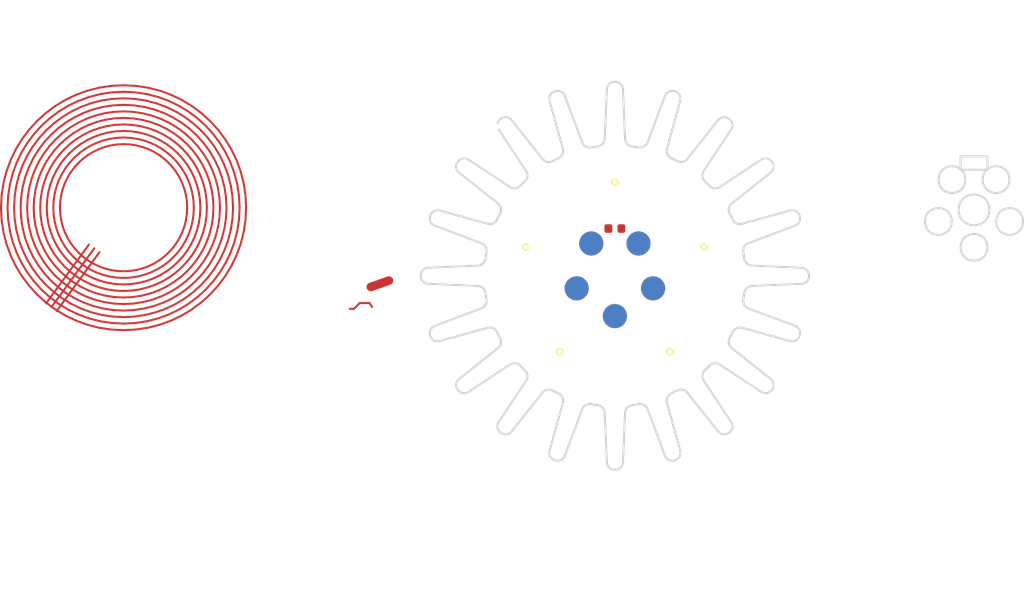
<source format=kicad_pcb>
(kicad_pcb (version 20171130) (host pcbnew 5.0.2-bee76a0~70~ubuntu18.04.1)
  (layers (0 F.Cu signal) (31 B.Cu signal) (35 F.Paste user) (36 B.SilkS user) (37 F.SilkS user) (38 B.Mask user) (39 F.Mask user) (44 Edge.Cuts user))
  (net 0 "")
  (net 1 "Net-(NTC1-Pad1)")
  (net 2 "Net-(NTC1-Pad2)")
  (net 3 "Net-(CB1-Pad1)")
  (net 4 "Net-(HB1-Pad1)")
  (module GaudiLabsFootPrints:SolderPad1_8mm (layer B.Cu) (at 101.7633 97.5729)
    (fp_text reference SB2 hide)
    (fp_text value PAD hide)
    (pad 1 smd circle (at 0 0) (size 1.8 1.8) (layers B.Cu B.Paste B.Mask) (net 1 "Net-(NTC1-Pad1)"))
  )
  (module GaudiLabsFootPrints:SolderPad1_8mm (layer F.Cu) (at 101.7633 97.5729)
    (fp_text reference ST2 hide)
    (fp_text value PAD)
    (pad 1 smd circle (at 0 0) (size 1.8 1.8) (layers F.Cu F.Paste F.Mask) (net 1 "Net-(NTC1-Pad1)"))
  )
  (module GaudiLabsFootPrints:SolderPad1_8mm (layer F.Cu) (at 98.2366 97.5729)
    (fp_text reference ST1 hide)
    (fp_text value PAD)
    (pad 1 smd circle (at 0 0) (size 1.8 1.8) (layers F.Cu F.Paste F.Mask) (net 2 "Net-(NTC1-Pad2)"))
  )
  (module GaudiLabsFootPrints:SolderPad1_8mm (layer F.Cu) (at 97.1468 100.927)
    (fp_text reference HT1 hide)
    (fp_text value PAD)
    (pad 1 smd circle (at 0 0) (size 1.8 1.8) (layers F.Cu F.Paste F.Mask) (net 4 "Net-(HB1-Pad1)"))
  )
  (module GaudiLabsFootPrints:SolderPad1_8mm (layer F.Cu) (at 100 103)
    (fp_text reference HT2 hide)
    (fp_text value PAD)
    (pad 1 smd circle (at 0 0) (size 1.8 1.8) (layers F.Cu F.Paste F.Mask) (net 4 "Net-(HB1-Pad1)"))
  )
  (module GaudiLabsFootPrints:SolderPad1_8mm (layer F.Cu) (at 102.853 100.927)
    (fp_text reference CT1 hide)
    (fp_text value PAD)
    (pad 1 smd circle (at 0 0) (size 1.8 1.8) (layers F.Cu F.Paste F.Mask) (net 3 "Net-(CB1-Pad1)"))
  )
  (module Capacitor_SMD:C_0402_1005Metric (layer F.Cu) (at 99.999 96.459 180)
    (fp_text reference NTC1 hide)
    (fp_text value Thermistor_NTC)
    (pad 2 smd roundrect (at 0.485 0 180) (size 0.59 0.64) (layers F.Cu F.Paste F.Mask) (net 2 "Net-(NTC1-Pad2)"))
    (pad 1 smd roundrect (at -0.485 0 180) (size 0.59 0.64) (layers F.Cu F.Paste F.Mask) (net 1 "Net-(NTC1-Pad1)"))
  )
  (module GaudiLabsFootPrints:Drill2_3 (layer F.Cu) (at 100 100)
    (fp_text reference REF** hide)
    (fp_text value Drill2_3)
    (pad "" np_thru_hole circle (at 0 0) (size 3.1 3.1) (drill 3.1) (layers *.Cu *.Mask))
  )
  (module GaudiLabsFootPrints:SolderPad1_8mm (layer B.Cu) (at 102.853 100.927)
    (fp_text reference CB1 hide)
    (fp_text value PAD hide)
    (pad 1 smd circle (at 0 0) (size 1.8 1.8) (layers B.Cu B.Paste B.Mask) (net 3 "Net-(CB1-Pad1)"))
  )
  (module GaudiLabsFootPrints:SolderPad1_8mm (layer B.Cu) (at 97.1468 100.927)
    (fp_text reference HB1 hide)
    (fp_text value PAD hide)
    (pad 1 smd circle (at 0 0) (size 1.8 1.8) (layers B.Cu B.Paste B.Mask) (net 4 "Net-(HB1-Pad1)"))
  )
  (module GaudiLabsFootPrints:SolderPad1_8mm (layer B.Cu) (at 100 103)
    (fp_text reference HB2 hide)
    (fp_text value PAD hide)
    (pad 1 smd circle (at 0 0) (size 1.8 1.8) (layers B.Cu B.Paste B.Mask) (net 4 "Net-(HB1-Pad1)"))
  )
  (module GaudiLabsFootPrints:SolderPad1_8mm (layer B.Cu) (at 98.2366 97.5729)
    (fp_text reference SB1 hide)
    (fp_text value PAD hide)
    (pad 1 smd circle (at 0 0) (size 1.8 1.8) (layers B.Cu B.Paste B.Mask) (net 2 "Net-(NTC1-Pad2)"))
  )
  (gr_line (start 72.466338 94.901502) (end 72.466336 94.901502) (layer F.Cu) (width 0.15))
  (gr_line (start 63.316338 88.191352) (end 64.002412 88.225992) (layer F.Cu) (width 0.15))
  (gr_line (start 62.630264 88.225992) (end 63.316338 88.191352) (layer F.Cu) (width 0.15))
  (gr_line (start 61.964008 88.327674) (end 62.630264 88.225992) (layer F.Cu) (width 0.15))
  (gr_line (start 61.320944 88.493023) (end 61.964008 88.327674) (layer F.Cu) (width 0.15))
  (gr_line (start 60.704444 88.718665) (end 61.320944 88.493023) (layer F.Cu) (width 0.15))
  (gr_line (start 60.117881 89.001227) (end 60.704444 88.718665) (layer F.Cu) (width 0.15))
  (gr_line (start 59.564628 89.337337) (end 60.117881 89.001227) (layer F.Cu) (width 0.15))
  (gr_line (start 59.048058 89.723621) (end 59.564628 89.337337) (layer F.Cu) (width 0.15))
  (gr_line (start 58.571543 90.156707) (end 59.048058 89.723621) (layer F.Cu) (width 0.15))
  (gr_line (start 58.138458 90.633221) (end 58.571543 90.156707) (layer F.Cu) (width 0.15))
  (gr_line (start 57.752174 91.149791) (end 58.138458 90.633221) (layer F.Cu) (width 0.15))
  (gr_line (start 57.416064 91.703044) (end 57.752174 91.149791) (layer F.Cu) (width 0.15))
  (gr_line (start 57.133502 92.289607) (end 57.416064 91.703044) (layer F.Cu) (width 0.15))
  (gr_line (start 56.90786 92.906107) (end 57.133502 92.289607) (layer F.Cu) (width 0.15))
  (gr_line (start 56.742511 93.549172) (end 56.90786 92.906107) (layer F.Cu) (width 0.15))
  (gr_line (start 56.640828 94.215428) (end 56.742511 93.549172) (layer F.Cu) (width 0.15))
  (gr_line (start 56.606188 94.901502) (end 56.640828 94.215428) (layer F.Cu) (width 0.15))
  (gr_line (start 56.640828 95.587577) (end 56.606188 94.901502) (layer F.Cu) (width 0.15))
  (gr_line (start 56.742511 96.253833) (end 56.640828 95.587577) (layer F.Cu) (width 0.15))
  (gr_line (start 56.907859 96.896897) (end 56.742511 96.253833) (layer F.Cu) (width 0.15))
  (gr_line (start 68.066339 94.901502) (end 68.066337 94.901502) (layer F.Cu) (width 0.15))
  (gr_line (start 68.041819 94.415842) (end 68.066339 94.901502) (layer F.Cu) (width 0.15))
  (gr_line (start 54.352234 96.745546) (end 54.213579 95.837036) (layer F.Cu) (width 0.15))
  (gr_line (start 54.577704 97.622431) (end 54.352234 96.745546) (layer F.Cu) (width 0.15))
  (gr_line (start 54.885391 98.463094) (end 54.577704 97.622431) (layer F.Cu) (width 0.15))
  (gr_line (start 55.270694 99.262934) (end 54.885391 98.463094) (layer F.Cu) (width 0.15))
  (gr_line (start 65.972112 90.962726) (end 66.337783 91.23617) (layer F.Cu) (width 0.15))
  (gr_line (start 65.580474 90.7248) (end 65.972112 90.962726) (layer F.Cu) (width 0.15))
  (gr_line (start 55.18454 94.065758) (end 55.308405 93.254156) (layer F.Cu) (width 0.15))
  (gr_line (start 55.14234 94.901502) (end 55.18454 94.065758) (layer F.Cu) (width 0.15))
  (gr_line (start 55.18454 95.737246) (end 55.14234 94.901502) (layer F.Cu) (width 0.15))
  (gr_line (start 55.308405 96.548848) (end 55.18454 95.737246) (layer F.Cu) (width 0.15))
  (gr_line (start 55.509825 97.332199) (end 55.308405 96.548848) (layer F.Cu) (width 0.15))
  (gr_line (start 55.784692 98.083191) (end 55.509825 97.332199) (layer F.Cu) (width 0.15))
  (gr_line (start 56.128896 98.797715) (end 55.784692 98.083191) (layer F.Cu) (width 0.15))
  (gr_line (start 56.538329 99.47166) (end 56.128896 98.797715) (layer F.Cu) (width 0.15))
  (gr_line (start 57.008883 100.10092) (end 56.538329 99.47166) (layer F.Cu) (width 0.15))
  (gr_line (start 67.255117 92.245731) (end 67.493043 92.637369) (layer F.Cu) (width 0.15))
  (gr_line (start 66.981673 91.88006) (end 67.255117 92.245731) (layer F.Cu) (width 0.15))
  (gr_line (start 64.728846 90.365052) (end 65.165256 90.524779) (layer F.Cu) (width 0.15))
  (gr_line (start 62.259029 100.04116) (end 61.756257 99.91189) (layer F.Cu) (width 0.15))
  (gr_line (start 62.779933 100.12066) (end 62.259029 100.04116) (layer F.Cu) (width 0.15))
  (gr_line (start 63.316331 100.14776) (end 62.779933 100.12066) (layer F.Cu) (width 0.15))
  (gr_line (start 63.852729 100.12066) (end 63.316331 100.14776) (layer F.Cu) (width 0.15))
  (gr_line (start 64.373633 100.04116) (end 63.852729 100.12066) (layer F.Cu) (width 0.15))
  (gr_line (start 64.876405 99.91189) (end 64.373633 100.04116) (layer F.Cu) (width 0.15))
  (gr_line (start 65.358407 99.73547) (end 64.876405 99.91189) (layer F.Cu) (width 0.15))
  (gr_line (start 65.817004 99.51456) (end 65.358407 99.73547) (layer F.Cu) (width 0.15))
  (gr_line (start 66.249558 99.251773) (end 65.817004 99.51456) (layer F.Cu) (width 0.15))
  (gr_line (start 66.653432 98.949762) (end 66.249558 99.251773) (layer F.Cu) (width 0.15))
  (gr_line (start 67.025988 98.61116) (end 66.653432 98.949762) (layer F.Cu) (width 0.15))
  (gr_line (start 67.364591 98.238603) (end 67.025988 98.61116) (layer F.Cu) (width 0.15))
  (gr_line (start 67.666602 97.834729) (end 67.364591 98.238603) (layer F.Cu) (width 0.15))
  (gr_line (start 67.929385 97.402175) (end 67.666602 97.834729) (layer F.Cu) (width 0.15))
  (gr_line (start 68.150302 96.943578) (end 67.929385 97.402175) (layer F.Cu) (width 0.15))
  (gr_line (start 68.326717 96.461576) (end 68.150302 96.943578) (layer F.Cu) (width 0.15))
  (gr_line (start 68.455993 95.958804) (end 68.326717 96.461576) (layer F.Cu) (width 0.15))
  (gr_line (start 68.535493 95.4379) (end 68.455993 95.958804) (layer F.Cu) (width 0.15))
  (gr_line (start 68.562583 94.901502) (end 68.535493 95.4379) (layer F.Cu) (width 0.15))
  (gr_line (start 69.05055 94.901502) (end 69.050552 94.901502) (layer F.Cu) (width 0.15))
  (gr_line (start 69.02095 94.315212) (end 69.05055 94.901502) (layer F.Cu) (width 0.15))
  (gr_line (start 68.93406 93.745857) (end 69.02095 94.315212) (layer F.Cu) (width 0.15))
  (gr_line (start 68.79276 93.196322) (end 68.93406 93.745857) (layer F.Cu) (width 0.15))
  (gr_line (start 68.599935 92.669486) (end 68.79276 93.196322) (layer F.Cu) (width 0.15))
  (gr_line (start 68.35847 92.168234) (end 68.599935 92.669486) (layer F.Cu) (width 0.15))
  (gr_line (start 68.071244 91.695447) (end 68.35847 92.168234) (layer F.Cu) (width 0.15))
  (gr_line (start 67.741142 91.254008) (end 68.071244 91.695447) (layer F.Cu) (width 0.15))
  (gr_line (start 67.371046 90.846799) (end 67.741142 91.254008) (layer F.Cu) (width 0.15))
  (gr_line (start 66.963836 90.476702) (end 67.371046 90.846799) (layer F.Cu) (width 0.15))
  (gr_line (start 66.522397 90.1466) (end 66.963836 90.476702) (layer F.Cu) (width 0.15))
  (gr_line (start 66.049611 89.859375) (end 66.522397 90.1466) (layer F.Cu) (width 0.15))
  (gr_line (start 65.548358 89.617909) (end 66.049611 89.859375) (layer F.Cu) (width 0.15))
  (gr_line (start 65.021523 89.425085) (end 65.548358 89.617909) (layer F.Cu) (width 0.15))
  (gr_line (start 64.471987 89.283785) (end 65.021523 89.425085) (layer F.Cu) (width 0.15))
  (gr_line (start 63.902633 89.196895) (end 64.471987 89.283785) (layer F.Cu) (width 0.15))
  (gr_line (start 63.316343 89.167285) (end 63.902633 89.196895) (layer F.Cu) (width 0.15))
  (gr_line (start 62.730053 89.196895) (end 63.316343 89.167285) (layer F.Cu) (width 0.15))
  (gr_line (start 62.160699 89.283785) (end 62.730053 89.196895) (layer F.Cu) (width 0.15))
  (gr_line (start 61.611163 89.425085) (end 62.160699 89.283785) (layer F.Cu) (width 0.15))
  (gr_line (start 61.084328 89.617909) (end 61.611163 89.425085) (layer F.Cu) (width 0.15))
  (gr_line (start 58.566344 94.901502) (end 58.590864 94.415842) (layer F.Cu) (width 0.15))
  (gr_line (start 56.155379 94.165536) (end 56.264456 93.450829) (layer F.Cu) (width 0.15))
  (gr_line (start 56.118219 94.901502) (end 56.155379 94.165536) (layer F.Cu) (width 0.15))
  (gr_line (start 56.155379 95.637469) (end 56.118219 94.901502) (layer F.Cu) (width 0.15))
  (gr_line (start 56.264455 96.352176) (end 56.155379 95.637469) (layer F.Cu) (width 0.15))
  (gr_line (start 56.441828 97.042005) (end 56.264455 96.352176) (layer F.Cu) (width 0.15))
  (gr_line (start 56.683879 97.703338) (end 56.441828 97.042005) (layer F.Cu) (width 0.15))
  (gr_line (start 56.986989 98.332557) (end 56.683879 97.703338) (layer F.Cu) (width 0.15))
  (gr_line (start 57.347541 98.926043) (end 56.986989 98.332557) (layer F.Cu) (width 0.15))
  (gr_line (start 57.761916 99.48018) (end 57.347541 98.926043) (layer F.Cu) (width 0.15))
  (gr_line (start 58.226496 99.99135) (end 57.761916 99.48018) (layer F.Cu) (width 0.15))
  (gr_line (start 58.737663 100.45593) (end 58.226496 99.99135) (layer F.Cu) (width 0.15))
  (gr_line (start 59.291799 100.8703) (end 58.737663 100.45593) (layer F.Cu) (width 0.15))
  (gr_line (start 59.885285 101.23085) (end 59.291799 100.8703) (layer F.Cu) (width 0.15))
  (gr_line (start 60.514504 101.53397) (end 59.885285 101.23085) (layer F.Cu) (width 0.15))
  (gr_line (start 61.175837 101.77602) (end 60.514504 101.53397) (layer F.Cu) (width 0.15))
  (gr_line (start 61.865666 101.95339) (end 61.175837 101.77602) (layer F.Cu) (width 0.15))
  (gr_line (start 62.580372 102.06247) (end 61.865666 101.95339) (layer F.Cu) (width 0.15))
  (gr_line (start 63.316339 102.09967) (end 62.580372 102.06247) (layer F.Cu) (width 0.15))
  (gr_line (start 64.052306 102.06247) (end 63.316339 102.09967) (layer F.Cu) (width 0.15))
  (gr_line (start 64.767013 101.95339) (end 64.052306 102.06247) (layer F.Cu) (width 0.15))
  (gr_line (start 65.456842 101.77602) (end 64.767013 101.95339) (layer F.Cu) (width 0.15))
  (gr_line (start 66.118175 101.53397) (end 65.456842 101.77602) (layer F.Cu) (width 0.15))
  (gr_line (start 66.747394 101.23085) (end 66.118175 101.53397) (layer F.Cu) (width 0.15))
  (gr_line (start 67.34088 100.8703) (end 66.747394 101.23085) (layer F.Cu) (width 0.15))
  (gr_line (start 67.895016 100.45593) (end 67.34088 100.8703) (layer F.Cu) (width 0.15))
  (gr_line (start 68.406183 99.99135) (end 67.895016 100.45593) (layer F.Cu) (width 0.15))
  (gr_line (start 68.870763 99.48018) (end 68.406183 99.99135) (layer F.Cu) (width 0.15))
  (gr_line (start 69.285138 98.926044) (end 68.870763 99.48018) (layer F.Cu) (width 0.15))
  (gr_line (start 69.64569 98.332557) (end 69.285138 98.926044) (layer F.Cu) (width 0.15))
  (gr_line (start 69.9488 97.703338) (end 69.64569 98.332557) (layer F.Cu) (width 0.15))
  (gr_line (start 62.830681 90.176024) (end 63.316341 90.151504) (layer F.Cu) (width 0.15))
  (gr_line (start 58.662844 93.944211) (end 58.779891 93.488997) (layer F.Cu) (width 0.15))
  (gr_line (start 66.337781 98.566832) (end 65.97211 98.840275) (layer F.Cu) (width 0.15))
  (gr_line (start 71.804414 93.153764) (end 71.935674 94.013823) (layer F.Cu) (width 0.15))
  (gr_line (start 71.590967 92.323642) (end 71.804414 93.153764) (layer F.Cu) (width 0.15))
  (gr_line (start 71.29969 91.527812) (end 71.590967 92.323642) (layer F.Cu) (width 0.15))
  (gr_line (start 70.934935 90.770627) (end 71.29969 91.527812) (layer F.Cu) (width 0.15))
  (gr_line (start 70.501056 90.056442) (end 70.934935 90.770627) (layer F.Cu) (width 0.15))
  (gr_line (start 70.002408 89.38961) (end 70.501056 90.056442) (layer F.Cu) (width 0.15))
  (gr_line (start 69.443345 88.774485) (end 70.002408 89.38961) (layer F.Cu) (width 0.15))
  (gr_line (start 69.623793 100.10092) (end 69.096228 100.68139) (layer F.Cu) (width 0.15))
  (gr_line (start 70.094347 99.47166) (end 69.623793 100.10092) (layer F.Cu) (width 0.15))
  (gr_line (start 70.50378 98.797715) (end 70.094347 99.47166) (layer F.Cu) (width 0.15))
  (gr_line (start 70.847984 98.083191) (end 70.50378 98.797715) (layer F.Cu) (width 0.15))
  (gr_line (start 71.122851 97.332199) (end 70.847984 98.083191) (layer F.Cu) (width 0.15))
  (gr_line (start 71.324271 96.548848) (end 71.122851 97.332199) (layer F.Cu) (width 0.15))
  (gr_line (start 71.448136 95.737246) (end 71.324271 96.548848) (layer F.Cu) (width 0.15))
  (gr_line (start 71.490336 94.901502) (end 71.448136 95.737246) (layer F.Cu) (width 0.15))
  (gr_line (start 72.419096 95.837036) (end 72.280441 96.745546) (layer F.Cu) (width 0.15))
  (gr_line (start 72.466336 94.901502) (end 72.419096 95.837036) (layer F.Cu) (width 0.15))
  (gr_line (start 67.969839 93.944211) (end 68.041819 94.415842) (layer F.Cu) (width 0.15))
  (gr_line (start 67.852792 93.488997) (end 67.969839 93.944211) (layer F.Cu) (width 0.15))
  (gr_line (start 58.590864 95.387162) (end 58.566344 94.901502) (layer F.Cu) (width 0.15))
  (gr_line (start 57.583133 92.479547) (end 57.845147 91.935639) (layer F.Cu) (width 0.15))
  (gr_line (start 57.3739 93.051215) (end 57.583133 92.479547) (layer F.Cu) (width 0.15))
  (gr_line (start 57.220575 93.647515) (end 57.3739 93.051215) (layer F.Cu) (width 0.15))
  (gr_line (start 57.126285 94.26532) (end 57.220575 93.647515) (layer F.Cu) (width 0.15))
  (gr_line (start 57.094155 94.901502) (end 57.126285 94.26532) (layer F.Cu) (width 0.15))
  (gr_line (start 57.126275 95.537684) (end 57.094155 94.901502) (layer F.Cu) (width 0.15))
  (gr_line (start 57.220565 96.15549) (end 57.126275 95.537684) (layer F.Cu) (width 0.15))
  (gr_line (start 57.373889 96.75179) (end 57.220565 96.15549) (layer F.Cu) (width 0.15))
  (gr_line (start 57.583122 97.323458) (end 57.373889 96.75179) (layer F.Cu) (width 0.15))
  (gr_line (start 57.845136 97.867366) (end 57.583122 97.323458) (layer F.Cu) (width 0.15))
  (gr_line (start 58.156803 98.380386) (end 57.845136 97.867366) (layer F.Cu) (width 0.15))
  (gr_line (start 58.514997 98.859391) (end 58.156803 98.380386) (layer F.Cu) (width 0.15))
  (gr_line (start 58.916588 99.301253) (end 58.514997 98.859391) (layer F.Cu) (width 0.15))
  (gr_line (start 59.35845 99.70284) (end 58.916588 99.301253) (layer F.Cu) (width 0.15))
  (gr_line (start 59.837454 100.06104) (end 59.35845 99.70284) (layer F.Cu) (width 0.15))
  (gr_line (start 60.350474 100.37271) (end 59.837454 100.06104) (layer F.Cu) (width 0.15))
  (gr_line (start 60.894382 100.63472) (end 60.350474 100.37271) (layer F.Cu) (width 0.15))
  (gr_line (start 61.46605 100.84395) (end 60.894382 100.63472) (layer F.Cu) (width 0.15))
  (gr_line (start 62.06235 100.99728) (end 61.46605 100.84395) (layer F.Cu) (width 0.15))
  (gr_line (start 62.680156 101.09158) (end 62.06235 100.99728) (layer F.Cu) (width 0.15))
  (gr_line (start 63.316338 101.12368) (end 62.680156 101.09158) (layer F.Cu) (width 0.15))
  (gr_line (start 63.95252 101.09158) (end 63.316338 101.12368) (layer F.Cu) (width 0.15))
  (gr_line (start 64.570326 100.99728) (end 63.95252 101.09158) (layer F.Cu) (width 0.15))
  (gr_line (start 65.166626 100.84395) (end 64.570326 100.99728) (layer F.Cu) (width 0.15))
  (gr_line (start 65.738294 100.63472) (end 65.166626 100.84395) (layer F.Cu) (width 0.15))
  (gr_line (start 66.282202 100.37271) (end 65.738294 100.63472) (layer F.Cu) (width 0.15))
  (gr_line (start 66.795222 100.06104) (end 66.282202 100.37271) (layer F.Cu) (width 0.15))
  (gr_line (start 67.274226 99.70284) (end 66.795222 100.06104) (layer F.Cu) (width 0.15))
  (gr_line (start 67.716088 99.301253) (end 67.274226 99.70284) (layer F.Cu) (width 0.15))
  (gr_line (start 68.117679 98.859391) (end 67.716088 99.301253) (layer F.Cu) (width 0.15))
  (gr_line (start 68.475873 98.380386) (end 68.117679 98.859391) (layer F.Cu) (width 0.15))
  (gr_line (start 68.78754 97.867366) (end 68.475873 98.380386) (layer F.Cu) (width 0.15))
  (gr_line (start 69.049554 97.323458) (end 68.78754 97.867366) (layer F.Cu) (width 0.15))
  (gr_line (start 69.258787 96.75179) (end 69.049554 97.323458) (layer F.Cu) (width 0.15))
  (gr_line (start 69.412111 96.15549) (end 69.258787 96.75179) (layer F.Cu) (width 0.15))
  (gr_line (start 69.506401 95.537684) (end 69.412111 96.15549) (layer F.Cu) (width 0.15))
  (gr_line (start 69.538521 94.901502) (end 69.506401 95.537684) (layer F.Cu) (width 0.15))
  (gr_line (start 68.934062 96.057147) (end 68.792762 96.606683) (layer F.Cu) (width 0.15))
  (gr_line (start 69.020952 95.487792) (end 68.934062 96.057147) (layer F.Cu) (width 0.15))
  (gr_line (start 69.050552 94.901502) (end 69.020952 95.487792) (layer F.Cu) (width 0.15))
  (gr_line (start 69.538539 94.901502) (end 69.538521 94.901502) (layer F.Cu) (width 0.15))
  (gr_line (start 69.506409 94.26532) (end 69.538539 94.901502) (layer F.Cu) (width 0.15))
  (gr_line (start 69.412119 93.647515) (end 69.506409 94.26532) (layer F.Cu) (width 0.15))
  (gr_line (start 69.258794 93.051215) (end 69.412119 93.647515) (layer F.Cu) (width 0.15))
  (gr_line (start 69.049561 92.479547) (end 69.258794 93.051215) (layer F.Cu) (width 0.15))
  (gr_line (start 68.787547 91.935639) (end 69.049561 92.479547) (layer F.Cu) (width 0.15))
  (gr_line (start 68.47588 91.422619) (end 68.787547 91.935639) (layer F.Cu) (width 0.15))
  (gr_line (start 68.117687 90.943615) (end 68.47588 91.422619) (layer F.Cu) (width 0.15))
  (gr_line (start 67.716096 90.501753) (end 68.117687 90.943615) (layer F.Cu) (width 0.15))
  (gr_line (start 67.274234 90.100162) (end 67.716096 90.501753) (layer F.Cu) (width 0.15))
  (gr_line (start 66.795229 89.741968) (end 67.274234 90.100162) (layer F.Cu) (width 0.15))
  (gr_line (start 66.28221 89.430301) (end 66.795229 89.741968) (layer F.Cu) (width 0.15))
  (gr_line (start 65.738302 89.168287) (end 66.28221 89.430301) (layer F.Cu) (width 0.15))
  (gr_line (start 65.166634 88.959054) (end 65.738302 89.168287) (layer F.Cu) (width 0.15))
  (gr_line (start 64.570334 88.80573) (end 65.166634 88.959054) (layer F.Cu) (width 0.15))
  (gr_line (start 63.952529 88.71144) (end 64.570334 88.80573) (layer F.Cu) (width 0.15))
  (gr_line (start 63.316347 88.67932) (end 63.952529 88.71144) (layer F.Cu) (width 0.15))
  (gr_line (start 62.680165 88.71144) (end 63.316347 88.67932) (layer F.Cu) (width 0.15))
  (gr_line (start 62.06236 88.80573) (end 62.680165 88.71144) (layer F.Cu) (width 0.15))
  (gr_line (start 61.46606 88.959054) (end 62.06236 88.80573) (layer F.Cu) (width 0.15))
  (gr_line (start 60.894392 89.168287) (end 61.46606 88.959054) (layer F.Cu) (width 0.15))
  (gr_line (start 60.350484 89.430301) (end 60.894392 89.168287) (layer F.Cu) (width 0.15))
  (gr_line (start 59.837465 89.741969) (end 60.350484 89.430301) (layer F.Cu) (width 0.15))
  (gr_line (start 59.35846 90.100162) (end 59.837465 89.741969) (layer F.Cu) (width 0.15))
  (gr_line (start 58.916598 90.501753) (end 59.35846 90.100162) (layer F.Cu) (width 0.15))
  (gr_line (start 58.515007 90.943615) (end 58.916598 90.501753) (layer F.Cu) (width 0.15))
  (gr_line (start 58.156814 91.422619) (end 58.515007 90.943615) (layer F.Cu) (width 0.15))
  (gr_line (start 57.845147 91.935639) (end 58.156814 91.422619) (layer F.Cu) (width 0.15))
  (gr_line (start 60.583075 89.859375) (end 61.084328 89.617909) (layer F.Cu) (width 0.15))
  (gr_line (start 60.110289 90.1466) (end 60.583075 89.859375) (layer F.Cu) (width 0.15))
  (gr_line (start 59.66885 90.476702) (end 60.110289 90.1466) (layer F.Cu) (width 0.15))
  (gr_line (start 59.26164 90.846799) (end 59.66885 90.476702) (layer F.Cu) (width 0.15))
  (gr_line (start 58.891544 91.254008) (end 59.26164 90.846799) (layer F.Cu) (width 0.15))
  (gr_line (start 58.561442 91.695447) (end 58.891544 91.254008) (layer F.Cu) (width 0.15))
  (gr_line (start 58.274216 92.168234) (end 58.561442 91.695447) (layer F.Cu) (width 0.15))
  (gr_line (start 58.032751 92.669486) (end 58.274216 92.168234) (layer F.Cu) (width 0.15))
  (gr_line (start 57.839926 93.196322) (end 58.032751 92.669486) (layer F.Cu) (width 0.15))
  (gr_line (start 57.698626 93.745857) (end 57.839926 93.196322) (layer F.Cu) (width 0.15))
  (gr_line (start 57.611736 94.315212) (end 57.698626 93.745857) (layer F.Cu) (width 0.15))
  (gr_line (start 57.582136 94.901502) (end 57.611736 94.315212) (layer F.Cu) (width 0.15))
  (gr_line (start 57.611736 95.487792) (end 57.582136 94.901502) (layer F.Cu) (width 0.15))
  (gr_line (start 57.698626 96.057147) (end 57.611736 95.487792) (layer F.Cu) (width 0.15))
  (gr_line (start 57.839926 96.606683) (end 57.698626 96.057147) (layer F.Cu) (width 0.15))
  (gr_line (start 58.03275 97.133518) (end 57.839926 96.606683) (layer F.Cu) (width 0.15))
  (gr_line (start 58.274216 97.634771) (end 58.03275 97.133518) (layer F.Cu) (width 0.15))
  (gr_line (start 58.561441 98.107558) (end 58.274216 97.634771) (layer F.Cu) (width 0.15))
  (gr_line (start 58.891543 98.548997) (end 58.561441 98.107558) (layer F.Cu) (width 0.15))
  (gr_line (start 59.26164 98.956206) (end 58.891543 98.548997) (layer F.Cu) (width 0.15))
  (gr_line (start 59.668849 99.326303) (end 59.26164 98.956206) (layer F.Cu) (width 0.15))
  (gr_line (start 60.110289 99.65641) (end 59.668849 99.326303) (layer F.Cu) (width 0.15))
  (gr_line (start 60.583076 99.94363) (end 60.110289 99.65641) (layer F.Cu) (width 0.15))
  (gr_line (start 61.084328 100.1851) (end 60.583076 99.94363) (layer F.Cu) (width 0.15))
  (gr_line (start 61.611163 100.37792) (end 61.084328 100.1851) (layer F.Cu) (width 0.15))
  (gr_line (start 62.160699 100.51922) (end 61.611163 100.37792) (layer F.Cu) (width 0.15))
  (gr_line (start 62.730054 100.60612) (end 62.160699 100.51922) (layer F.Cu) (width 0.15))
  (gr_line (start 63.316344 100.63572) (end 62.730054 100.60612) (layer F.Cu) (width 0.15))
  (gr_line (start 63.902634 100.60612) (end 63.316344 100.63572) (layer F.Cu) (width 0.15))
  (gr_line (start 64.471989 100.51922) (end 63.902634 100.60612) (layer F.Cu) (width 0.15))
  (gr_line (start 65.021525 100.37792) (end 64.471989 100.51922) (layer F.Cu) (width 0.15))
  (gr_line (start 65.54836 100.1851) (end 65.021525 100.37792) (layer F.Cu) (width 0.15))
  (gr_line (start 66.049612 99.94363) (end 65.54836 100.1851) (layer F.Cu) (width 0.15))
  (gr_line (start 66.522399 99.65641) (end 66.049612 99.94363) (layer F.Cu) (width 0.15))
  (gr_line (start 66.963839 99.326303) (end 66.522399 99.65641) (layer F.Cu) (width 0.15))
  (gr_line (start 67.371048 98.956206) (end 66.963839 99.326303) (layer F.Cu) (width 0.15))
  (gr_line (start 67.741145 98.548997) (end 67.371048 98.956206) (layer F.Cu) (width 0.15))
  (gr_line (start 68.071247 98.107558) (end 67.741145 98.548997) (layer F.Cu) (width 0.15))
  (gr_line (start 68.358472 97.634771) (end 68.071247 98.107558) (layer F.Cu) (width 0.15))
  (gr_line (start 68.599938 97.133518) (end 68.358472 97.634771) (layer F.Cu) (width 0.15))
  (gr_line (start 68.792762 96.606683) (end 68.599938 97.133518) (layer F.Cu) (width 0.15))
  (gr_line (start 58.322023 102.62433) (end 61.515699 98.228611) (layer F.Cu) (width 0.15))
  (gr_line (start 57.532422 102.05065) (end 60.726099 97.654932) (layer F.Cu) (width 0.15))
  (gr_line (start 57.927222 102.33749) (end 61.120899 97.941771) (layer F.Cu) (width 0.15))
  (gr_line (start 68.535493 94.365104) (end 68.562583 94.901502) (layer F.Cu) (width 0.15))
  (gr_line (start 68.455993 93.8442) (end 68.535493 94.365104) (layer F.Cu) (width 0.15))
  (gr_line (start 68.326717 93.341429) (end 68.455993 93.8442) (layer F.Cu) (width 0.15))
  (gr_line (start 68.150302 92.859426) (end 68.326717 93.341429) (layer F.Cu) (width 0.15))
  (gr_line (start 67.929384 92.400829) (end 68.150302 92.859426) (layer F.Cu) (width 0.15))
  (gr_line (start 67.666601 91.968275) (end 67.929384 92.400829) (layer F.Cu) (width 0.15))
  (gr_line (start 67.36459 91.564402) (end 67.666601 91.968275) (layer F.Cu) (width 0.15))
  (gr_line (start 67.025988 91.191845) (end 67.36459 91.564402) (layer F.Cu) (width 0.15))
  (gr_line (start 66.653431 90.853243) (end 67.025988 91.191845) (layer F.Cu) (width 0.15))
  (gr_line (start 66.249557 90.551232) (end 66.653431 90.853243) (layer F.Cu) (width 0.15))
  (gr_line (start 65.817004 90.288449) (end 66.249557 90.551232) (layer F.Cu) (width 0.15))
  (gr_line (start 65.358407 90.067531) (end 65.817004 90.288449) (layer F.Cu) (width 0.15))
  (gr_line (start 64.876404 89.891116) (end 65.358407 90.067531) (layer F.Cu) (width 0.15))
  (gr_line (start 64.373633 89.76184) (end 64.876404 89.891116) (layer F.Cu) (width 0.15))
  (gr_line (start 63.852729 89.68234) (end 64.373633 89.76184) (layer F.Cu) (width 0.15))
  (gr_line (start 63.316331 89.65525) (end 63.852729 89.68234) (layer F.Cu) (width 0.15))
  (gr_line (start 62.779933 89.68234) (end 63.316331 89.65525) (layer F.Cu) (width 0.15))
  (gr_line (start 62.259029 89.76184) (end 62.779933 89.68234) (layer F.Cu) (width 0.15))
  (gr_line (start 61.756258 89.891116) (end 62.259029 89.76184) (layer F.Cu) (width 0.15))
  (gr_line (start 61.274255 90.067531) (end 61.756258 89.891116) (layer F.Cu) (width 0.15))
  (gr_line (start 60.815658 90.288449) (end 61.274255 90.067531) (layer F.Cu) (width 0.15))
  (gr_line (start 60.383105 90.551232) (end 60.815658 90.288449) (layer F.Cu) (width 0.15))
  (gr_line (start 59.979231 90.853243) (end 60.383105 90.551232) (layer F.Cu) (width 0.15))
  (gr_line (start 59.606674 91.191845) (end 59.979231 90.853243) (layer F.Cu) (width 0.15))
  (gr_line (start 59.268072 91.564402) (end 59.606674 91.191845) (layer F.Cu) (width 0.15))
  (gr_line (start 58.966061 91.968275) (end 59.268072 91.564402) (layer F.Cu) (width 0.15))
  (gr_line (start 58.703278 92.400829) (end 58.966061 91.968275) (layer F.Cu) (width 0.15))
  (gr_line (start 58.48236 92.859426) (end 58.703278 92.400829) (layer F.Cu) (width 0.15))
  (gr_line (start 58.305945 93.341429) (end 58.48236 92.859426) (layer F.Cu) (width 0.15))
  (gr_line (start 58.176669 93.8442) (end 58.305945 93.341429) (layer F.Cu) (width 0.15))
  (gr_line (start 58.097169 94.365104) (end 58.176669 93.8442) (layer F.Cu) (width 0.15))
  (gr_line (start 58.070079 94.901502) (end 58.097169 94.365104) (layer F.Cu) (width 0.15))
  (gr_line (start 58.097169 95.4379) (end 58.070079 94.901502) (layer F.Cu) (width 0.15))
  (gr_line (start 58.176669 95.958804) (end 58.097169 95.4379) (layer F.Cu) (width 0.15))
  (gr_line (start 58.305945 96.461576) (end 58.176669 95.958804) (layer F.Cu) (width 0.15))
  (gr_line (start 58.48236 96.943578) (end 58.305945 96.461576) (layer F.Cu) (width 0.15))
  (gr_line (start 58.703277 97.402175) (end 58.48236 96.943578) (layer F.Cu) (width 0.15))
  (gr_line (start 58.96606 97.834729) (end 58.703277 97.402175) (layer F.Cu) (width 0.15))
  (gr_line (start 59.268071 98.238603) (end 58.96606 97.834729) (layer F.Cu) (width 0.15))
  (gr_line (start 59.606674 98.611159) (end 59.268071 98.238603) (layer F.Cu) (width 0.15))
  (gr_line (start 59.97923 98.949762) (end 59.606674 98.611159) (layer F.Cu) (width 0.15))
  (gr_line (start 60.383104 99.251773) (end 59.97923 98.949762) (layer F.Cu) (width 0.15))
  (gr_line (start 60.815658 99.51456) (end 60.383104 99.251773) (layer F.Cu) (width 0.15))
  (gr_line (start 61.274255 99.73547) (end 60.815658 99.51456) (layer F.Cu) (width 0.15))
  (gr_line (start 61.756257 99.91189) (end 61.274255 99.73547) (layer F.Cu) (width 0.15))
  (gr_line (start 70.190851 97.042005) (end 69.9488 97.703338) (layer F.Cu) (width 0.15))
  (gr_line (start 70.368223 96.352176) (end 70.190851 97.042005) (layer F.Cu) (width 0.15))
  (gr_line (start 70.4773 95.637469) (end 70.368223 96.352176) (layer F.Cu) (width 0.15))
  (gr_line (start 70.51446 94.901502) (end 70.4773 95.637469) (layer F.Cu) (width 0.15))
  (gr_line (start 70.026488 94.901502) (end 70.02649 94.901502) (layer F.Cu) (width 0.15))
  (gr_line (start 69.991848 94.215428) (end 70.026488 94.901502) (layer F.Cu) (width 0.15))
  (gr_line (start 69.890165 93.549172) (end 69.991848 94.215428) (layer F.Cu) (width 0.15))
  (gr_line (start 69.724816 92.906107) (end 69.890165 93.549172) (layer F.Cu) (width 0.15))
  (gr_line (start 69.499174 92.289607) (end 69.724816 92.906107) (layer F.Cu) (width 0.15))
  (gr_line (start 69.216612 91.703044) (end 69.499174 92.289607) (layer F.Cu) (width 0.15))
  (gr_line (start 68.880502 91.149791) (end 69.216612 91.703044) (layer F.Cu) (width 0.15))
  (gr_line (start 68.494218 90.633221) (end 68.880502 91.149791) (layer F.Cu) (width 0.15))
  (gr_line (start 68.061133 90.156707) (end 68.494218 90.633221) (layer F.Cu) (width 0.15))
  (gr_line (start 67.584618 89.723621) (end 68.061133 90.156707) (layer F.Cu) (width 0.15))
  (gr_line (start 67.068048 89.337337) (end 67.584618 89.723621) (layer F.Cu) (width 0.15))
  (gr_line (start 66.514795 89.001227) (end 67.068048 89.337337) (layer F.Cu) (width 0.15))
  (gr_line (start 65.928232 88.718665) (end 66.514795 89.001227) (layer F.Cu) (width 0.15))
  (gr_line (start 65.311732 88.493023) (end 65.928232 88.718665) (layer F.Cu) (width 0.15))
  (gr_line (start 64.668668 88.327674) (end 65.311732 88.493023) (layer F.Cu) (width 0.15))
  (gr_line (start 64.002412 88.225992) (end 64.668668 88.327674) (layer F.Cu) (width 0.15))
  (gr_line (start 57.385446 90.012492) (end 57.881515 89.466679) (layer F.Cu) (width 0.15))
  (gr_line (start 56.942986 90.604186) (end 57.385446 90.012492) (layer F.Cu) (width 0.15))
  (gr_line (start 56.557996 91.237898) (end 56.942986 90.604186) (layer F.Cu) (width 0.15))
  (gr_line (start 56.234342 91.909764) (end 56.557996 91.237898) (layer F.Cu) (width 0.15))
  (gr_line (start 55.975885 92.615921) (end 56.234342 91.909764) (layer F.Cu) (width 0.15))
  (gr_line (start 55.78649 93.352505) (end 55.975885 92.615921) (layer F.Cu) (width 0.15))
  (gr_line (start 55.67002 94.115653) (end 55.78649 93.352505) (layer F.Cu) (width 0.15))
  (gr_line (start 55.63034 94.901502) (end 55.67002 94.115653) (layer F.Cu) (width 0.15))
  (gr_line (start 55.67002 95.687351) (end 55.63034 94.901502) (layer F.Cu) (width 0.15))
  (gr_line (start 55.786491 96.450499) (end 55.67002 95.687351) (layer F.Cu) (width 0.15))
  (gr_line (start 67.693064 93.052587) (end 67.852792 93.488997) (layer F.Cu) (width 0.15))
  (gr_line (start 67.493043 92.637369) (end 67.693064 93.052587) (layer F.Cu) (width 0.15))
  (gr_line (start 54.832317 96.645167) (end 54.701057 95.785108) (layer F.Cu) (width 0.15))
  (gr_line (start 55.045763 97.475289) (end 54.832317 96.645167) (layer F.Cu) (width 0.15))
  (gr_line (start 55.33704 98.27112) (end 55.045763 97.475289) (layer F.Cu) (width 0.15))
  (gr_line (start 55.701795 99.028305) (end 55.33704 98.27112) (layer F.Cu) (width 0.15))
  (gr_line (start 56.135673 99.74249) (end 55.701795 99.028305) (layer F.Cu) (width 0.15))
  (gr_line (start 56.634321 100.40932) (end 56.135673 99.74249) (layer F.Cu) (width 0.15))
  (gr_line (start 65.160382 85.937397) (end 66.037268 86.162868) (layer F.Cu) (width 0.15))
  (gr_line (start 64.251872 85.798742) (end 65.160382 85.937397) (layer F.Cu) (width 0.15))
  (gr_line (start 63.316338 85.751502) (end 64.251872 85.798742) (layer F.Cu) (width 0.15))
  (gr_line (start 62.380804 85.798742) (end 63.316338 85.751502) (layer F.Cu) (width 0.15))
  (gr_line (start 63.316337 104.05146) (end 62.380803 104.00426) (layer F.Cu) (width 0.15))
  (gr_line (start 64.251871 104.00426) (end 63.316337 104.05146) (layer F.Cu) (width 0.15))
  (gr_line (start 65.160381 103.8656) (end 64.251871 104.00426) (layer F.Cu) (width 0.15))
  (gr_line (start 64.66867 101.47533) (end 64.002414 101.57702) (layer F.Cu) (width 0.15))
  (gr_line (start 65.311734 101.30998) (end 64.66867 101.47533) (layer F.Cu) (width 0.15))
  (gr_line (start 65.928235 101.08434) (end 65.311734 101.30998) (layer F.Cu) (width 0.15))
  (gr_line (start 66.514798 100.80178) (end 65.928235 101.08434) (layer F.Cu) (width 0.15))
  (gr_line (start 67.068051 100.46567) (end 66.514798 100.80178) (layer F.Cu) (width 0.15))
  (gr_line (start 67.584621 100.07939) (end 67.068051 100.46567) (layer F.Cu) (width 0.15))
  (gr_line (start 68.061136 99.6463) (end 67.584621 100.07939) (layer F.Cu) (width 0.15))
  (gr_line (start 68.494221 99.169785) (end 68.061136 99.6463) (layer F.Cu) (width 0.15))
  (gr_line (start 68.880505 98.653215) (end 68.494221 99.169785) (layer F.Cu) (width 0.15))
  (gr_line (start 69.216615 98.099961) (end 68.880505 98.653215) (layer F.Cu) (width 0.15))
  (gr_line (start 69.499177 97.513398) (end 69.216615 98.099961) (layer F.Cu) (width 0.15))
  (gr_line (start 69.724819 96.896897) (end 69.499177 97.513398) (layer F.Cu) (width 0.15))
  (gr_line (start 69.890167 96.253833) (end 69.724819 96.896897) (layer F.Cu) (width 0.15))
  (gr_line (start 70.514458 94.901502) (end 70.51446 94.901502) (layer F.Cu) (width 0.15))
  (gr_line (start 70.477298 94.165536) (end 70.514458 94.901502) (layer F.Cu) (width 0.15))
  (gr_line (start 70.368221 93.450829) (end 70.477298 94.165536) (layer F.Cu) (width 0.15))
  (gr_line (start 70.190848 92.761) (end 70.368221 93.450829) (layer F.Cu) (width 0.15))
  (gr_line (start 69.948797 92.099667) (end 70.190848 92.761) (layer F.Cu) (width 0.15))
  (gr_line (start 69.645686 91.470449) (end 69.948797 92.099667) (layer F.Cu) (width 0.15))
  (gr_line (start 69.285134 90.876962) (end 69.645686 91.470449) (layer F.Cu) (width 0.15))
  (gr_line (start 68.870759 90.322827) (end 69.285134 90.876962) (layer F.Cu) (width 0.15))
  (gr_line (start 68.406179 89.81166) (end 68.870759 90.322827) (layer F.Cu) (width 0.15))
  (gr_line (start 67.895013 89.347079) (end 68.406179 89.81166) (layer F.Cu) (width 0.15))
  (gr_line (start 67.340877 88.932704) (end 67.895013 89.347079) (layer F.Cu) (width 0.15))
  (gr_line (start 66.747391 88.572153) (end 67.340877 88.932704) (layer F.Cu) (width 0.15))
  (gr_line (start 66.118172 88.269042) (end 66.747391 88.572153) (layer F.Cu) (width 0.15))
  (gr_line (start 65.45684 88.026991) (end 66.118172 88.269042) (layer F.Cu) (width 0.15))
  (gr_line (start 64.767011 87.849618) (end 65.45684 88.026991) (layer F.Cu) (width 0.15))
  (gr_line (start 64.052304 87.740541) (end 64.767011 87.849618) (layer F.Cu) (width 0.15))
  (gr_line (start 63.316338 87.703381) (end 64.052304 87.740541) (layer F.Cu) (width 0.15))
  (gr_line (start 62.580372 87.740541) (end 63.316338 87.703381) (layer F.Cu) (width 0.15))
  (gr_line (start 61.865665 87.849618) (end 62.580372 87.740541) (layer F.Cu) (width 0.15))
  (gr_line (start 61.175837 88.026992) (end 61.865665 87.849618) (layer F.Cu) (width 0.15))
  (gr_line (start 60.514504 88.269042) (end 61.175837 88.026992) (layer F.Cu) (width 0.15))
  (gr_line (start 59.885286 88.572153) (end 60.514504 88.269042) (layer F.Cu) (width 0.15))
  (gr_line (start 59.2918 88.932705) (end 59.885286 88.572153) (layer F.Cu) (width 0.15))
  (gr_line (start 58.737664 89.34708) (end 59.2918 88.932705) (layer F.Cu) (width 0.15))
  (gr_line (start 58.226497 89.81166) (end 58.737664 89.34708) (layer F.Cu) (width 0.15))
  (gr_line (start 57.761917 90.322827) (end 58.226497 89.81166) (layer F.Cu) (width 0.15))
  (gr_line (start 57.347542 90.876963) (end 57.761917 90.322827) (layer F.Cu) (width 0.15))
  (gr_line (start 56.986991 91.470449) (end 57.347542 90.876963) (layer F.Cu) (width 0.15))
  (gr_line (start 56.68388 92.099667) (end 56.986991 91.470449) (layer F.Cu) (width 0.15))
  (gr_line (start 56.441829 92.761) (end 56.68388 92.099667) (layer F.Cu) (width 0.15))
  (gr_line (start 56.264456 93.450829) (end 56.441829 92.761) (layer F.Cu) (width 0.15))
  (gr_line (start 62.35905 99.555) (end 61.903836 99.43795) (layer F.Cu) (width 0.15))
  (gr_line (start 60.660571 98.840275) (end 60.2949 98.566831) (layer F.Cu) (width 0.15))
  (gr_line (start 58.200486 102.48882) (end 57.496088 101.96209) (layer F.Cu) (width 0.15))
  (gr_line (start 58.954905 102.94714) (end 58.200486 102.48882) (layer F.Cu) (width 0.15))
  (gr_line (start 59.754745 103.33245) (end 58.954905 102.94714) (layer F.Cu) (width 0.15))
  (gr_line (start 71.490338 94.901502) (end 71.490336 94.901502) (layer F.Cu) (width 0.15))
  (gr_line (start 71.448138 94.065758) (end 71.490338 94.901502) (layer F.Cu) (width 0.15))
  (gr_line (start 71.324273 93.254156) (end 71.448138 94.065758) (layer F.Cu) (width 0.15))
  (gr_line (start 71.122853 92.470804) (end 71.324273 93.254156) (layer F.Cu) (width 0.15))
  (gr_line (start 58.475343 87.716773) (end 59.189528 87.282895) (layer F.Cu) (width 0.15))
  (gr_line (start 57.808511 88.215421) (end 58.475343 87.716773) (layer F.Cu) (width 0.15))
  (gr_line (start 57.193386 88.774485) (end 57.808511 88.215421) (layer F.Cu) (width 0.15))
  (gr_line (start 56.634323 89.389609) (end 57.193386 88.774485) (layer F.Cu) (width 0.15))
  (gr_line (start 56.135675 90.056441) (end 56.634323 89.389609) (layer F.Cu) (width 0.15))
  (gr_line (start 55.701797 90.770627) (end 56.135675 90.056441) (layer F.Cu) (width 0.15))
  (gr_line (start 70.847986 91.719812) (end 71.122853 92.470804) (layer F.Cu) (width 0.15))
  (gr_line (start 70.503782 91.005288) (end 70.847986 91.719812) (layer F.Cu) (width 0.15))
  (gr_line (start 70.094349 90.331341) (end 70.503782 91.005288) (layer F.Cu) (width 0.15))
  (gr_line (start 69.623795 89.702079) (end 70.094349 90.331341) (layer F.Cu) (width 0.15))
  (gr_line (start 69.09623 89.121611) (end 69.623795 89.702079) (layer F.Cu) (width 0.15))
  (gr_line (start 68.515762 88.594046) (end 69.09623 89.121611) (layer F.Cu) (width 0.15))
  (gr_line (start 67.8865 88.123493) (end 68.515762 88.594046) (layer F.Cu) (width 0.15))
  (gr_line (start 67.212553 87.71406) (end 67.8865 88.123493) (layer F.Cu) (width 0.15))
  (gr_line (start 66.498029 87.369855) (end 67.212553 87.71406) (layer F.Cu) (width 0.15))
  (gr_line (start 55.729015 89.78565) (end 56.255754 89.081253) (layer F.Cu) (width 0.15))
  (gr_line (start 55.270694 90.540069) (end 55.729015 89.78565) (layer F.Cu) (width 0.15))
  (gr_line (start 54.885391 91.339909) (end 55.270694 90.540069) (layer F.Cu) (width 0.15))
  (gr_line (start 54.577704 92.180572) (end 54.885391 91.339909) (layer F.Cu) (width 0.15))
  (gr_line (start 68.828224 101.58351) (end 68.161392 102.08216) (layer F.Cu) (width 0.15))
  (gr_line (start 69.443349 101.02445) (end 68.828224 101.58351) (layer F.Cu) (width 0.15))
  (gr_line (start 70.002412 100.40932) (end 69.443349 101.02445) (layer F.Cu) (width 0.15))
  (gr_line (start 70.50106 99.74249) (end 70.002412 100.40932) (layer F.Cu) (width 0.15))
  (gr_line (start 70.934938 99.028305) (end 70.50106 99.74249) (layer F.Cu) (width 0.15))
  (gr_line (start 57.133501 97.513398) (end 56.907859 96.896897) (layer F.Cu) (width 0.15))
  (gr_line (start 57.416063 98.099961) (end 57.133501 97.513398) (layer F.Cu) (width 0.15))
  (gr_line (start 57.752173 98.653215) (end 57.416063 98.099961) (layer F.Cu) (width 0.15))
  (gr_line (start 58.138457 99.169785) (end 57.752173 98.653215) (layer F.Cu) (width 0.15))
  (gr_line (start 58.571542 99.6463) (end 58.138457 99.169785) (layer F.Cu) (width 0.15))
  (gr_line (start 59.048057 100.07939) (end 58.571542 99.6463) (layer F.Cu) (width 0.15))
  (gr_line (start 59.564627 100.46567) (end 59.048057 100.07939) (layer F.Cu) (width 0.15))
  (gr_line (start 60.11788 100.80178) (end 59.564627 100.46567) (layer F.Cu) (width 0.15))
  (gr_line (start 60.704443 101.08434) (end 60.11788 100.80178) (layer F.Cu) (width 0.15))
  (gr_line (start 61.320944 101.30998) (end 60.704443 101.08434) (layer F.Cu) (width 0.15))
  (gr_line (start 61.964008 101.47533) (end 61.320944 101.30998) (layer F.Cu) (width 0.15))
  (gr_line (start 62.630264 101.57702) (end 61.964008 101.47533) (layer F.Cu) (width 0.15))
  (gr_line (start 63.316339 101.61162) (end 62.630264 101.57702) (layer F.Cu) (width 0.15))
  (gr_line (start 64.002414 101.57702) (end 63.316339 101.61162) (layer F.Cu) (width 0.15))
  (gr_line (start 58.746178 88.123493) (end 59.420125 87.71406) (layer F.Cu) (width 0.15))
  (gr_line (start 58.116916 88.594046) (end 58.746178 88.123493) (layer F.Cu) (width 0.15))
  (gr_line (start 57.536448 89.121611) (end 58.116916 88.594046) (layer F.Cu) (width 0.15))
  (gr_line (start 57.008883 89.702079) (end 57.536448 89.121611) (layer F.Cu) (width 0.15))
  (gr_line (start 56.538329 90.331341) (end 57.008883 89.702079) (layer F.Cu) (width 0.15))
  (gr_line (start 56.128896 91.005288) (end 56.538329 90.331341) (layer F.Cu) (width 0.15))
  (gr_line (start 55.784692 91.719812) (end 56.128896 91.005288) (layer F.Cu) (width 0.15))
  (gr_line (start 55.509825 92.470804) (end 55.784692 91.719812) (layer F.Cu) (width 0.15))
  (gr_line (start 55.308405 93.254156) (end 55.509825 92.470804) (layer F.Cu) (width 0.15))
  (gr_line (start 63.802001 90.176024) (end 64.273632 90.248004) (layer F.Cu) (width 0.15))
  (gr_line (start 71.361981 99.262935) (end 70.90366 100.01735) (layer F.Cu) (width 0.15))
  (gr_line (start 71.747284 98.463094) (end 71.361981 99.262935) (layer F.Cu) (width 0.15))
  (gr_line (start 66.675099 91.542744) (end 66.981673 91.88006) (layer F.Cu) (width 0.15))
  (gr_line (start 66.337783 91.23617) (end 66.675099 91.542744) (layer F.Cu) (width 0.15))
  (gr_line (start 61.467426 90.52478) (end 61.903836 90.365052) (layer F.Cu) (width 0.15))
  (gr_line (start 63.316341 90.151504) (end 63.802001 90.176024) (layer F.Cu) (width 0.15))
  (gr_line (start 61.472294 85.937398) (end 62.380804 85.798742) (layer F.Cu) (width 0.15))
  (gr_line (start 60.595408 86.162868) (end 61.472294 85.937398) (layer F.Cu) (width 0.15))
  (gr_line (start 59.754745 86.470555) (end 60.595408 86.162868) (layer F.Cu) (width 0.15))
  (gr_line (start 58.954905 86.855858) (end 59.754745 86.470555) (layer F.Cu) (width 0.15))
  (gr_line (start 70.376921 100.72175) (end 69.786363 101.37153) (layer F.Cu) (width 0.15))
  (gr_line (start 70.90366 100.01735) (end 70.376921 100.72175) (layer F.Cu) (width 0.15))
  (gr_line (start 59.957583 91.542744) (end 60.294899 91.236171) (layer F.Cu) (width 0.15))
  (gr_line (start 63.318366 86.237436) (end 64.204008 86.282156) (layer F.Cu) (width 0.15))
  (gr_line (start 62.432724 86.282156) (end 63.318366 86.237436) (layer F.Cu) (width 0.15))
  (gr_line (start 61.572665 86.413417) (end 62.432724 86.282156) (layer F.Cu) (width 0.15))
  (gr_line (start 60.742543 86.626863) (end 61.572665 86.413417) (layer F.Cu) (width 0.15))
  (gr_line (start 59.946713 86.91814) (end 60.742543 86.626863) (layer F.Cu) (width 0.15))
  (gr_line (start 59.189528 87.282895) (end 59.946713 86.91814) (layer F.Cu) (width 0.15))
  (gr_line (start 54.352234 93.057458) (end 54.577704 92.180572) (layer F.Cu) (width 0.15))
  (gr_line (start 54.213579 93.965968) (end 54.352234 93.057458) (layer F.Cu) (width 0.15))
  (gr_line (start 54.166339 94.901502) (end 54.213579 93.965968) (layer F.Cu) (width 0.15))
  (gr_line (start 54.213579 95.837036) (end 54.166339 94.901502) (layer F.Cu) (width 0.15))
  (gr_line (start 70.903662 89.78565) (end 71.361983 90.540069) (layer F.Cu) (width 0.15))
  (gr_line (start 70.376923 89.081252) (end 70.903662 89.78565) (layer F.Cu) (width 0.15))
  (gr_line (start 69.786365 88.431475) (end 70.376923 89.081252) (layer F.Cu) (width 0.15))
  (gr_line (start 69.136588 87.840917) (end 69.786365 88.431475) (layer F.Cu) (width 0.15))
  (gr_line (start 61.903836 90.365052) (end 62.35905 90.248004) (layer F.Cu) (width 0.15))
  (gr_line (start 66.037267 103.64013) (end 65.160381 103.8656) (layer F.Cu) (width 0.15))
  (gr_line (start 66.87793 103.33245) (end 66.037267 103.64013) (layer F.Cu) (width 0.15))
  (gr_line (start 71.299693 98.27112) (end 70.934938 99.028305) (layer F.Cu) (width 0.15))
  (gr_line (start 71.59097 97.475289) (end 71.299693 98.27112) (layer F.Cu) (width 0.15))
  (gr_line (start 71.804416 96.645167) (end 71.59097 97.475289) (layer F.Cu) (width 0.15))
  (gr_line (start 71.935676 95.785108) (end 71.804416 96.645167) (layer F.Cu) (width 0.15))
  (gr_line (start 71.980396 94.899465) (end 71.935676 95.785108) (layer F.Cu) (width 0.15))
  (gr_line (start 72.419098 93.965968) (end 72.466338 94.901502) (layer F.Cu) (width 0.15))
  (gr_line (start 72.280443 93.057458) (end 72.419098 93.965968) (layer F.Cu) (width 0.15))
  (gr_line (start 72.054972 92.180572) (end 72.280443 93.057458) (layer F.Cu) (width 0.15))
  (gr_line (start 71.747286 91.339909) (end 72.054972 92.180572) (layer F.Cu) (width 0.15))
  (gr_line (start 71.361983 90.540069) (end 71.747286 91.339909) (layer F.Cu) (width 0.15))
  (gr_line (start 69.99185 95.587577) (end 69.890167 96.253833) (layer F.Cu) (width 0.15))
  (gr_line (start 70.02649 94.901502) (end 69.99185 95.587577) (layer F.Cu) (width 0.15))
  (gr_line (start 70.962656 94.115653) (end 71.002336 94.901502) (layer F.Cu) (width 0.15))
  (gr_line (start 70.846186 93.352505) (end 70.962656 94.115653) (layer F.Cu) (width 0.15))
  (gr_line (start 60.595407 103.64013) (end 59.754745 103.33245) (layer F.Cu) (width 0.15))
  (gr_line (start 61.472293 103.8656) (end 60.595407 103.64013) (layer F.Cu) (width 0.15))
  (gr_line (start 62.380803 104.00426) (end 61.472293 103.8656) (layer F.Cu) (width 0.15))
  (gr_line (start 63.31634 99.6515) (end 62.83068 99.627) (layer F.Cu) (width 0.15))
  (gr_line (start 64.152082 103.0333) (end 63.316338 103.0755) (layer F.Cu) (width 0.15))
  (gr_line (start 64.963684 102.90943) (end 64.152082 103.0333) (layer F.Cu) (width 0.15))
  (gr_line (start 65.747035 102.70801) (end 64.963684 102.90943) (layer F.Cu) (width 0.15))
  (gr_line (start 66.498027 102.43315) (end 65.747035 102.70801) (layer F.Cu) (width 0.15))
  (gr_line (start 67.212551 102.08894) (end 66.498027 102.43315) (layer F.Cu) (width 0.15))
  (gr_line (start 67.886499 101.67951) (end 67.212551 102.08894) (layer F.Cu) (width 0.15))
  (gr_line (start 68.51576 101.20896) (end 67.886499 101.67951) (layer F.Cu) (width 0.15))
  (gr_line (start 69.096228 100.68139) (end 68.51576 101.20896) (layer F.Cu) (width 0.15))
  (gr_line (start 62.83068 99.627) (end 62.35905 99.555) (layer F.Cu) (width 0.15))
  (gr_line (start 65.747037 87.094989) (end 66.498029 87.369855) (layer F.Cu) (width 0.15))
  (gr_line (start 64.963685 86.893569) (end 65.747037 87.094989) (layer F.Cu) (width 0.15))
  (gr_line (start 64.152083 86.769703) (end 64.963685 86.893569) (layer F.Cu) (width 0.15))
  (gr_line (start 63.316339 86.727503) (end 64.152083 86.769703) (layer F.Cu) (width 0.15))
  (gr_line (start 62.480595 86.769703) (end 63.316339 86.727503) (layer F.Cu) (width 0.15))
  (gr_line (start 61.668993 86.893569) (end 62.480595 86.769703) (layer F.Cu) (width 0.15))
  (gr_line (start 60.885641 87.094989) (end 61.668993 86.893569) (layer F.Cu) (width 0.15))
  (gr_line (start 60.134649 87.369855) (end 60.885641 87.094989) (layer F.Cu) (width 0.15))
  (gr_line (start 59.420125 87.71406) (end 60.134649 87.369855) (layer F.Cu) (width 0.15))
  (gr_line (start 57.536448 100.68139) (end 57.008883 100.10092) (layer F.Cu) (width 0.15))
  (gr_line (start 58.116916 101.20896) (end 57.536448 100.68139) (layer F.Cu) (width 0.15))
  (gr_line (start 58.746177 101.67951) (end 58.116916 101.20896) (layer F.Cu) (width 0.15))
  (gr_line (start 59.420125 102.08894) (end 58.746177 101.67951) (layer F.Cu) (width 0.15))
  (gr_line (start 60.134649 102.43315) (end 59.420125 102.08894) (layer F.Cu) (width 0.15))
  (gr_line (start 60.885641 102.70801) (end 60.134649 102.43315) (layer F.Cu) (width 0.15))
  (gr_line (start 61.668992 102.90943) (end 60.885641 102.70801) (layer F.Cu) (width 0.15))
  (gr_line (start 62.480594 103.0333) (end 61.668992 102.90943) (layer F.Cu) (width 0.15))
  (gr_line (start 63.316338 103.0755) (end 62.480594 103.0333) (layer F.Cu) (width 0.15))
  (gr_line (start 58.779891 93.488997) (end 58.939619 93.052587) (layer F.Cu) (width 0.15))
  (gr_line (start 65.97211 98.840275) (end 65.580472 99.078201) (layer F.Cu) (width 0.15))
  (gr_line (start 59.65101 97.922942) (end 59.377566 97.557271) (layer F.Cu) (width 0.15))
  (gr_line (start 57.193384 101.02445) (end 56.634321 100.40932) (layer F.Cu) (width 0.15))
  (gr_line (start 57.808509 101.58351) (end 57.193384 101.02445) (layer F.Cu) (width 0.15))
  (gr_line (start 58.475342 102.08216) (end 57.808509 101.58351) (layer F.Cu) (width 0.15))
  (gr_line (start 59.189527 102.51604) (end 58.475342 102.08216) (layer F.Cu) (width 0.15))
  (gr_line (start 59.946713 102.88079) (end 59.189527 102.51604) (layer F.Cu) (width 0.15))
  (gr_line (start 66.981671 97.922942) (end 66.675097 98.260258) (layer F.Cu) (width 0.15))
  (gr_line (start 68.066337 94.901502) (end 68.041817 95.387162) (layer F.Cu) (width 0.15))
  (gr_line (start 64.273632 90.248004) (end 64.728846 90.365052) (layer F.Cu) (width 0.15))
  (gr_line (start 68.828221 88.215422) (end 69.443345 88.774485) (layer F.Cu) (width 0.15))
  (gr_line (start 68.161389 87.716774) (end 68.828221 88.215422) (layer F.Cu) (width 0.15))
  (gr_line (start 67.447203 87.282895) (end 68.161389 87.716774) (layer F.Cu) (width 0.15))
  (gr_line (start 66.690019 86.91814) (end 67.447203 87.282895) (layer F.Cu) (width 0.15))
  (gr_line (start 65.894189 86.626863) (end 66.690019 86.91814) (layer F.Cu) (width 0.15))
  (gr_line (start 65.064067 86.413417) (end 65.894189 86.626863) (layer F.Cu) (width 0.15))
  (gr_line (start 64.204008 86.282156) (end 65.064067 86.413417) (layer F.Cu) (width 0.15))
  (gr_line (start 60.2949 98.566831) (end 59.957584 98.260258) (layer F.Cu) (width 0.15))
  (gr_line (start 58.662844 95.858792) (end 58.590864 95.387162) (layer F.Cu) (width 0.15))
  (gr_line (start 66.675097 98.260258) (end 66.337781 98.566832) (layer F.Cu) (width 0.15))
  (gr_line (start 59.377566 92.245731) (end 59.651009 91.88006) (layer F.Cu) (width 0.15))
  (gr_line (start 69.136586 101.96209) (end 68.432188 102.48882) (layer F.Cu) (width 0.15))
  (gr_line (start 69.786363 101.37153) (end 69.136586 101.96209) (layer F.Cu) (width 0.15))
  (gr_line (start 67.85279 96.314006) (end 67.693062 96.750416) (layer F.Cu) (width 0.15))
  (gr_line (start 67.969837 95.858792) (end 67.85279 96.314006) (layer F.Cu) (width 0.15))
  (gr_line (start 67.493041 97.165633) (end 67.255115 97.557271) (layer F.Cu) (width 0.15))
  (gr_line (start 68.041817 95.387162) (end 67.969837 95.858792) (layer F.Cu) (width 0.15))
  (gr_line (start 61.467426 99.278222) (end 61.052209 99.078201) (layer F.Cu) (width 0.15))
  (gr_line (start 70.656791 92.615921) (end 70.846186 93.352505) (layer F.Cu) (width 0.15))
  (gr_line (start 70.398334 91.909764) (end 70.656791 92.615921) (layer F.Cu) (width 0.15))
  (gr_line (start 70.07468 91.237898) (end 70.398334 91.909764) (layer F.Cu) (width 0.15))
  (gr_line (start 69.68969 90.604186) (end 70.07468 91.237898) (layer F.Cu) (width 0.15))
  (gr_line (start 69.24723 90.012492) (end 69.68969 90.604186) (layer F.Cu) (width 0.15))
  (gr_line (start 68.751161 89.466679) (end 69.24723 90.012492) (layer F.Cu) (width 0.15))
  (gr_line (start 68.205348 88.970611) (end 68.751161 89.466679) (layer F.Cu) (width 0.15))
  (gr_line (start 67.613654 88.52815) (end 68.205348 88.970611) (layer F.Cu) (width 0.15))
  (gr_line (start 66.979942 88.143161) (end 67.613654 88.52815) (layer F.Cu) (width 0.15))
  (gr_line (start 66.308076 87.819506) (end 66.979942 88.143161) (layer F.Cu) (width 0.15))
  (gr_line (start 65.601919 87.561049) (end 66.308076 87.819506) (layer F.Cu) (width 0.15))
  (gr_line (start 67.693062 96.750416) (end 67.493041 97.165633) (layer F.Cu) (width 0.15))
  (gr_line (start 65.064069 103.38552) (end 64.20401 103.51678) (layer F.Cu) (width 0.15))
  (gr_line (start 65.894191 103.17207) (end 65.064069 103.38552) (layer F.Cu) (width 0.15))
  (gr_line (start 66.690021 102.88079) (end 65.894191 103.17207) (layer F.Cu) (width 0.15))
  (gr_line (start 67.447206 102.51604) (end 66.690021 102.88079) (layer F.Cu) (width 0.15))
  (gr_line (start 68.161392 102.08216) (end 67.447206 102.51604) (layer F.Cu) (width 0.15))
  (gr_line (start 67.255115 97.557271) (end 66.981671 97.922942) (layer F.Cu) (width 0.15))
  (gr_line (start 65.580472 99.078201) (end 65.165254 99.278222) (layer F.Cu) (width 0.15))
  (gr_line (start 67.67777 102.94714) (end 66.87793 103.33245) (layer F.Cu) (width 0.15))
  (gr_line (start 68.432188 102.48882) (end 67.67777 102.94714) (layer F.Cu) (width 0.15))
  (gr_line (start 62.35905 90.248004) (end 62.830681 90.176024) (layer F.Cu) (width 0.15))
  (gr_line (start 61.903836 99.43795) (end 61.467426 99.278222) (layer F.Cu) (width 0.15))
  (gr_line (start 64.273631 99.555) (end 63.802 99.627) (layer F.Cu) (width 0.15))
  (gr_line (start 64.728844 99.43795) (end 64.273631 99.555) (layer F.Cu) (width 0.15))
  (gr_line (start 58.590864 94.415842) (end 58.662844 93.944211) (layer F.Cu) (width 0.15))
  (gr_line (start 60.742543 103.17207) (end 59.946713 102.88079) (layer F.Cu) (width 0.15))
  (gr_line (start 61.572665 103.38552) (end 60.742543 103.17207) (layer F.Cu) (width 0.15))
  (gr_line (start 62.432724 103.51678) (end 61.572665 103.38552) (layer F.Cu) (width 0.15))
  (gr_line (start 63.318367 103.56148) (end 62.432724 103.51678) (layer F.Cu) (width 0.15))
  (gr_line (start 64.20401 103.51678) (end 63.318367 103.56148) (layer F.Cu) (width 0.15))
  (gr_line (start 68.205347 100.83239) (end 67.613653 101.27485) (layer F.Cu) (width 0.15))
  (gr_line (start 68.75116 100.33632) (end 68.205347 100.83239) (layer F.Cu) (width 0.15))
  (gr_line (start 69.247229 99.79051) (end 68.75116 100.33632) (layer F.Cu) (width 0.15))
  (gr_line (start 69.689689 99.198817) (end 69.247229 99.79051) (layer F.Cu) (width 0.15))
  (gr_line (start 70.074679 98.565105) (end 69.689689 99.198817) (layer F.Cu) (width 0.15))
  (gr_line (start 70.398333 97.893239) (end 70.074679 98.565105) (layer F.Cu) (width 0.15))
  (gr_line (start 70.65679 97.187083) (end 70.398333 97.893239) (layer F.Cu) (width 0.15))
  (gr_line (start 70.846185 96.450499) (end 70.65679 97.187083) (layer F.Cu) (width 0.15))
  (gr_line (start 70.962656 95.687351) (end 70.846185 96.450499) (layer F.Cu) (width 0.15))
  (gr_line (start 71.002336 94.901502) (end 70.962656 95.687351) (layer F.Cu) (width 0.15))
  (gr_line (start 65.165256 90.524779) (end 65.580474 90.7248) (layer F.Cu) (width 0.15))
  (gr_line (start 71.980394 94.899465) (end 71.980396 94.899465) (layer F.Cu) (width 0.15))
  (gr_line (start 71.935674 94.013823) (end 71.980394 94.899465) (layer F.Cu) (width 0.15))
  (gr_line (start 55.975886 97.187083) (end 55.786491 96.450499) (layer F.Cu) (width 0.15))
  (gr_line (start 56.234343 97.893239) (end 55.975886 97.187083) (layer F.Cu) (width 0.15))
  (gr_line (start 56.557997 98.565105) (end 56.234343 97.893239) (layer F.Cu) (width 0.15))
  (gr_line (start 56.942987 99.198817) (end 56.557997 98.565105) (layer F.Cu) (width 0.15))
  (gr_line (start 57.385447 99.79051) (end 56.942987 99.198817) (layer F.Cu) (width 0.15))
  (gr_line (start 57.881516 100.33632) (end 57.385447 99.79051) (layer F.Cu) (width 0.15))
  (gr_line (start 58.427329 100.83239) (end 57.881516 100.33632) (layer F.Cu) (width 0.15))
  (gr_line (start 59.019023 101.27485) (end 58.427329 100.83239) (layer F.Cu) (width 0.15))
  (gr_line (start 59.652735 101.65984) (end 59.019023 101.27485) (layer F.Cu) (width 0.15))
  (gr_line (start 60.3246 101.9835) (end 59.652735 101.65984) (layer F.Cu) (width 0.15))
  (gr_line (start 55.729015 100.01735) (end 55.270694 99.262934) (layer F.Cu) (width 0.15))
  (gr_line (start 56.255753 100.72175) (end 55.729015 100.01735) (layer F.Cu) (width 0.15))
  (gr_line (start 56.846311 101.37153) (end 56.255753 100.72175) (layer F.Cu) (width 0.15))
  (gr_line (start 57.496088 101.96209) (end 56.846311 101.37153) (layer F.Cu) (width 0.15))
  (gr_line (start 72.054971 97.622432) (end 71.747284 98.463094) (layer F.Cu) (width 0.15))
  (gr_line (start 72.280441 96.745546) (end 72.054971 97.622432) (layer F.Cu) (width 0.15))
  (gr_line (start 64.865335 87.371654) (end 65.601919 87.561049) (layer F.Cu) (width 0.15))
  (gr_line (start 64.102187 87.255184) (end 64.865335 87.371654) (layer F.Cu) (width 0.15))
  (gr_line (start 63.316338 87.215504) (end 64.102187 87.255184) (layer F.Cu) (width 0.15))
  (gr_line (start 62.530489 87.255184) (end 63.316338 87.215504) (layer F.Cu) (width 0.15))
  (gr_line (start 61.767341 87.371654) (end 62.530489 87.255184) (layer F.Cu) (width 0.15))
  (gr_line (start 61.030757 87.561049) (end 61.767341 87.371654) (layer F.Cu) (width 0.15))
  (gr_line (start 60.3246 87.819506) (end 61.030757 87.561049) (layer F.Cu) (width 0.15))
  (gr_line (start 59.652734 88.143161) (end 60.3246 87.819506) (layer F.Cu) (width 0.15))
  (gr_line (start 59.019022 88.52815) (end 59.652734 88.143161) (layer F.Cu) (width 0.15))
  (gr_line (start 58.427328 88.970611) (end 59.019022 88.52815) (layer F.Cu) (width 0.15))
  (gr_line (start 57.881515 89.466679) (end 58.427328 88.970611) (layer F.Cu) (width 0.15))
  (gr_line (start 58.779891 96.314006) (end 58.662844 95.858792) (layer F.Cu) (width 0.15))
  (gr_line (start 60.66057 90.962727) (end 61.052209 90.724801) (layer F.Cu) (width 0.15))
  (gr_line (start 65.165254 99.278222) (end 64.728844 99.43795) (layer F.Cu) (width 0.15))
  (gr_line (start 68.43219 87.314178) (end 69.136588 87.840917) (layer F.Cu) (width 0.15))
  (gr_line (start 67.677772 86.855857) (end 68.43219 87.314178) (layer F.Cu) (width 0.15))
  (gr_line (start 66.877931 86.470554) (end 67.677772 86.855857) (layer F.Cu) (width 0.15))
  (gr_line (start 66.037268 86.162868) (end 66.877931 86.470554) (layer F.Cu) (width 0.15))
  (gr_line (start 55.337041 91.527812) (end 55.701797 90.770627) (layer F.Cu) (width 0.15))
  (gr_line (start 55.045764 92.323642) (end 55.337041 91.527812) (layer F.Cu) (width 0.15))
  (gr_line (start 54.832317 93.153764) (end 55.045764 92.323642) (layer F.Cu) (width 0.15))
  (gr_line (start 54.701057 94.013823) (end 54.832317 93.153764) (layer F.Cu) (width 0.15))
  (gr_line (start 54.656337 94.899465) (end 54.701057 94.013823) (layer F.Cu) (width 0.15))
  (gr_line (start 54.701057 95.785108) (end 54.656337 94.899465) (layer F.Cu) (width 0.15))
  (gr_line (start 58.200486 87.314179) (end 58.954905 86.855858) (layer F.Cu) (width 0.15))
  (gr_line (start 57.496089 87.840917) (end 58.200486 87.314179) (layer F.Cu) (width 0.15))
  (gr_line (start 56.846311 88.431475) (end 57.496089 87.840917) (layer F.Cu) (width 0.15))
  (gr_line (start 56.255754 89.081253) (end 56.846311 88.431475) (layer F.Cu) (width 0.15))
  (gr_line (start 58.939619 93.052587) (end 59.13964 92.63737) (layer F.Cu) (width 0.15))
  (gr_line (start 59.651009 91.88006) (end 59.957583 91.542744) (layer F.Cu) (width 0.15))
  (gr_line (start 60.294899 91.236171) (end 60.66057 90.962727) (layer F.Cu) (width 0.15))
  (gr_line (start 59.13964 97.165633) (end 58.939619 96.750416) (layer F.Cu) (width 0.15))
  (gr_line (start 59.957584 98.260258) (end 59.65101 97.922942) (layer F.Cu) (width 0.15))
  (gr_line (start 61.052209 99.078201) (end 60.660571 98.840275) (layer F.Cu) (width 0.15))
  (gr_line (start 59.377566 97.557271) (end 59.13964 97.165633) (layer F.Cu) (width 0.15))
  (gr_line (start 58.939619 96.750416) (end 58.779891 96.314006) (layer F.Cu) (width 0.15))
  (gr_line (start 61.052209 90.724801) (end 61.467426 90.52478) (layer F.Cu) (width 0.15))
  (gr_line (start 59.13964 92.63737) (end 59.377566 92.245731) (layer F.Cu) (width 0.15))
  (gr_line (start 61.030757 102.24195) (end 60.3246 101.9835) (layer F.Cu) (width 0.15))
  (gr_line (start 61.767341 102.43135) (end 61.030757 102.24195) (layer F.Cu) (width 0.15))
  (gr_line (start 62.530489 102.54782) (end 61.767341 102.43135) (layer F.Cu) (width 0.15))
  (gr_line (start 63.316338 102.58752) (end 62.530489 102.54782) (layer F.Cu) (width 0.15))
  (gr_line (start 64.102187 102.54782) (end 63.316338 102.58752) (layer F.Cu) (width 0.15))
  (gr_line (start 64.865335 102.43135) (end 64.102187 102.54782) (layer F.Cu) (width 0.15))
  (gr_line (start 65.601919 102.24195) (end 64.865335 102.43135) (layer F.Cu) (width 0.15))
  (gr_line (start 66.308076 101.9835) (end 65.601919 102.24195) (layer F.Cu) (width 0.15))
  (gr_line (start 66.979941 101.65984) (end 66.308076 101.9835) (layer F.Cu) (width 0.15))
  (gr_line (start 67.613653 101.27485) (end 66.979941 101.65984) (layer F.Cu) (width 0.15))
  (gr_line (start 63.802 99.627) (end 63.31634 99.6515) (layer F.Cu) (width 0.15))
  (gr_line (start 109.341191 103.852263) (end 109.289031 103.854363) (layer Edge.Cuts) (width 0.15))
  (gr_line (start 109.393801 103.854763) (end 109.341191 103.852263) (layer Edge.Cuts) (width 0.15))
  (gr_line (start 109.446601 103.862063) (end 109.393801 103.854763) (layer Edge.Cuts) (width 0.15))
  (gr_line (start 109.499311 103.874103) (end 109.446601 103.862063) (layer Edge.Cuts) (width 0.15))
  (gr_line (start 109.721886 103.935833) (end 109.499311 103.874103) (layer Edge.Cuts) (width 0.15))
  (gr_line (start 109.944461 103.997563) (end 109.721886 103.935833) (layer Edge.Cuts) (width 0.15))
  (gr_line (start 110.167036 104.059293) (end 109.944461 103.997563) (layer Edge.Cuts) (width 0.15))
  (gr_line (start 110.389611 104.121023) (end 110.167036 104.059293) (layer Edge.Cuts) (width 0.15))
  (gr_line (start 110.612186 104.182743) (end 110.389611 104.121023) (layer Edge.Cuts) (width 0.15))
  (gr_line (start 110.834761 104.244473) (end 110.612186 104.182743) (layer Edge.Cuts) (width 0.15))
  (gr_line (start 111.057336 104.306203) (end 110.834761 104.244473) (layer Edge.Cuts) (width 0.15))
  (gr_line (start 111.279911 104.367933) (end 111.057336 104.306203) (layer Edge.Cuts) (width 0.15))
  (gr_line (start 111.502486 104.429663) (end 111.279911 104.367933) (layer Edge.Cuts) (width 0.15))
  (gr_line (start 111.725061 104.491393) (end 111.502486 104.429663) (layer Edge.Cuts) (width 0.15))
  (gr_line (start 111.947636 104.553123) (end 111.725061 104.491393) (layer Edge.Cuts) (width 0.15))
  (gr_line (start 112.170211 104.614853) (end 111.947636 104.553123) (layer Edge.Cuts) (width 0.15))
  (gr_line (start 112.392786 104.676583) (end 112.170211 104.614853) (layer Edge.Cuts) (width 0.15))
  (gr_line (start 112.615361 104.738313) (end 112.392786 104.676583) (layer Edge.Cuts) (width 0.15))
  (gr_line (start 112.837936 104.800043) (end 112.615361 104.738313) (layer Edge.Cuts) (width 0.15))
  (gr_line (start 113.060511 104.861773) (end 112.837936 104.800043) (layer Edge.Cuts) (width 0.15))
  (gr_line (start 113.553124 103.780843) (end 113.430963 103.721593) (layer Edge.Cuts) (width 0.15))
  (gr_line (start 113.651274 103.855983) (end 113.553124 103.780843) (layer Edge.Cuts) (width 0.15))
  (gr_line (start 113.726394 103.943943) (end 113.651274 103.855983) (layer Edge.Cuts) (width 0.15))
  (gr_line (start 113.779484 104.041673) (end 113.726394 103.943943) (layer Edge.Cuts) (width 0.15))
  (gr_line (start 113.811544 104.146106) (end 113.779484 104.041673) (layer Edge.Cuts) (width 0.15))
  (gr_line (start 113.823564 104.254179) (end 113.811544 104.146106) (layer Edge.Cuts) (width 0.15))
  (gr_line (start 113.816564 104.362834) (end 113.823564 104.254179) (layer Edge.Cuts) (width 0.15))
  (gr_line (start 113.791494 104.46901) (end 113.816564 104.362834) (layer Edge.Cuts) (width 0.15))
  (gr_line (start 113.749364 104.569643) (end 113.791494 104.46901) (layer Edge.Cuts) (width 0.15))
  (gr_line (start 113.691184 104.661673) (end 113.749364 104.569643) (layer Edge.Cuts) (width 0.15))
  (gr_line (start 113.617934 104.742043) (end 113.691184 104.661673) (layer Edge.Cuts) (width 0.15))
  (gr_line (start 113.530614 104.807683) (end 113.617934 104.742043) (layer Edge.Cuts) (width 0.15))
  (gr_line (start 113.430215 104.855533) (end 113.530614 104.807683) (layer Edge.Cuts) (width 0.15))
  (gr_line (start 113.317736 104.882543) (end 113.430215 104.855533) (layer Edge.Cuts) (width 0.15))
  (gr_line (start 113.19417 104.885643) (end 113.317736 104.882543) (layer Edge.Cuts) (width 0.15))
  (gr_line (start 113.060511 104.861773) (end 113.19417 104.885643) (layer Edge.Cuts) (width 0.15))
  (gr_line (start 113.214632 103.64071) (end 113.430981 103.7216) (layer Edge.Cuts) (width 0.15))
  (gr_line (start 112.998284 103.55982) (end 113.214632 103.64071) (layer Edge.Cuts) (width 0.15))
  (gr_line (start 112.781935 103.47893) (end 112.998284 103.55982) (layer Edge.Cuts) (width 0.15))
  (gr_line (start 112.565586 103.39804) (end 112.781935 103.47893) (layer Edge.Cuts) (width 0.15))
  (gr_line (start 112.349237 103.31715) (end 112.565586 103.39804) (layer Edge.Cuts) (width 0.15))
  (gr_line (start 112.132888 103.23626) (end 112.349237 103.31715) (layer Edge.Cuts) (width 0.15))
  (gr_line (start 111.91654 103.15537) (end 112.132888 103.23626) (layer Edge.Cuts) (width 0.15))
  (gr_line (start 111.700191 103.07448) (end 111.91654 103.15537) (layer Edge.Cuts) (width 0.15))
  (gr_line (start 111.483842 102.99359) (end 111.700191 103.07448) (layer Edge.Cuts) (width 0.15))
  (gr_line (start 111.267493 102.9127) (end 111.483842 102.99359) (layer Edge.Cuts) (width 0.15))
  (gr_line (start 111.051145 102.83181) (end 111.267493 102.9127) (layer Edge.Cuts) (width 0.15))
  (gr_line (start 110.834796 102.75092) (end 111.051145 102.83181) (layer Edge.Cuts) (width 0.15))
  (gr_line (start 110.618447 102.67003) (end 110.834796 102.75092) (layer Edge.Cuts) (width 0.15))
  (gr_line (start 110.402099 102.58914) (end 110.618447 102.67003) (layer Edge.Cuts) (width 0.15))
  (gr_line (start 110.18575 102.50825) (end 110.402099 102.58914) (layer Edge.Cuts) (width 0.15))
  (gr_line (start 109.969401 102.42736) (end 110.18575 102.50825) (layer Edge.Cuts) (width 0.15))
  (gr_line (start 109.919771 102.406171) (end 109.969531 102.427361) (layer Edge.Cuts) (width 0.15))
  (gr_line (start 109.872791 102.381011) (end 109.919771 102.406171) (layer Edge.Cuts) (width 0.15))
  (gr_line (start 109.828731 102.352131) (end 109.872791 102.381011) (layer Edge.Cuts) (width 0.15))
  (gr_line (start 109.787761 102.319791) (end 109.828731 102.352131) (layer Edge.Cuts) (width 0.15))
  (gr_line (start 109.750011 102.284251) (end 109.787761 102.319791) (layer Edge.Cuts) (width 0.15))
  (gr_line (start 109.715631 102.245771) (end 109.750011 102.284251) (layer Edge.Cuts) (width 0.15))
  (gr_line (start 109.684771 102.204621) (end 109.715631 102.245771) (layer Edge.Cuts) (width 0.15))
  (gr_line (start 109.657571 102.161041) (end 109.684771 102.204621) (layer Edge.Cuts) (width 0.15))
  (gr_line (start 109.634181 102.115301) (end 109.657571 102.161041) (layer Edge.Cuts) (width 0.15))
  (gr_line (start 109.614761 102.067671) (end 109.634181 102.115301) (layer Edge.Cuts) (width 0.15))
  (gr_line (start 109.599441 102.018391) (end 109.614761 102.067671) (layer Edge.Cuts) (width 0.15))
  (gr_line (start 109.588381 101.967741) (end 109.599441 102.018391) (layer Edge.Cuts) (width 0.15))
  (gr_line (start 109.581681 101.915971) (end 109.588381 101.967741) (layer Edge.Cuts) (width 0.15))
  (gr_line (start 109.579481 101.863341) (end 109.581681 101.915971) (layer Edge.Cuts) (width 0.15))
  (gr_line (start 109.582081 101.810111) (end 109.579481 101.863341) (layer Edge.Cuts) (width 0.15))
  (gr_line (start 109.589481 101.756541) (end 109.582081 101.810111) (layer Edge.Cuts) (width 0.15))
  (gr_line (start 109.662381 101.300031) (end 109.666481 101.269481) (layer Edge.Cuts) (width 0.15))
  (gr_line (start 109.658181 101.330571) (end 109.662381 101.300031) (layer Edge.Cuts) (width 0.15))
  (gr_line (start 109.653881 101.361091) (end 109.658181 101.330571) (layer Edge.Cuts) (width 0.15))
  (gr_line (start 109.649481 101.391601) (end 109.653881 101.361091) (layer Edge.Cuts) (width 0.15))
  (gr_line (start 109.644981 101.422091) (end 109.649481 101.391601) (layer Edge.Cuts) (width 0.15))
  (gr_line (start 109.640381 101.452581) (end 109.644981 101.422091) (layer Edge.Cuts) (width 0.15))
  (gr_line (start 109.635781 101.483051) (end 109.640381 101.452581) (layer Edge.Cuts) (width 0.15))
  (gr_line (start 109.630981 101.513501) (end 109.635781 101.483051) (layer Edge.Cuts) (width 0.15))
  (gr_line (start 109.626081 101.543941) (end 109.630981 101.513501) (layer Edge.Cuts) (width 0.15))
  (gr_line (start 109.621181 101.574361) (end 109.626081 101.543941) (layer Edge.Cuts) (width 0.15))
  (gr_line (start 109.616181 101.604761) (end 109.621181 101.574361) (layer Edge.Cuts) (width 0.15))
  (gr_line (start 109.610981 101.635151) (end 109.616181 101.604761) (layer Edge.Cuts) (width 0.15))
  (gr_line (start 109.605681 101.665521) (end 109.610981 101.635151) (layer Edge.Cuts) (width 0.15))
  (gr_line (start 109.600381 101.695881) (end 109.605681 101.665521) (layer Edge.Cuts) (width 0.15))
  (gr_line (start 109.594981 101.726221) (end 109.600381 101.695881) (layer Edge.Cuts) (width 0.15))
  (gr_line (start 109.589481 101.756541) (end 109.594981 101.726221) (layer Edge.Cuts) (width 0.15))
  (gr_line (start 109.676141 101.216256) (end 109.666641 101.269496) (layer Edge.Cuts) (width 0.15))
  (gr_line (start 109.690141 101.164836) (end 109.676141 101.216256) (layer Edge.Cuts) (width 0.15))
  (gr_line (start 109.708421 101.115436) (end 109.690141 101.164836) (layer Edge.Cuts) (width 0.15))
  (gr_line (start 109.730751 101.068256) (end 109.708421 101.115436) (layer Edge.Cuts) (width 0.15))
  (gr_line (start 109.756921 101.023496) (end 109.730751 101.068256) (layer Edge.Cuts) (width 0.15))
  (gr_line (start 109.786721 100.981366) (end 109.756921 101.023496) (layer Edge.Cuts) (width 0.15))
  (gr_line (start 109.819911 100.942066) (end 109.786721 100.981366) (layer Edge.Cuts) (width 0.15))
  (gr_line (start 109.856281 100.905796) (end 109.819911 100.942066) (layer Edge.Cuts) (width 0.15))
  (gr_line (start 109.895611 100.872746) (end 109.856281 100.905796) (layer Edge.Cuts) (width 0.15))
  (gr_line (start 109.937681 100.843136) (end 109.895611 100.872746) (layer Edge.Cuts) (width 0.15))
  (gr_line (start 109.982271 100.817166) (end 109.937681 100.843136) (layer Edge.Cuts) (width 0.15))
  (gr_line (start 110.029151 100.795036) (end 109.982271 100.817166) (layer Edge.Cuts) (width 0.15))
  (gr_line (start 110.078111 100.776946) (end 110.029151 100.795036) (layer Edge.Cuts) (width 0.15))
  (gr_line (start 110.128931 100.763086) (end 110.078111 100.776946) (layer Edge.Cuts) (width 0.15))
  (gr_line (start 110.181381 100.753686) (end 110.128931 100.763086) (layer Edge.Cuts) (width 0.15))
  (gr_line (start 110.235251 100.748956) (end 110.181381 100.753686) (layer Edge.Cuts) (width 0.15))
  (gr_line (start 110.466007 100.738876) (end 110.235251 100.748956) (layer Edge.Cuts) (width 0.15))
  (gr_line (start 110.696762 100.728796) (end 110.466007 100.738876) (layer Edge.Cuts) (width 0.15))
  (gr_line (start 110.927518 100.718716) (end 110.696762 100.728796) (layer Edge.Cuts) (width 0.15))
  (gr_line (start 111.158273 100.708636) (end 110.927518 100.718716) (layer Edge.Cuts) (width 0.15))
  (gr_line (start 111.389029 100.698556) (end 111.158273 100.708636) (layer Edge.Cuts) (width 0.15))
  (gr_line (start 111.619785 100.688476) (end 111.389029 100.698556) (layer Edge.Cuts) (width 0.15))
  (gr_line (start 111.85054 100.678396) (end 111.619785 100.688476) (layer Edge.Cuts) (width 0.15))
  (gr_line (start 112.081296 100.668316) (end 111.85054 100.678396) (layer Edge.Cuts) (width 0.15))
  (gr_line (start 112.312052 100.658236) (end 112.081296 100.668316) (layer Edge.Cuts) (width 0.15))
  (gr_line (start 112.542807 100.648156) (end 112.312052 100.658236) (layer Edge.Cuts) (width 0.15))
  (gr_line (start 112.773563 100.638086) (end 112.542807 100.648156) (layer Edge.Cuts) (width 0.15))
  (gr_line (start 113.004319 100.628006) (end 112.773563 100.638086) (layer Edge.Cuts) (width 0.15))
  (gr_line (start 113.235074 100.617926) (end 113.004319 100.628006) (layer Edge.Cuts) (width 0.15))
  (gr_line (start 113.46583 100.607846) (end 113.235074 100.617926) (layer Edge.Cuts) (width 0.15))
  (gr_line (start 113.696585 100.597766) (end 113.46583 100.607846) (layer Edge.Cuts) (width 0.15))
  (gr_line (start 113.927341 100.587686) (end 113.696585 100.597766) (layer Edge.Cuts) (width 0.15))
  (gr_line (start 114.061824 99.407416) (end 113.927341 99.388816) (layer Edge.Cuts) (width 0.15))
  (gr_line (start 114.17838 99.448556) (end 114.061824 99.407416) (layer Edge.Cuts) (width 0.15))
  (gr_line (start 114.277 99.509006) (end 114.17838 99.448556) (layer Edge.Cuts) (width 0.15))
  (gr_line (start 114.35769 99.585546) (end 114.277 99.509006) (layer Edge.Cuts) (width 0.15))
  (gr_line (start 114.42045 99.674956) (end 114.35769 99.585546) (layer Edge.Cuts) (width 0.15))
  (gr_line (start 114.46528 99.774026) (end 114.42045 99.674956) (layer Edge.Cuts) (width 0.15))
  (gr_line (start 114.49218 99.879529) (end 114.46528 99.774026) (layer Edge.Cuts) (width 0.15))
  (gr_line (start 114.50118 99.988251) (end 114.49218 99.879529) (layer Edge.Cuts) (width 0.15))
  (gr_line (start 114.49218 100.096972) (end 114.50118 99.988251) (layer Edge.Cuts) (width 0.15))
  (gr_line (start 114.46528 100.202476) (end 114.49218 100.096972) (layer Edge.Cuts) (width 0.15))
  (gr_line (start 114.42045 100.301546) (end 114.46528 100.202476) (layer Edge.Cuts) (width 0.15))
  (gr_line (start 114.35769 100.390956) (end 114.42045 100.301546) (layer Edge.Cuts) (width 0.15))
  (gr_line (start 114.277 100.467496) (end 114.35769 100.390956) (layer Edge.Cuts) (width 0.15))
  (gr_line (start 114.17838 100.527946) (end 114.277 100.467496) (layer Edge.Cuts) (width 0.15))
  (gr_line (start 114.061825 100.569076) (end 114.17838 100.527946) (layer Edge.Cuts) (width 0.15))
  (gr_line (start 113.927341 100.587686) (end 114.061825 100.569076) (layer Edge.Cuts) (width 0.15))
  (gr_line (start 113.696585 99.378819) (end 113.927341 99.388899) (layer Edge.Cuts) (width 0.15))
  (gr_line (start 113.46583 99.368739) (end 113.696585 99.378819) (layer Edge.Cuts) (width 0.15))
  (gr_line (start 113.235074 99.358659) (end 113.46583 99.368739) (layer Edge.Cuts) (width 0.15))
  (gr_line (start 113.004318 99.348579) (end 113.235074 99.358659) (layer Edge.Cuts) (width 0.15))
  (gr_line (start 112.773563 99.338499) (end 113.004318 99.348579) (layer Edge.Cuts) (width 0.15))
  (gr_line (start 112.542807 99.328419) (end 112.773563 99.338499) (layer Edge.Cuts) (width 0.15))
  (gr_line (start 112.312052 99.318339) (end 112.542807 99.328419) (layer Edge.Cuts) (width 0.15))
  (gr_line (start 112.081296 99.308259) (end 112.312052 99.318339) (layer Edge.Cuts) (width 0.15))
  (gr_line (start 111.85054 99.298179) (end 112.081296 99.308259) (layer Edge.Cuts) (width 0.15))
  (gr_line (start 111.619785 99.288099) (end 111.85054 99.298179) (layer Edge.Cuts) (width 0.15))
  (gr_line (start 111.389029 99.278019) (end 111.619785 99.288099) (layer Edge.Cuts) (width 0.15))
  (gr_line (start 111.158273 99.267939) (end 111.389029 99.278019) (layer Edge.Cuts) (width 0.15))
  (gr_line (start 110.927518 99.257859) (end 111.158273 99.267939) (layer Edge.Cuts) (width 0.15))
  (gr_line (start 110.696762 99.247779) (end 110.927518 99.257859) (layer Edge.Cuts) (width 0.15))
  (gr_line (start 110.466007 99.237699) (end 110.696762 99.247779) (layer Edge.Cuts) (width 0.15))
  (gr_line (start 110.235241 99.227653) (end 110.466007 99.237699) (layer Edge.Cuts) (width 0.15))
  (gr_line (start 110.181371 99.222853) (end 110.235241 99.227653) (layer Edge.Cuts) (width 0.15))
  (gr_line (start 110.128911 99.213453) (end 110.181371 99.222853) (layer Edge.Cuts) (width 0.15))
  (gr_line (start 110.078091 99.199603) (end 110.128911 99.213453) (layer Edge.Cuts) (width 0.15))
  (gr_line (start 129.434597 92.565932) (end 129.371257 92.362584) (layer Edge.Cuts) (width 0.15))
  (gr_line (start 130.387557 95.491217) (end 130.288997 95.319265) (layer Edge.Cuts) (width 0.15))
  (gr_line (start 124.980801 93.786332) (end 125.167498 93.801982) (layer Edge.Cuts) (width 0.15))
  (gr_line (start 124.799979 93.739392) (end 124.980801 93.786332) (layer Edge.Cuts) (width 0.15))
  (gr_line (start 127.76892 92.049743) (end 127.640985 92.190521) (layer Edge.Cuts) (width 0.15))
  (gr_line (start 128.270162 93.78602) (end 128.456821 93.80166) (layer Edge.Cuts) (width 0.15))
  (gr_line (start 106.57283 92.704181) (end 106.59365 92.751661) (layer Edge.Cuts) (width 0.15))
  (gr_line (start 106.55626 92.655311) (end 106.57283 92.704181) (layer Edge.Cuts) (width 0.15))
  (gr_line (start 106.54396 92.605361) (end 106.55626 92.655311) (layer Edge.Cuts) (width 0.15))
  (gr_line (start 106.53606 92.554611) (end 106.54396 92.605361) (layer Edge.Cuts) (width 0.15))
  (gr_line (start 106.53246 92.503371) (end 106.53606 92.554611) (layer Edge.Cuts) (width 0.15))
  (gr_line (start 106.533231 92.451931) (end 106.53246 92.503371) (layer Edge.Cuts) (width 0.15))
  (gr_line (start 106.538431 92.400591) (end 106.533231 92.451931) (layer Edge.Cuts) (width 0.15))
  (gr_line (start 106.548131 92.349651) (end 106.538431 92.400591) (layer Edge.Cuts) (width 0.15))
  (gr_line (start 106.562271 92.299411) (end 106.548131 92.349651) (layer Edge.Cuts) (width 0.15))
  (gr_line (start 106.580941 92.250151) (end 106.562271 92.299411) (layer Edge.Cuts) (width 0.15))
  (gr_line (start 106.604161 92.202181) (end 106.580941 92.250151) (layer Edge.Cuts) (width 0.15))
  (gr_line (start 106.631971 92.155801) (end 106.604161 92.202181) (layer Edge.Cuts) (width 0.15))
  (gr_line (start 106.759455 91.963194) (end 106.631971 92.155801) (layer Edge.Cuts) (width 0.15))
  (gr_line (start 106.88694 91.770586) (end 106.759455 91.963194) (layer Edge.Cuts) (width 0.15))
  (gr_line (start 107.014424 91.577979) (end 106.88694 91.770586) (layer Edge.Cuts) (width 0.15))
  (gr_line (start 107.141908 91.385372) (end 107.014424 91.577979) (layer Edge.Cuts) (width 0.15))
  (gr_line (start 107.269393 91.192764) (end 107.141908 91.385372) (layer Edge.Cuts) (width 0.15))
  (gr_line (start 107.396877 91.000157) (end 107.269393 91.192764) (layer Edge.Cuts) (width 0.15))
  (gr_line (start 107.524362 90.807549) (end 107.396877 91.000157) (layer Edge.Cuts) (width 0.15))
  (gr_line (start 107.651846 90.614942) (end 107.524362 90.807549) (layer Edge.Cuts) (width 0.15))
  (gr_line (start 107.77933 90.422335) (end 107.651846 90.614942) (layer Edge.Cuts) (width 0.15))
  (gr_line (start 107.906815 90.229727) (end 107.77933 90.422335) (layer Edge.Cuts) (width 0.15))
  (gr_line (start 108.034299 90.03712) (end 107.906815 90.229727) (layer Edge.Cuts) (width 0.15))
  (gr_line (start 108.161784 89.844513) (end 108.034299 90.03712) (layer Edge.Cuts) (width 0.15))
  (gr_line (start 108.289268 89.651905) (end 108.161784 89.844513) (layer Edge.Cuts) (width 0.15))
  (gr_line (start 108.416752 89.459298) (end 108.289268 89.651905) (layer Edge.Cuts) (width 0.15))
  (gr_line (start 108.544237 89.26669) (end 108.416752 89.459298) (layer Edge.Cuts) (width 0.15))
  (gr_line (start 108.671721 89.074083) (end 108.544237 89.26669) (layer Edge.Cuts) (width 0.15))
  (gr_line (start 107.795977 88.271534) (end 107.701877 88.369414) (layer Edge.Cuts) (width 0.15))
  (gr_line (start 107.897763 88.201404) (end 107.795977 88.271534) (layer Edge.Cuts) (width 0.15))
  (gr_line (start 108.004636 88.157134) (end 107.897763 88.201404) (layer Edge.Cuts) (width 0.15))
  (gr_line (start 108.113991 88.136834) (end 108.004636 88.157134) (layer Edge.Cuts) (width 0.15))
  (gr_line (start 108.223221 88.138634) (end 108.113991 88.136834) (layer Edge.Cuts) (width 0.15))
  (gr_line (start 108.329722 88.160594) (end 108.223221 88.138634) (layer Edge.Cuts) (width 0.15))
  (gr_line (start 108.430891 88.200844) (end 108.329722 88.160594) (layer Edge.Cuts) (width 0.15))
  (gr_line (start 108.524121 88.257494) (end 108.430891 88.200844) (layer Edge.Cuts) (width 0.15))
  (gr_line (start 108.606811 88.328654) (end 108.524121 88.257494) (layer Edge.Cuts) (width 0.15))
  (gr_line (start 108.676361 88.412434) (end 108.606811 88.328654) (layer Edge.Cuts) (width 0.15))
  (gr_line (start 108.730161 88.506934) (end 108.676361 88.412434) (layer Edge.Cuts) (width 0.15))
  (gr_line (start 108.765601 88.610268) (end 108.730161 88.506934) (layer Edge.Cuts) (width 0.15))
  (gr_line (start 108.780071 88.720543) (end 108.765601 88.610268) (layer Edge.Cuts) (width 0.15))
  (gr_line (start 108.770971 88.835864) (end 108.780071 88.720543) (layer Edge.Cuts) (width 0.15))
  (gr_line (start 108.735731 88.954341) (end 108.770971 88.835864) (layer Edge.Cuts) (width 0.15))
  (gr_line (start 108.671721 89.074083) (end 108.735731 88.954341) (layer Edge.Cuts) (width 0.15))
  (gr_line (start 107.558035 88.550177) (end 107.701821 88.369413) (layer Edge.Cuts) (width 0.15))
  (gr_line (start 107.414249 88.73094) (end 107.558035 88.550177) (layer Edge.Cuts) (width 0.15))
  (gr_line (start 107.270463 88.911704) (end 107.414249 88.73094) (layer Edge.Cuts) (width 0.15))
  (gr_line (start 107.126677 89.092467) (end 107.270463 88.911704) (layer Edge.Cuts) (width 0.15))
  (gr_line (start 106.982892 89.273231) (end 107.126677 89.092467) (layer Edge.Cuts) (width 0.15))
  (gr_line (start 106.839106 89.453994) (end 106.982892 89.273231) (layer Edge.Cuts) (width 0.15))
  (gr_line (start 106.69532 89.634758) (end 106.839106 89.453994) (layer Edge.Cuts) (width 0.15))
  (gr_line (start 106.551534 89.815521) (end 106.69532 89.634758) (layer Edge.Cuts) (width 0.15))
  (gr_line (start 106.407748 89.996285) (end 106.551534 89.815521) (layer Edge.Cuts) (width 0.15))
  (gr_line (start 106.263962 90.177048) (end 106.407748 89.996285) (layer Edge.Cuts) (width 0.15))
  (gr_line (start 106.120176 90.357812) (end 106.263962 90.177048) (layer Edge.Cuts) (width 0.15))
  (gr_line (start 127.863547 94.560924) (end 127.750202 94.363186) (layer Edge.Cuts) (width 0.15))
  (gr_line (start 127.936447 94.794616) (end 127.863547 94.560924) (layer Edge.Cuts) (width 0.15))
  (gr_line (start 127.962167 95.064259) (end 127.936447 94.794616) (layer Edge.Cuts) (width 0.15))
  (gr_line (start 103.867277 90.700397) (end 103.873877 90.751827) (layer Edge.Cuts) (width 0.15))
  (gr_line (start 103.865177 90.648237) (end 103.867277 90.700397) (layer Edge.Cuts) (width 0.15))
  (gr_line (start 103.867677 90.595627) (end 103.865177 90.648237) (layer Edge.Cuts) (width 0.15))
  (gr_line (start 103.874977 90.542827) (end 103.867677 90.595627) (layer Edge.Cuts) (width 0.15))
  (gr_line (start 103.887027 90.490117) (end 103.874977 90.542827) (layer Edge.Cuts) (width 0.15))
  (gr_line (start 103.948757 90.267542) (end 103.887027 90.490117) (layer Edge.Cuts) (width 0.15))
  (gr_line (start 104.010487 90.044967) (end 103.948757 90.267542) (layer Edge.Cuts) (width 0.15))
  (gr_line (start 104.072217 89.822392) (end 104.010487 90.044967) (layer Edge.Cuts) (width 0.15))
  (gr_line (start 104.133947 89.599817) (end 104.072217 89.822392) (layer Edge.Cuts) (width 0.15))
  (gr_line (start 104.195667 89.377241) (end 104.133947 89.599817) (layer Edge.Cuts) (width 0.15))
  (gr_line (start 104.257397 89.154666) (end 104.195667 89.377241) (layer Edge.Cuts) (width 0.15))
  (gr_line (start 104.319127 88.932091) (end 104.257397 89.154666) (layer Edge.Cuts) (width 0.15))
  (gr_line (start 104.380857 88.709516) (end 104.319127 88.932091) (layer Edge.Cuts) (width 0.15))
  (gr_line (start 104.442587 88.486941) (end 104.380857 88.709516) (layer Edge.Cuts) (width 0.15))
  (gr_line (start 104.504317 88.264366) (end 104.442587 88.486941) (layer Edge.Cuts) (width 0.15))
  (gr_line (start 104.566047 88.041791) (end 104.504317 88.264366) (layer Edge.Cuts) (width 0.15))
  (gr_line (start 104.627767 87.819216) (end 104.566047 88.041791) (layer Edge.Cuts) (width 0.15))
  (gr_line (start 104.689497 87.59664) (end 104.627767 87.819216) (layer Edge.Cuts) (width 0.15))
  (gr_line (start 124.687552 95.069154) (end 124.518641 94.990994) (layer Edge.Cuts) (width 0.15))
  (gr_line (start 124.83887 95.178577) (end 124.687552 95.069154) (layer Edge.Cuts) (width 0.15))
  (gr_line (start 127.920333 93.66088) (end 128.089376 93.73909) (layer Edge.Cuts) (width 0.15))
  (gr_line (start 124.351527 93.41081) (end 124.479467 93.551632) (layer Edge.Cuts) (width 0.15))
  (gr_line (start 124.252967 93.23869) (end 124.351527 93.41081) (layer Edge.Cuts) (width 0.15))
  (gr_line (start 126.937167 92.064257) (end 127.062167 92.064257) (layer Edge.Cuts) (width 0.15))
  (gr_line (start 126.812167 92.064257) (end 126.937167 92.064257) (layer Edge.Cuts) (width 0.15))
  (gr_line (start 128.657597 96.538558) (end 128.785464 96.679246) (layer Edge.Cuts) (width 0.15))
  (gr_line (start 126.145327 92.565857) (end 126.082027 92.362444) (layer Edge.Cuts) (width 0.15))
  (gr_line (start 126.167497 92.800563) (end 126.145327 92.565857) (layer Edge.Cuts) (width 0.15))
  (gr_line (start 126.275652 98.722093) (end 126.444563 98.800253) (layer Edge.Cuts) (width 0.15))
  (gr_line (start 128.658137 95.319265) (end 128.559427 95.491216) (layer Edge.Cuts) (width 0.15))
  (gr_line (start 128.495657 96.163391) (end 128.559037 96.366606) (layer Edge.Cuts) (width 0.15))
  (gr_line (start 126.276416 97.002578) (end 126.125 97.112) (layer Edge.Cuts) (width 0.15))
  (gr_line (start 125.812167 97.862335) (end 125.834527 98.096815) (layer Edge.Cuts) (width 0.15))
  (gr_line (start 127.920345 91.940248) (end 127.76892 92.049743) (layer Edge.Cuts) (width 0.15))
  (gr_line (start 127.627867 97.252689) (end 127.5 97.112001) (layer Edge.Cuts) (width 0.15))
  (gr_line (start 127.479055 93.035197) (end 127.542395 93.238544) (layer Edge.Cuts) (width 0.15))
  (gr_line (start 125.983467 93.4108) (end 126.082027 93.238682) (layer Edge.Cuts) (width 0.15))
  (gr_line (start 125.855529 93.551624) (end 125.983467 93.4108) (layer Edge.Cuts) (width 0.15))
  (gr_line (start 125.812167 91.126757) (end 125.812167 91.064257) (layer Edge.Cuts) (width 0.15))
  (gr_line (start 125.812167 91.189257) (end 125.812167 91.126757) (layer Edge.Cuts) (width 0.15))
  (gr_line (start 129.659383 96.913729) (end 129.840068 96.866829) (layer Edge.Cuts) (width 0.15))
  (gr_line (start 127.812167 91.564257) (end 127.812167 91.501757) (layer Edge.Cuts) (width 0.15))
  (gr_line (start 127.812167 91.626757) (end 127.812167 91.564257) (layer Edge.Cuts) (width 0.15))
  (gr_line (start 127.812167 91.689257) (end 127.812167 91.626757) (layer Edge.Cuts) (width 0.15))
  (gr_line (start 125.354196 93.786332) (end 125.535017 93.739392) (layer Edge.Cuts) (width 0.15))
  (gr_line (start 125.167498 93.801982) (end 125.354196 93.786332) (layer Edge.Cuts) (width 0.15))
  (gr_line (start 100.766597 89.808048) (end 100.775997 89.860498) (layer Edge.Cuts) (width 0.15))
  (gr_line (start 100.761867 89.754178) (end 100.766597 89.808048) (layer Edge.Cuts) (width 0.15))
  (gr_line (start 100.751787 89.523422) (end 100.761867 89.754178) (layer Edge.Cuts) (width 0.15))
  (gr_line (start 100.741707 89.292666) (end 100.751787 89.523422) (layer Edge.Cuts) (width 0.15))
  (gr_line (start 100.731627 89.061911) (end 100.741707 89.292666) (layer Edge.Cuts) (width 0.15))
  (gr_line (start 124.630909 93.661162) (end 124.799979 93.739392) (layer Edge.Cuts) (width 0.15))
  (gr_line (start 124.479467 93.551632) (end 124.630909 93.661162) (layer Edge.Cuts) (width 0.15))
  (gr_line (start 102.173947 90.331857) (end 102.217527 90.304657) (layer Edge.Cuts) (width 0.15))
  (gr_line (start 102.128207 90.355247) (end 102.173947 90.331857) (layer Edge.Cuts) (width 0.15))
  (gr_line (start 102.080577 90.374667) (end 102.128207 90.355247) (layer Edge.Cuts) (width 0.15))
  (gr_line (start 102.031297 90.389987) (end 102.080577 90.374667) (layer Edge.Cuts) (width 0.15))
  (gr_line (start 101.980647 90.401047) (end 102.031297 90.389987) (layer Edge.Cuts) (width 0.15))
  (gr_line (start 101.928877 90.407747) (end 101.980647 90.401047) (layer Edge.Cuts) (width 0.15))
  (gr_line (start 101.876247 90.409947) (end 101.928877 90.407747) (layer Edge.Cuts) (width 0.15))
  (gr_line (start 101.823017 90.407347) (end 101.876247 90.409947) (layer Edge.Cuts) (width 0.15))
  (gr_line (start 99.420335 85.927579) (end 99.401735 86.062075) (layer Edge.Cuts) (width 0.15))
  (gr_line (start 99.461465 85.811016) (end 99.420335 85.927579) (layer Edge.Cuts) (width 0.15))
  (gr_line (start 99.521905 85.712386) (end 99.461465 85.811016) (layer Edge.Cuts) (width 0.15))
  (gr_line (start 99.598445 85.631686) (end 99.521905 85.712386) (layer Edge.Cuts) (width 0.15))
  (gr_line (start 99.687855 85.568926) (end 99.598445 85.631686) (layer Edge.Cuts) (width 0.15))
  (gr_line (start 99.786925 85.524096) (end 99.687855 85.568926) (layer Edge.Cuts) (width 0.15))
  (gr_line (start 99.892435 85.497196) (end 99.786925 85.524096) (layer Edge.Cuts) (width 0.15))
  (gr_line (start 100.001161 85.488196) (end 99.892435 85.497196) (layer Edge.Cuts) (width 0.15))
  (gr_line (start 100.109888 85.497196) (end 100.001161 85.488196) (layer Edge.Cuts) (width 0.15))
  (gr_line (start 100.215397 85.524096) (end 100.109888 85.497196) (layer Edge.Cuts) (width 0.15))
  (gr_line (start 100.314467 85.568926) (end 100.215397 85.524096) (layer Edge.Cuts) (width 0.15))
  (gr_line (start 100.403877 85.631696) (end 100.314467 85.568926) (layer Edge.Cuts) (width 0.15))
  (gr_line (start 100.480417 85.712396) (end 100.403877 85.631696) (layer Edge.Cuts) (width 0.15))
  (gr_line (start 100.540867 85.811026) (end 100.480417 85.712396) (layer Edge.Cuts) (width 0.15))
  (gr_line (start 100.581987 85.92759) (end 100.540867 85.811026) (layer Edge.Cuts) (width 0.15))
  (gr_line (start 100.600597 86.062085) (end 100.581987 85.92759) (layer Edge.Cuts) (width 0.15))
  (gr_line (start 99.391727 86.292841) (end 99.401807 86.062085) (layer Edge.Cuts) (width 0.15))
  (gr_line (start 99.381657 86.523597) (end 99.391727 86.292841) (layer Edge.Cuts) (width 0.15))
  (gr_line (start 99.371577 86.754352) (end 99.381657 86.523597) (layer Edge.Cuts) (width 0.15))
  (gr_line (start 99.361497 86.985108) (end 99.371577 86.754352) (layer Edge.Cuts) (width 0.15))
  (gr_line (start 99.351417 87.215864) (end 99.361497 86.985108) (layer Edge.Cuts) (width 0.15))
  (gr_line (start 99.341337 87.44662) (end 99.351417 87.215864) (layer Edge.Cuts) (width 0.15))
  (gr_line (start 99.331257 87.677376) (end 99.341337 87.44662) (layer Edge.Cuts) (width 0.15))
  (gr_line (start 99.321177 87.908131) (end 99.331257 87.677376) (layer Edge.Cuts) (width 0.15))
  (gr_line (start 99.311097 88.138887) (end 99.321177 87.908131) (layer Edge.Cuts) (width 0.15))
  (gr_line (start 99.301017 88.369643) (end 99.311097 88.138887) (layer Edge.Cuts) (width 0.15))
  (gr_line (start 99.290937 88.600399) (end 99.301017 88.369643) (layer Edge.Cuts) (width 0.15))
  (gr_line (start 99.280857 88.831155) (end 99.290937 88.600399) (layer Edge.Cuts) (width 0.15))
  (gr_line (start 99.270777 89.061911) (end 99.280857 88.831155) (layer Edge.Cuts) (width 0.15))
  (gr_line (start 99.260697 89.292666) (end 99.270777 89.061911) (layer Edge.Cuts) (width 0.15))
  (gr_line (start 99.250617 89.523422) (end 99.260697 89.292666) (layer Edge.Cuts) (width 0.15))
  (gr_line (start 99.240537 89.754185) (end 99.250617 89.523422) (layer Edge.Cuts) (width 0.15))
  (gr_line (start 99.235737 89.808055) (end 99.240537 89.754185) (layer Edge.Cuts) (width 0.15))
  (gr_line (start 99.226337 89.860515) (end 99.235737 89.808055) (layer Edge.Cuts) (width 0.15))
  (gr_line (start 99.212477 89.911335) (end 99.226337 89.860515) (layer Edge.Cuts) (width 0.15))
  (gr_line (start 99.194387 89.960295) (end 99.212477 89.911335) (layer Edge.Cuts) (width 0.15))
  (gr_line (start 99.172257 90.007175) (end 99.194387 89.960295) (layer Edge.Cuts) (width 0.15))
  (gr_line (start 99.146287 90.051765) (end 99.172257 90.007175) (layer Edge.Cuts) (width 0.15))
  (gr_line (start 99.116687 90.093835) (end 99.146287 90.051765) (layer Edge.Cuts) (width 0.15))
  (gr_line (start 99.083647 90.133165) (end 99.116687 90.093835) (layer Edge.Cuts) (width 0.15))
  (gr_line (start 99.047377 90.169535) (end 99.083647 90.133165) (layer Edge.Cuts) (width 0.15))
  (gr_line (start 99.008077 90.202735) (end 99.047377 90.169535) (layer Edge.Cuts) (width 0.15))
  (gr_line (start 98.965957 90.232535) (end 99.008077 90.202735) (layer Edge.Cuts) (width 0.15))
  (gr_line (start 98.921197 90.258705) (end 98.965957 90.232535) (layer Edge.Cuts) (width 0.15))
  (gr_line (start 98.874017 90.281035) (end 98.921197 90.258705) (layer Edge.Cuts) (width 0.15))
  (gr_line (start 98.824617 90.299315) (end 98.874017 90.281035) (layer Edge.Cuts) (width 0.15))
  (gr_line (start 98.773197 90.313305) (end 98.824617 90.299315) (layer Edge.Cuts) (width 0.15))
  (gr_line (start 98.719957 90.322805) (end 98.773197 90.313305) (layer Edge.Cuts) (width 0.15))
  (gr_line (start 98.263217 90.394505) (end 98.232897 90.400005) (layer Edge.Cuts) (width 0.15))
  (gr_line (start 98.293557 90.389005) (end 98.263217 90.394505) (layer Edge.Cuts) (width 0.15))
  (gr_line (start 98.323917 90.383705) (end 98.293557 90.389005) (layer Edge.Cuts) (width 0.15))
  (gr_line (start 98.354287 90.378405) (end 98.323917 90.383705) (layer Edge.Cuts) (width 0.15))
  (gr_line (start 98.384677 90.373205) (end 98.354287 90.378405) (layer Edge.Cuts) (width 0.15))
  (gr_line (start 98.415077 90.368205) (end 98.384677 90.373205) (layer Edge.Cuts) (width 0.15))
  (gr_line (start 98.445507 90.363305) (end 98.415077 90.368205) (layer Edge.Cuts) (width 0.15))
  (gr_line (start 98.475937 90.358405) (end 98.445507 90.363305) (layer Edge.Cuts) (width 0.15))
  (gr_line (start 98.506387 90.353605) (end 98.475937 90.358405) (layer Edge.Cuts) (width 0.15))
  (gr_line (start 98.536857 90.348905) (end 98.506387 90.353605) (layer Edge.Cuts) (width 0.15))
  (gr_line (start 98.567337 90.344305) (end 98.536857 90.348905) (layer Edge.Cuts) (width 0.15))
  (gr_line (start 98.597837 90.339805) (end 98.567337 90.344305) (layer Edge.Cuts) (width 0.15))
  (gr_line (start 98.628347 90.335405) (end 98.597837 90.339805) (layer Edge.Cuts) (width 0.15))
  (gr_line (start 98.658867 90.331105) (end 98.628347 90.335405) (layer Edge.Cuts) (width 0.15))
  (gr_line (start 98.689407 90.326905) (end 98.658867 90.331105) (layer Edge.Cuts) (width 0.15))
  (gr_line (start 98.719957 90.322805) (end 98.689407 90.326905) (layer Edge.Cuts) (width 0.15))
  (gr_line (start 98.179317 90.407364) (end 98.232887 90.399964) (layer Edge.Cuts) (width 0.15))
  (gr_line (start 98.126087 90.409964) (end 98.179317 90.407364) (layer Edge.Cuts) (width 0.15))
  (gr_line (start 98.073457 90.407864) (end 98.126087 90.409964) (layer Edge.Cuts) (width 0.15))
  (gr_line (start 98.021687 90.401164) (end 98.073457 90.407864) (layer Edge.Cuts) (width 0.15))
  (gr_line (start 97.971037 90.390104) (end 98.021687 90.401164) (layer Edge.Cuts) (width 0.15))
  (gr_line (start 97.921757 90.374784) (end 97.971037 90.390104) (layer Edge.Cuts) (width 0.15))
  (gr_line (start 97.874127 90.355364) (end 97.921757 90.374784) (layer Edge.Cuts) (width 0.15))
  (gr_line (start 97.828387 90.331984) (end 97.874127 90.355364) (layer Edge.Cuts) (width 0.15))
  (gr_line (start 97.784817 90.304784) (end 97.828387 90.331984) (layer Edge.Cuts) (width 0.15))
  (gr_line (start 97.743657 90.273924) (end 97.784817 90.304784) (layer Edge.Cuts) (width 0.15))
  (gr_line (start 97.705177 90.239544) (end 97.743657 90.273924) (layer Edge.Cuts) (width 0.15))
  (gr_line (start 97.669637 90.201794) (end 97.705177 90.239544) (layer Edge.Cuts) (width 0.15))
  (gr_line (start 97.637297 90.160814) (end 97.669637 90.201794) (layer Edge.Cuts) (width 0.15))
  (gr_line (start 97.608417 90.116764) (end 97.637297 90.160814) (layer Edge.Cuts) (width 0.15))
  (gr_line (start 97.583247 90.069784) (end 97.608417 90.116764) (layer Edge.Cuts) (width 0.15))
  (gr_line (start 97.562077 90.020024) (end 97.583247 90.069784) (layer Edge.Cuts) (width 0.15))
  (gr_line (start 97.481187 89.803676) (end 97.562077 90.020024) (layer Edge.Cuts) (width 0.15))
  (gr_line (start 97.400297 89.587327) (end 97.481187 89.803676) (layer Edge.Cuts) (width 0.15))
  (gr_line (start 97.319407 89.370979) (end 97.400297 89.587327) (layer Edge.Cuts) (width 0.15))
  (gr_line (start 97.238517 89.15463) (end 97.319407 89.370979) (layer Edge.Cuts) (width 0.15))
  (gr_line (start 97.157627 88.938282) (end 97.238517 89.15463) (layer Edge.Cuts) (width 0.15))
  (gr_line (start 97.076737 88.721933) (end 97.157627 88.938282) (layer Edge.Cuts) (width 0.15))
  (gr_line (start 96.995847 88.505585) (end 97.076737 88.721933) (layer Edge.Cuts) (width 0.15))
  (gr_line (start 96.914957 88.289236) (end 96.995847 88.505585) (layer Edge.Cuts) (width 0.15))
  (gr_line (start 96.834067 88.072888) (end 96.914957 88.289236) (layer Edge.Cuts) (width 0.15))
  (gr_line (start 96.753177 87.856539) (end 96.834067 88.072888) (layer Edge.Cuts) (width 0.15))
  (gr_line (start 96.672287 87.640191) (end 96.753177 87.856539) (layer Edge.Cuts) (width 0.15))
  (gr_line (start 96.591397 87.423842) (end 96.672287 87.640191) (layer Edge.Cuts) (width 0.15))
  (gr_line (start 96.510507 87.207494) (end 96.591397 87.423842) (layer Edge.Cuts) (width 0.15))
  (gr_line (start 96.429617 86.991145) (end 96.510507 87.207494) (layer Edge.Cuts) (width 0.15))
  (gr_line (start 96.348727 86.774797) (end 96.429617 86.991145) (layer Edge.Cuts) (width 0.15))
  (gr_line (start 96.267837 86.558448) (end 96.348727 86.774797) (layer Edge.Cuts) (width 0.15))
  (gr_line (start 95.103753 86.79521) (end 95.127643 86.928881) (layer Edge.Cuts) (width 0.15))
  (gr_line (start 95.106853 86.671631) (end 95.103753 86.79521) (layer Edge.Cuts) (width 0.15))
  (gr_line (start 95.133853 86.559139) (end 95.106853 86.671631) (layer Edge.Cuts) (width 0.15))
  (gr_line (start 95.181703 86.458731) (end 95.133853 86.559139) (layer Edge.Cuts) (width 0.15))
  (gr_line (start 95.247343 86.371401) (end 95.181703 86.458731) (layer Edge.Cuts) (width 0.15))
  (gr_line (start 95.327713 86.298141) (end 95.247343 86.371401) (layer Edge.Cuts) (width 0.15))
  (gr_line (start 95.419753 86.239941) (end 95.327713 86.298141) (layer Edge.Cuts) (width 0.15))
  (gr_line (start 95.520397 86.197821) (end 95.419753 86.239941) (layer Edge.Cuts) (width 0.15))
  (gr_line (start 95.626581 86.172761) (end 95.520397 86.197821) (layer Edge.Cuts) (width 0.15))
  (gr_line (start 95.735246 86.165761) (end 95.626581 86.172761) (layer Edge.Cuts) (width 0.15))
  (gr_line (start 95.843329 86.177791) (end 95.735246 86.165761) (layer Edge.Cuts) (width 0.15))
  (gr_line (start 95.947767 86.209861) (end 95.843329 86.177791) (layer Edge.Cuts) (width 0.15))
  (gr_line (start 96.045497 86.262961) (end 95.947767 86.209861) (layer Edge.Cuts) (width 0.15))
  (gr_line (start 96.133467 86.338101) (end 96.045497 86.262961) (layer Edge.Cuts) (width 0.15))
  (gr_line (start 96.208597 86.436261) (end 96.133467 86.338101) (layer Edge.Cuts) (width 0.15))
  (gr_line (start 96.267837 86.558448) (end 96.208597 86.436261) (layer Edge.Cuts) (width 0.15))
  (gr_line (start 95.189317 87.15149) (end 95.127587 86.928915) (layer Edge.Cuts) (width 0.15))
  (gr_line (start 95.251047 87.374065) (end 95.189317 87.15149) (layer Edge.Cuts) (width 0.15))
  (gr_line (start 95.312777 87.59664) (end 95.251047 87.374065) (layer Edge.Cuts) (width 0.15))
  (gr_line (start 95.374507 87.819216) (end 95.312777 87.59664) (layer Edge.Cuts) (width 0.15))
  (gr_line (start 95.436237 88.041791) (end 95.374507 87.819216) (layer Edge.Cuts) (width 0.15))
  (gr_line (start 95.497967 88.264366) (end 95.436237 88.041791) (layer Edge.Cuts) (width 0.15))
  (gr_line (start 95.559697 88.486941) (end 95.497967 88.264366) (layer Edge.Cuts) (width 0.15))
  (gr_line (start 95.621427 88.709516) (end 95.559697 88.486941) (layer Edge.Cuts) (width 0.15))
  (gr_line (start 95.683157 88.932091) (end 95.621427 88.709516) (layer Edge.Cuts) (width 0.15))
  (gr_line (start 95.744887 89.154666) (end 95.683157 88.932091) (layer Edge.Cuts) (width 0.15))
  (gr_line (start 95.806617 89.377241) (end 95.744887 89.154666) (layer Edge.Cuts) (width 0.15))
  (gr_line (start 95.868347 89.599817) (end 95.806617 89.377241) (layer Edge.Cuts) (width 0.15))
  (gr_line (start 95.930077 89.822392) (end 95.868347 89.599817) (layer Edge.Cuts) (width 0.15))
  (gr_line (start 95.991807 90.044967) (end 95.930077 89.822392) (layer Edge.Cuts) (width 0.15))
  (gr_line (start 96.053537 90.267542) (end 95.991807 90.044967) (layer Edge.Cuts) (width 0.15))
  (gr_line (start 96.115267 90.490117) (end 96.053537 90.267542) (layer Edge.Cuts) (width 0.15))
  (gr_line (start 96.127527 90.542821) (end 96.115397 90.490111) (layer Edge.Cuts) (width 0.15))
  (gr_line (start 96.134727 90.595621) (end 96.127527 90.542821) (layer Edge.Cuts) (width 0.15))
  (gr_line (start 96.137227 90.648231) (end 96.134727 90.595621) (layer Edge.Cuts) (width 0.15))
  (gr_line (start 96.135127 90.700391) (end 96.137227 90.648231) (layer Edge.Cuts) (width 0.15))
  (gr_line (start 96.128527 90.751821) (end 96.135127 90.700391) (layer Edge.Cuts) (width 0.15))
  (gr_line (start 96.117607 90.802251) (end 96.128527 90.751821) (layer Edge.Cuts) (width 0.15))
  (gr_line (start 96.102457 90.851411) (end 96.117607 90.802251) (layer Edge.Cuts) (width 0.15))
  (gr_line (start 96.083187 90.899031) (end 96.102457 90.851411) (layer Edge.Cuts) (width 0.15))
  (gr_line (start 96.059927 90.944831) (end 96.083187 90.899031) (layer Edge.Cuts) (width 0.15))
  (gr_line (start 96.032807 90.988551) (end 96.059927 90.944831) (layer Edge.Cuts) (width 0.15))
  (gr_line (start 96.001947 91.029911) (end 96.032807 90.988551) (layer Edge.Cuts) (width 0.15))
  (gr_line (start 95.967467 91.068631) (end 96.001947 91.029911) (layer Edge.Cuts) (width 0.15))
  (gr_line (start 95.929497 91.104461) (end 95.967467 91.068631) (layer Edge.Cuts) (width 0.15))
  (gr_line (start 95.888157 91.137101) (end 95.929497 91.104461) (layer Edge.Cuts) (width 0.15))
  (gr_line (start 95.843567 91.166301) (end 95.888157 91.137101) (layer Edge.Cuts) (width 0.15))
  (gr_line (start 95.795867 91.191781) (end 95.843567 91.166301) (layer Edge.Cuts) (width 0.15))
  (gr_line (start 95.383587 91.401011) (end 95.356467 91.415651) (layer Edge.Cuts) (width 0.15))
  (gr_line (start 95.410767 91.386451) (end 95.383587 91.401011) (layer Edge.Cuts) (width 0.15))
  (gr_line (start 95.437977 91.371991) (end 95.410767 91.386451) (layer Edge.Cuts) (width 0.15))
  (gr_line (start 95.465247 91.357601) (end 95.437977 91.371991) (layer Edge.Cuts) (width 0.15))
  (gr_line (start 95.492557 91.343301) (end 95.465247 91.357601) (layer Edge.Cuts) (width 0.15))
  (gr_line (start 95.519907 91.329091) (end 95.492557 91.343301) (layer Edge.Cuts) (width 0.15))
  (gr_line (start 95.547307 91.314961) (end 95.519907 91.329091) (layer Edge.Cuts) (width 0.15))
  (gr_line (start 95.574747 91.300931) (end 95.547307 91.314961) (layer Edge.Cuts) (width 0.15))
  (gr_line (start 95.602237 91.286981) (end 95.574747 91.300931) (layer Edge.Cuts) (width 0.15))
  (gr_line (start 95.629767 91.273121) (end 95.602237 91.286981) (layer Edge.Cuts) (width 0.15))
  (gr_line (start 95.657337 91.259351) (end 95.629767 91.273121) (layer Edge.Cuts) (width 0.15))
  (gr_line (start 95.684957 91.245661) (end 95.657337 91.259351) (layer Edge.Cuts) (width 0.15))
  (gr_line (start 95.712617 91.232061) (end 95.684957 91.245661) (layer Edge.Cuts) (width 0.15))
  (gr_line (start 95.740327 91.218551) (end 95.712617 91.232061) (layer Edge.Cuts) (width 0.15))
  (gr_line (start 95.768077 91.205131) (end 95.740327 91.218551) (layer Edge.Cuts) (width 0.15))
  (gr_line (start 95.795867 91.191781) (end 95.768077 91.205131) (layer Edge.Cuts) (width 0.15))
  (gr_line (start 95.307817 91.43932) (end 95.356467 91.4157) (layer Edge.Cuts) (width 0.15))
  (gr_line (start 95.257987 91.45822) (end 95.307817 91.43932) (layer Edge.Cuts) (width 0.15))
  (gr_line (start 95.207277 91.47246) (end 95.257987 91.45822) (layer Edge.Cuts) (width 0.15))
  (gr_line (start 95.155987 91.48216) (end 95.207277 91.47246) (layer Edge.Cuts) (width 0.15))
  (gr_line (start 95.104387 91.48726) (end 95.155987 91.48216) (layer Edge.Cuts) (width 0.15))
  (gr_line (start 95.052797 91.487919) (end 95.104387 91.48726) (layer Edge.Cuts) (width 0.15))
  (gr_line (start 95.001487 91.484119) (end 95.052797 91.487919) (layer Edge.Cuts) (width 0.15))
  (gr_line (start 94.950767 91.476019) (end 95.001487 91.484119) (layer Edge.Cuts) (width 0.15))
  (gr_line (start 94.900917 91.463619) (end 94.950767 91.476019) (layer Edge.Cuts) (width 0.15))
  (gr_line (start 94.852237 91.446989) (end 94.900917 91.463619) (layer Edge.Cuts) (width 0.15))
  (gr_line (start 94.805017 91.426179) (end 94.852237 91.446989) (layer Edge.Cuts) (width 0.15))
  (gr_line (start 94.759557 91.401259) (end 94.805017 91.426179) (layer Edge.Cuts) (width 0.15))
  (gr_line (start 94.716137 91.372279) (end 94.759557 91.401259) (layer Edge.Cuts) (width 0.15))
  (gr_line (start 94.675057 91.339309) (end 94.716137 91.372279) (layer Edge.Cuts) (width 0.15))
  (gr_line (start 94.636607 91.302409) (end 94.675057 91.339309) (layer Edge.Cuts) (width 0.15))
  (gr_line (start 94.601087 91.261629) (end 94.636607 91.302409) (layer Edge.Cuts) (width 0.15))
  (gr_line (start 94.457301 91.080866) (end 94.601087 91.261629) (layer Edge.Cuts) (width 0.15))
  (gr_line (start 94.313516 90.900102) (end 94.457301 91.080866) (layer Edge.Cuts) (width 0.15))
  (gr_line (start 94.16973 90.719339) (end 94.313516 90.900102) (layer Edge.Cuts) (width 0.15))
  (gr_line (start 94.025945 90.538575) (end 94.16973 90.719339) (layer Edge.Cuts) (width 0.15))
  (gr_line (start 93.882159 90.357812) (end 94.025945 90.538575) (layer Edge.Cuts) (width 0.15))
  (gr_line (start 93.738373 90.177048) (end 93.882159 90.357812) (layer Edge.Cuts) (width 0.15))
  (gr_line (start 93.594588 89.996285) (end 93.738373 90.177048) (layer Edge.Cuts) (width 0.15))
  (gr_line (start 93.450802 89.815521) (end 93.594588 89.996285) (layer Edge.Cuts) (width 0.15))
  (gr_line (start 93.307016 89.634758) (end 93.450802 89.815521) (layer Edge.Cuts) (width 0.15))
  (gr_line (start 93.163231 89.453994) (end 93.307016 89.634758) (layer Edge.Cuts) (width 0.15))
  (gr_line (start 93.019445 89.273231) (end 93.163231 89.453994) (layer Edge.Cuts) (width 0.15))
  (gr_line (start 92.875659 89.092467) (end 93.019445 89.273231) (layer Edge.Cuts) (width 0.15))
  (gr_line (start 92.731874 88.911704) (end 92.875659 89.092467) (layer Edge.Cuts) (width 0.15))
  (gr_line (start 92.588088 88.73094) (end 92.731874 88.911704) (layer Edge.Cuts) (width 0.15))
  (gr_line (start 92.444303 88.550177) (end 92.588088 88.73094) (layer Edge.Cuts) (width 0.15))
  (gr_line (start 92.300517 88.369413) (end 92.444303 88.550177) (layer Edge.Cuts) (width 0.15))
  (gr_line (start 91.272229 88.506943) (end 91.236789 88.610277) (layer Edge.Cuts) (width 0.15))
  (gr_line (start 91.326029 88.412443) (end 91.272229 88.506943) (layer Edge.Cuts) (width 0.15))
  (gr_line (start 91.395579 88.328663) (end 91.326029 88.412443) (layer Edge.Cuts) (width 0.15))
  (gr_line (start 91.478269 88.257503) (end 91.395579 88.328663) (layer Edge.Cuts) (width 0.15))
  (gr_line (start 91.571499 88.200843) (end 91.478269 88.257503) (layer Edge.Cuts) (width 0.15))
  (gr_line (start 91.672669 88.160593) (end 91.571499 88.200843) (layer Edge.Cuts) (width 0.15))
  (gr_line (start 91.77917 88.138633) (end 91.672669 88.160593) (layer Edge.Cuts) (width 0.15))
  (gr_line (start 91.8884 88.136833) (end 91.77917 88.138633) (layer Edge.Cuts) (width 0.15))
  (gr_line (start 91.997756 88.157133) (end 91.8884 88.136833) (layer Edge.Cuts) (width 0.15))
  (gr_line (start 92.104628 88.201403) (end 91.997756 88.157133) (layer Edge.Cuts) (width 0.15))
  (gr_line (start 92.206417 88.271533) (end 92.104628 88.201403) (layer Edge.Cuts) (width 0.15))
  (gr_line (start 92.300517 88.369413) (end 92.206417 88.271533) (layer Edge.Cuts) (width 0.15))
  (gr_line (start 91.458101 89.26669) (end 91.330617 89.074083) (layer Edge.Cuts) (width 0.15))
  (gr_line (start 91.585586 89.459298) (end 91.458101 89.26669) (layer Edge.Cuts) (width 0.15))
  (gr_line (start 91.71307 89.651905) (end 91.585586 89.459298) (layer Edge.Cuts) (width 0.15))
  (gr_line (start 91.840555 89.844513) (end 91.71307 89.651905) (layer Edge.Cuts) (width 0.15))
  (gr_line (start 91.968039 90.03712) (end 91.840555 89.844513) (layer Edge.Cuts) (width 0.15))
  (gr_line (start 92.095523 90.229727) (end 91.968039 90.03712) (layer Edge.Cuts) (width 0.15))
  (gr_line (start 92.223008 90.422335) (end 92.095523 90.229727) (layer Edge.Cuts) (width 0.15))
  (gr_line (start 92.350492 90.614942) (end 92.223008 90.422335) (layer Edge.Cuts) (width 0.15))
  (gr_line (start 92.477976 90.807549) (end 92.350492 90.614942) (layer Edge.Cuts) (width 0.15))
  (gr_line (start 92.605461 91.000157) (end 92.477976 90.807549) (layer Edge.Cuts) (width 0.15))
  (gr_line (start 92.732945 91.192764) (end 92.605461 91.000157) (layer Edge.Cuts) (width 0.15))
  (gr_line (start 92.86043 91.385372) (end 92.732945 91.192764) (layer Edge.Cuts) (width 0.15))
  (gr_line (start 92.987914 91.577979) (end 92.86043 91.385372) (layer Edge.Cuts) (width 0.15))
  (gr_line (start 93.115398 91.770586) (end 92.987914 91.577979) (layer Edge.Cuts) (width 0.15))
  (gr_line (start 93.242883 91.963194) (end 93.115398 91.770586) (layer Edge.Cuts) (width 0.15))
  (gr_line (start 93.370289 92.15582) (end 93.242883 91.963194) (layer Edge.Cuts) (width 0.15))
  (gr_line (start 93.398099 92.2022) (end 93.370289 92.15582) (layer Edge.Cuts) (width 0.15))
  (gr_line (start 93.421319 92.25017) (end 93.398099 92.2022) (layer Edge.Cuts) (width 0.15))
  (gr_line (start 93.439979 92.29943) (end 93.421319 92.25017) (layer Edge.Cuts) (width 0.15))
  (gr_line (start 93.454129 92.34967) (end 93.439979 92.29943) (layer Edge.Cuts) (width 0.15))
  (gr_line (start 93.463829 92.40061) (end 93.454129 92.34967) (layer Edge.Cuts) (width 0.15))
  (gr_line (start 93.469029 92.45195) (end 93.463829 92.40061) (layer Edge.Cuts) (width 0.15))
  (gr_line (start 93.469827 92.50338) (end 93.469029 92.45195) (layer Edge.Cuts) (width 0.15))
  (gr_line (start 93.466227 92.55462) (end 93.469827 92.50338) (layer Edge.Cuts) (width 0.15))
  (gr_line (start 93.458227 92.60537) (end 93.466227 92.55462) (layer Edge.Cuts) (width 0.15))
  (gr_line (start 93.445947 92.65532) (end 93.458227 92.60537) (layer Edge.Cuts) (width 0.15))
  (gr_line (start 93.429377 92.70418) (end 93.445947 92.65532) (layer Edge.Cuts) (width 0.15))
  (gr_line (start 93.408557 92.75166) (end 93.429377 92.70418) (layer Edge.Cuts) (width 0.15))
  (gr_line (start 93.383517 92.79746) (end 93.408557 92.75166) (layer Edge.Cuts) (width 0.15))
  (gr_line (start 93.354297 92.84129) (end 93.383517 92.79746) (layer Edge.Cuts) (width 0.15))
  (gr_line (start 93.320917 92.88284) (end 93.354297 92.84129) (layer Edge.Cuts) (width 0.15))
  (gr_line (start 93.283427 92.92182) (end 93.320917 92.88284) (layer Edge.Cuts) (width 0.15))
  (gr_line (start 92.956007 93.24822) (end 92.934727 93.27053) (layer Edge.Cuts) (width 0.15))
  (gr_line (start 92.977347 93.22598) (end 92.956007 93.24822) (layer Edge.Cuts) (width 0.15))
  (gr_line (start 92.998757 93.2038) (end 92.977347 93.22598) (layer Edge.Cuts) (width 0.15))
  (gr_line (start 93.020247 93.1817) (end 92.998757 93.2038) (layer Edge.Cuts) (width 0.15))
  (gr_line (start 93.041807 93.15967) (end 93.020247 93.1817) (layer Edge.Cuts) (width 0.15))
  (gr_line (start 93.063427 93.1377) (end 93.041807 93.15967) (layer Edge.Cuts) (width 0.15))
  (gr_line (start 93.085117 93.1158) (end 93.063427 93.1377) (layer Edge.Cuts) (width 0.15))
  (gr_line (start 93.106877 93.09397) (end 93.085117 93.1158) (layer Edge.Cuts) (width 0.15))
  (gr_line (start 93.128707 93.07221) (end 93.106877 93.09397) (layer Edge.Cuts) (width 0.15))
  (gr_line (start 93.150607 93.05052) (end 93.128707 93.07221) (layer Edge.Cuts) (width 0.15))
  (gr_line (start 93.172577 93.02889) (end 93.150607 93.05052) (layer Edge.Cuts) (width 0.15))
  (gr_line (start 93.194607 93.00734) (end 93.172577 93.02889) (layer Edge.Cuts) (width 0.15))
  (gr_line (start 93.216707 92.98585) (end 93.194607 93.00734) (layer Edge.Cuts) (width 0.15))
  (gr_line (start 93.238877 92.96444) (end 93.216707 92.98585) (layer Edge.Cuts) (width 0.15))
  (gr_line (start 93.261117 92.9431) (end 93.238877 92.96444) (layer Edge.Cuts) (width 0.15))
  (gr_line (start 93.283427 92.92182) (end 93.261117 92.9431) (layer Edge.Cuts) (width 0.15))
  (gr_line (start 92.895767 93.308005) (end 92.934747 93.270515) (layer Edge.Cuts) (width 0.15))
  (gr_line (start 92.854227 93.341385) (end 92.895767 93.308005) (layer Edge.Cuts) (width 0.15))
  (gr_line (start 92.810407 93.370615) (end 92.854227 93.341385) (layer Edge.Cuts) (width 0.15))
  (gr_line (start 92.764597 93.395655) (end 92.810407 93.370615) (layer Edge.Cuts) (width 0.15))
  (gr_line (start 92.717107 93.416475) (end 92.764597 93.395655) (layer Edge.Cuts) (width 0.15))
  (gr_line (start 92.668247 93.433045) (end 92.717107 93.416475) (layer Edge.Cuts) (width 0.15))
  (gr_line (start 92.618297 93.445355) (end 92.668247 93.433045) (layer Edge.Cuts) (width 0.15))
  (gr_line (start 92.567547 93.453255) (end 92.618297 93.445355) (layer Edge.Cuts) (width 0.15))
  (gr_line (start 92.516307 93.456855) (end 92.567547 93.453255) (layer Edge.Cuts) (width 0.15))
  (gr_line (start 92.464867 93.456084) (end 92.516307 93.456855) (layer Edge.Cuts) (width 0.15))
  (gr_line (start 92.413527 93.450884) (end 92.464867 93.456084) (layer Edge.Cuts) (width 0.15))
  (gr_line (start 92.362587 93.441284) (end 92.413527 93.450884) (layer Edge.Cuts) (width 0.15))
  (gr_line (start 92.312337 93.427144) (end 92.362587 93.441284) (layer Edge.Cuts) (width 0.15))
  (gr_line (start 92.263077 93.408484) (end 92.312337 93.427144) (layer Edge.Cuts) (width 0.15))
  (gr_line (start 92.215097 93.385264) (end 92.263077 93.408484) (layer Edge.Cuts) (width 0.15))
  (gr_line (start 92.168707 93.357454) (end 92.215097 93.385264) (layer Edge.Cuts) (width 0.15))
  (gr_line (start 91.9761 93.22997) (end 92.168707 93.357454) (layer Edge.Cuts) (width 0.15))
  (gr_line (start 91.783493 93.102486) (end 91.9761 93.22997) (layer Edge.Cuts) (width 0.15))
  (gr_line (start 91.590886 92.975002) (end 91.783493 93.102486) (layer Edge.Cuts) (width 0.15))
  (gr_line (start 91.39828 92.847519) (end 91.590886 92.975002) (layer Edge.Cuts) (width 0.15))
  (gr_line (start 91.205673 92.720035) (end 91.39828 92.847519) (layer Edge.Cuts) (width 0.15))
  (gr_line (start 91.013066 92.592551) (end 91.205673 92.720035) (layer Edge.Cuts) (width 0.15))
  (gr_line (start 90.820459 92.465067) (end 91.013066 92.592551) (layer Edge.Cuts) (width 0.15))
  (gr_line (start 90.627852 92.337583) (end 90.820459 92.465067) (layer Edge.Cuts) (width 0.15))
  (gr_line (start 90.435245 92.210099) (end 90.627852 92.337583) (layer Edge.Cuts) (width 0.15))
  (gr_line (start 90.242638 92.082615) (end 90.435245 92.210099) (layer Edge.Cuts) (width 0.15))
  (gr_line (start 90.050031 91.955131) (end 90.242638 92.082615) (layer Edge.Cuts) (width 0.15))
  (gr_line (start 89.857424 91.827648) (end 90.050031 91.955131) (layer Edge.Cuts) (width 0.15))
  (gr_line (start 89.664818 91.700164) (end 89.857424 91.827648) (layer Edge.Cuts) (width 0.15))
  (gr_line (start 89.472211 91.57268) (end 89.664818 91.700164) (layer Edge.Cuts) (width 0.15))
  (gr_line (start 89.279604 91.445196) (end 89.472211 91.57268) (layer Edge.Cuts) (width 0.15))
  (gr_line (start 89.086997 91.317712) (end 89.279604 91.445196) (layer Edge.Cuts) (width 0.15))
  (gr_line (start 88.284432 92.193453) (end 88.382302 92.287553) (layer Edge.Cuts) (width 0.15))
  (gr_line (start 88.214312 92.091666) (end 88.284432 92.193453) (layer Edge.Cuts) (width 0.15))
  (gr_line (start 88.170052 91.984796) (end 88.214312 92.091666) (layer Edge.Cuts) (width 0.15))
  (gr_line (start 88.149752 91.875443) (end 88.170052 91.984796) (layer Edge.Cuts) (width 0.15))
  (gr_line (start 88.151552 91.766215) (end 88.149752 91.875443) (layer Edge.Cuts) (width 0.15))
  (gr_line (start 88.173512 91.659717) (end 88.151552 91.766215) (layer Edge.Cuts) (width 0.15))
  (gr_line (start 88.213762 91.558552) (end 88.173512 91.659717) (layer Edge.Cuts) (width 0.15))
  (gr_line (start 88.270422 91.465322) (end 88.213762 91.558552) (layer Edge.Cuts) (width 0.15))
  (gr_line (start 88.341582 91.382632) (end 88.270422 91.465322) (layer Edge.Cuts) (width 0.15))
  (gr_line (start 88.425362 91.313082) (end 88.341582 91.382632) (layer Edge.Cuts) (width 0.15))
  (gr_line (start 88.519862 91.259282) (end 88.425362 91.313082) (layer Edge.Cuts) (width 0.15))
  (gr_line (start 88.623194 91.223842) (end 88.519862 91.259282) (layer Edge.Cuts) (width 0.15))
  (gr_line (start 88.733465 91.209362) (end 88.623194 91.223842) (layer Edge.Cuts) (width 0.15))
  (gr_line (start 88.848783 91.218462) (end 88.733465 91.209362) (layer Edge.Cuts) (width 0.15))
  (gr_line (start 88.967257 91.253702) (end 88.848783 91.218462) (layer Edge.Cuts) (width 0.15))
  (gr_line (start 89.086997 91.317712) (end 88.967257 91.253702) (layer Edge.Cuts) (width 0.15))
  (gr_line (start 88.56309 92.431395) (end 88.382327 92.287609) (layer Edge.Cuts) (width 0.15))
  (gr_line (start 88.743853 92.57518) (end 88.56309 92.431395) (layer Edge.Cuts) (width 0.15))
  (gr_line (start 88.924616 92.718966) (end 88.743853 92.57518) (layer Edge.Cuts) (width 0.15))
  (gr_line (start 89.10538 92.862752) (end 88.924616 92.718966) (layer Edge.Cuts) (width 0.15))
  (gr_line (start 89.286143 93.006537) (end 89.10538 92.862752) (layer Edge.Cuts) (width 0.15))
  (gr_line (start 89.466906 93.150323) (end 89.286143 93.006537) (layer Edge.Cuts) (width 0.15))
  (gr_line (start 89.647669 93.294108) (end 89.466906 93.150323) (layer Edge.Cuts) (width 0.15))
  (gr_line (start 89.828432 93.437894) (end 89.647669 93.294108) (layer Edge.Cuts) (width 0.15))
  (gr_line (start 90.009195 93.58168) (end 89.828432 93.437894) (layer Edge.Cuts) (width 0.15))
  (gr_line (start 90.189958 93.725465) (end 90.009195 93.58168) (layer Edge.Cuts) (width 0.15))
  (gr_line (start 90.370721 93.869251) (end 90.189958 93.725465) (layer Edge.Cuts) (width 0.15))
  (gr_line (start 90.551485 94.013037) (end 90.370721 93.869251) (layer Edge.Cuts) (width 0.15))
  (gr_line (start 90.732248 94.156822) (end 90.551485 94.013037) (layer Edge.Cuts) (width 0.15))
  (gr_line (start 90.913011 94.300608) (end 90.732248 94.156822) (layer Edge.Cuts) (width 0.15))
  (gr_line (start 91.093774 94.444393) (end 90.913011 94.300608) (layer Edge.Cuts) (width 0.15))
  (gr_line (start 91.274627 94.58818) (end 91.093774 94.444393) (layer Edge.Cuts) (width 0.15))
  (gr_line (start 91.315407 94.6237) (end 91.274627 94.58818) (layer Edge.Cuts) (width 0.15))
  (gr_line (start 91.352307 94.66215) (end 91.315407 94.6237) (layer Edge.Cuts) (width 0.15))
  (gr_line (start 91.385277 94.70323) (end 91.352307 94.66215) (layer Edge.Cuts) (width 0.15))
  (gr_line (start 91.414257 94.74665) (end 91.385277 94.70323) (layer Edge.Cuts) (width 0.15))
  (gr_line (start 91.439177 94.79211) (end 91.414257 94.74665) (layer Edge.Cuts) (width 0.15))
  (gr_line (start 91.459987 94.83933) (end 91.439177 94.79211) (layer Edge.Cuts) (width 0.15))
  (gr_line (start 91.476617 94.88801) (end 91.459987 94.83933) (layer Edge.Cuts) (width 0.15))
  (gr_line (start 91.489027 94.93786) (end 91.476617 94.88801) (layer Edge.Cuts) (width 0.15))
  (gr_line (start 91.497127 94.98859) (end 91.489027 94.93786) (layer Edge.Cuts) (width 0.15))
  (gr_line (start 91.500827 95.03989) (end 91.497127 94.98859) (layer Edge.Cuts) (width 0.15))
  (gr_line (start 91.500147 95.09149) (end 91.500827 95.03989) (layer Edge.Cuts) (width 0.15))
  (gr_line (start 91.495047 95.14308) (end 91.500147 95.09149) (layer Edge.Cuts) (width 0.15))
  (gr_line (start 91.485347 95.19438) (end 91.495047 95.14308) (layer Edge.Cuts) (width 0.15))
  (gr_line (start 91.471097 95.24509) (end 91.485347 95.19438) (layer Edge.Cuts) (width 0.15))
  (gr_line (start 91.452187 95.29491) (end 91.471097 95.24509) (layer Edge.Cuts) (width 0.15))
  (gr_line (start 91.428577 95.34357) (end 91.452187 95.29491) (layer Edge.Cuts) (width 0.15))
  (gr_line (start 91.218037 95.75517) (end 91.204697 95.78296) (layer Edge.Cuts) (width 0.15))
  (gr_line (start 91.231467 95.72742) (end 91.218037 95.75517) (layer Edge.Cuts) (width 0.15))
  (gr_line (start 91.244977 95.69971) (end 91.231467 95.72742) (layer Edge.Cuts) (width 0.15))
  (gr_line (start 91.258587 95.67205) (end 91.244977 95.69971) (layer Edge.Cuts) (width 0.15))
  (gr_line (start 91.272277 95.64444) (end 91.258587 95.67205) (layer Edge.Cuts) (width 0.15))
  (gr_line (start 91.286047 95.61687) (end 91.272277 95.64444) (layer Edge.Cuts) (width 0.15))
  (gr_line (start 91.299907 95.58933) (end 91.286047 95.61687) (layer Edge.Cuts) (width 0.15))
  (gr_line (start 91.313857 95.56185) (end 91.299907 95.58933) (layer Edge.Cuts) (width 0.15))
  (gr_line (start 91.327897 95.5344) (end 91.313857 95.56185) (layer Edge.Cuts) (width 0.15))
  (gr_line (start 91.342017 95.50701) (end 91.327897 95.5344) (layer Edge.Cuts) (width 0.15))
  (gr_line (start 91.356227 95.47966) (end 91.342017 95.50701) (layer Edge.Cuts) (width 0.15))
  (gr_line (start 91.370527 95.45235) (end 91.356227 95.47966) (layer Edge.Cuts) (width 0.15))
  (gr_line (start 91.384907 95.42509) (end 91.370527 95.45235) (layer Edge.Cuts) (width 0.15))
  (gr_line (start 91.399377 95.39787) (end 91.384907 95.42509) (layer Edge.Cuts) (width 0.15))
  (gr_line (start 91.413937 95.3707) (end 91.399377 95.39787) (layer Edge.Cuts) (width 0.15))
  (gr_line (start 91.428577 95.34357) (end 91.413937 95.3707) (layer Edge.Cuts) (width 0.15))
  (gr_line (start 91.179217 95.830613) (end 91.204697 95.782913) (layer Edge.Cuts) (width 0.15))
  (gr_line (start 91.150017 95.875193) (end 91.179217 95.830613) (layer Edge.Cuts) (width 0.15))
  (gr_line (start 91.117367 95.916523) (end 91.150017 95.875193) (layer Edge.Cuts) (width 0.15))
  (gr_line (start 91.081547 95.954493) (end 91.117367 95.916523) (layer Edge.Cuts) (width 0.15))
  (gr_line (start 91.042827 95.988963) (end 91.081547 95.954493) (layer Edge.Cuts) (width 0.15))
  (gr_line (start 91.001467 96.019823) (end 91.042827 95.988963) (layer Edge.Cuts) (width 0.15))
  (gr_line (start 90.957747 96.046943) (end 91.001467 96.019823) (layer Edge.Cuts) (width 0.15))
  (gr_line (start 90.911947 96.070203) (end 90.957747 96.046943) (layer Edge.Cuts) (width 0.15))
  (gr_line (start 90.864327 96.089473) (end 90.911947 96.070203) (layer Edge.Cuts) (width 0.15))
  (gr_line (start 90.815167 96.104623) (end 90.864327 96.089473) (layer Edge.Cuts) (width 0.15))
  (gr_line (start 90.764737 96.115553) (end 90.815167 96.104623) (layer Edge.Cuts) (width 0.15))
  (gr_line (start 90.713307 96.122153) (end 90.764737 96.115553) (layer Edge.Cuts) (width 0.15))
  (gr_line (start 90.661147 96.124253) (end 90.713307 96.122153) (layer Edge.Cuts) (width 0.15))
  (gr_line (start 90.608537 96.121753) (end 90.661147 96.124253) (layer Edge.Cuts) (width 0.15))
  (gr_line (start 90.555737 96.114453) (end 90.608537 96.121753) (layer Edge.Cuts) (width 0.15))
  (gr_line (start 90.503027 96.102402) (end 90.555737 96.114453) (layer Edge.Cuts) (width 0.15))
  (gr_line (start 90.280452 96.040672) (end 90.503027 96.102402) (layer Edge.Cuts) (width 0.15))
  (gr_line (start 90.057877 95.978942) (end 90.280452 96.040672) (layer Edge.Cuts) (width 0.15))
  (gr_line (start 89.835302 95.917212) (end 90.057877 95.978942) (layer Edge.Cuts) (width 0.15))
  (gr_line (start 89.612727 95.855482) (end 89.835302 95.917212) (layer Edge.Cuts) (width 0.15))
  (gr_line (start 89.390152 95.793752) (end 89.612727 95.855482) (layer Edge.Cuts) (width 0.15))
  (gr_line (start 89.167577 95.732022) (end 89.390152 95.793752) (layer Edge.Cuts) (width 0.15))
  (gr_line (start 88.945002 95.670292) (end 89.167577 95.732022) (layer Edge.Cuts) (width 0.15))
  (gr_line (start 88.722427 95.608572) (end 88.945002 95.670292) (layer Edge.Cuts) (width 0.15))
  (gr_line (start 88.499852 95.546842) (end 88.722427 95.608572) (layer Edge.Cuts) (width 0.15))
  (gr_line (start 88.277277 95.485112) (end 88.499852 95.546842) (layer Edge.Cuts) (width 0.15))
  (gr_line (start 88.054702 95.423382) (end 88.277277 95.485112) (layer Edge.Cuts) (width 0.15))
  (gr_line (start 87.832127 95.361652) (end 88.054702 95.423382) (layer Edge.Cuts) (width 0.15))
  (gr_line (start 87.609552 95.299922) (end 87.832127 95.361652) (layer Edge.Cuts) (width 0.15))
  (gr_line (start 87.386977 95.238192) (end 87.609552 95.299922) (layer Edge.Cuts) (width 0.15))
  (gr_line (start 87.164402 95.176472) (end 87.386977 95.238192) (layer Edge.Cuts) (width 0.15))
  (gr_line (start 86.941827 95.114742) (end 87.164402 95.176472) (layer Edge.Cuts) (width 0.15))
  (gr_line (start 86.449217 96.195668) (end 86.571382 96.254918) (layer Edge.Cuts) (width 0.15))
  (gr_line (start 86.351067 96.120528) (end 86.449217 96.195668) (layer Edge.Cuts) (width 0.15))
  (gr_line (start 86.275937 96.032568) (end 86.351067 96.120528) (layer Edge.Cuts) (width 0.15))
  (gr_line (start 86.222847 95.934838) (end 86.275937 96.032568) (layer Edge.Cuts) (width 0.15))
  (gr_line (start 86.190787 95.830404) (end 86.222847 95.934838) (layer Edge.Cuts) (width 0.15))
  (gr_line (start 86.178767 95.72233) (end 86.190787 95.830404) (layer Edge.Cuts) (width 0.15))
  (gr_line (start 86.185767 95.613673) (end 86.178767 95.72233) (layer Edge.Cuts) (width 0.15))
  (gr_line (start 86.210837 95.507496) (end 86.185767 95.613673) (layer Edge.Cuts) (width 0.15))
  (gr_line (start 86.252967 95.406862) (end 86.210837 95.507496) (layer Edge.Cuts) (width 0.15))
  (gr_line (start 86.311147 95.314832) (end 86.252967 95.406862) (layer Edge.Cuts) (width 0.15))
  (gr_line (start 86.384397 95.234462) (end 86.311147 95.314832) (layer Edge.Cuts) (width 0.15))
  (gr_line (start 86.471717 95.168822) (end 86.384397 95.234462) (layer Edge.Cuts) (width 0.15))
  (gr_line (start 86.572118 95.120972) (end 86.471717 95.168822) (layer Edge.Cuts) (width 0.15))
  (gr_line (start 86.684598 95.093962) (end 86.572118 95.120972) (layer Edge.Cuts) (width 0.15))
  (gr_line (start 86.808166 95.090862) (end 86.684598 95.093962) (layer Edge.Cuts) (width 0.15))
  (gr_line (start 86.941827 95.114742) (end 86.808166 95.090862) (layer Edge.Cuts) (width 0.15))
  (gr_line (start 86.787706 96.335805) (end 86.571357 96.254915) (layer Edge.Cuts) (width 0.15))
  (gr_line (start 87.004054 96.416695) (end 86.787706 96.335805) (layer Edge.Cuts) (width 0.15))
  (gr_line (start 87.220403 96.497585) (end 87.004054 96.416695) (layer Edge.Cuts) (width 0.15))
  (gr_line (start 87.436752 96.578475) (end 87.220403 96.497585) (layer Edge.Cuts) (width 0.15))
  (gr_line (start 87.653101 96.659365) (end 87.436752 96.578475) (layer Edge.Cuts) (width 0.15))
  (gr_line (start 87.86945 96.740255) (end 87.653101 96.659365) (layer Edge.Cuts) (width 0.15))
  (gr_line (start 88.085798 96.821145) (end 87.86945 96.740255) (layer Edge.Cuts) (width 0.15))
  (gr_line (start 88.302147 96.902035) (end 88.085798 96.821145) (layer Edge.Cuts) (width 0.15))
  (gr_line (start 88.518496 96.982925) (end 88.302147 96.902035) (layer Edge.Cuts) (width 0.15))
  (gr_line (start 88.734845 97.063815) (end 88.518496 96.982925) (layer Edge.Cuts) (width 0.15))
  (gr_line (start 88.951193 97.144705) (end 88.734845 97.063815) (layer Edge.Cuts) (width 0.15))
  (gr_line (start 89.167542 97.225595) (end 88.951193 97.144705) (layer Edge.Cuts) (width 0.15))
  (gr_line (start 89.383891 97.306485) (end 89.167542 97.225595) (layer Edge.Cuts) (width 0.15))
  (gr_line (start 89.600239 97.387375) (end 89.383891 97.306485) (layer Edge.Cuts) (width 0.15))
  (gr_line (start 89.816588 97.468265) (end 89.600239 97.387375) (layer Edge.Cuts) (width 0.15))
  (gr_line (start 90.032937 97.549155) (end 89.816588 97.468265) (layer Edge.Cuts) (width 0.15))
  (gr_line (start 90.082567 97.570344) (end 90.032807 97.549164) (layer Edge.Cuts) (width 0.15))
  (gr_line (start 90.129547 97.595504) (end 90.082567 97.570344) (layer Edge.Cuts) (width 0.15))
  (gr_line (start 90.173607 97.624384) (end 90.129547 97.595504) (layer Edge.Cuts) (width 0.15))
  (gr_line (start 90.214577 97.656724) (end 90.173607 97.624384) (layer Edge.Cuts) (width 0.15))
  (gr_line (start 90.252327 97.692264) (end 90.214577 97.656724) (layer Edge.Cuts) (width 0.15))
  (gr_line (start 90.286707 97.730744) (end 90.252327 97.692264) (layer Edge.Cuts) (width 0.15))
  (gr_line (start 90.317567 97.771894) (end 90.286707 97.730744) (layer Edge.Cuts) (width 0.15))
  (gr_line (start 90.344767 97.815474) (end 90.317567 97.771894) (layer Edge.Cuts) (width 0.15))
  (gr_line (start 90.368157 97.861214) (end 90.344767 97.815474) (layer Edge.Cuts) (width 0.15))
  (gr_line (start 90.387577 97.908844) (end 90.368157 97.861214) (layer Edge.Cuts) (width 0.15))
  (gr_line (start 90.402897 97.958124) (end 90.387577 97.908844) (layer Edge.Cuts) (width 0.15))
  (gr_line (start 90.413957 98.008774) (end 90.402897 97.958124) (layer Edge.Cuts) (width 0.15))
  (gr_line (start 90.420657 98.060544) (end 90.413957 98.008774) (layer Edge.Cuts) (width 0.15))
  (gr_line (start 90.422857 98.113174) (end 90.420657 98.060544) (layer Edge.Cuts) (width 0.15))
  (gr_line (start 90.420257 98.166404) (end 90.422857 98.113174) (layer Edge.Cuts) (width 0.15))
  (gr_line (start 90.412857 98.219974) (end 90.420257 98.166404) (layer Edge.Cuts) (width 0.15))
  (gr_line (start 90.339957 98.676484) (end 90.335857 98.707034) (layer Edge.Cuts) (width 0.15))
  (gr_line (start 90.344157 98.645944) (end 90.339957 98.676484) (layer Edge.Cuts) (width 0.15))
  (gr_line (start 90.348457 98.615424) (end 90.344157 98.645944) (layer Edge.Cuts) (width 0.15))
  (gr_line (start 90.352857 98.584914) (end 90.348457 98.615424) (layer Edge.Cuts) (width 0.15))
  (gr_line (start 90.357357 98.554424) (end 90.352857 98.584914) (layer Edge.Cuts) (width 0.15))
  (gr_line (start 90.361957 98.523934) (end 90.357357 98.554424) (layer Edge.Cuts) (width 0.15))
  (gr_line (start 90.366557 98.493464) (end 90.361957 98.523934) (layer Edge.Cuts) (width 0.15))
  (gr_line (start 90.371357 98.463014) (end 90.366557 98.493464) (layer Edge.Cuts) (width 0.15))
  (gr_line (start 90.376257 98.432574) (end 90.371357 98.463014) (layer Edge.Cuts) (width 0.15))
  (gr_line (start 90.381157 98.402154) (end 90.376257 98.432574) (layer Edge.Cuts) (width 0.15))
  (gr_line (start 90.386157 98.371754) (end 90.381157 98.402154) (layer Edge.Cuts) (width 0.15))
  (gr_line (start 90.391357 98.341364) (end 90.386157 98.371754) (layer Edge.Cuts) (width 0.15))
  (gr_line (start 90.396657 98.310994) (end 90.391357 98.341364) (layer Edge.Cuts) (width 0.15))
  (gr_line (start 90.401957 98.280634) (end 90.396657 98.310994) (layer Edge.Cuts) (width 0.15))
  (gr_line (start 90.407357 98.250294) (end 90.401957 98.280634) (layer Edge.Cuts) (width 0.15))
  (gr_line (start 90.412857 98.219974) (end 90.407357 98.250294) (layer Edge.Cuts) (width 0.15))
  (gr_line (start 90.326207 98.760269) (end 90.335707 98.707029) (layer Edge.Cuts) (width 0.15))
  (gr_line (start 90.312207 98.811689) (end 90.326207 98.760269) (layer Edge.Cuts) (width 0.15))
  (gr_line (start 90.293927 98.861089) (end 90.312207 98.811689) (layer Edge.Cuts) (width 0.15))
  (gr_line (start 90.271597 98.908269) (end 90.293927 98.861089) (layer Edge.Cuts) (width 0.15))
  (gr_line (start 90.245427 98.953029) (end 90.271597 98.908269) (layer Edge.Cuts) (width 0.15))
  (gr_line (start 90.215627 98.995159) (end 90.245427 98.953029) (layer Edge.Cuts) (width 0.15))
  (gr_line (start 90.182437 99.034459) (end 90.215627 98.995159) (layer Edge.Cuts) (width 0.15))
  (gr_line (start 90.146067 99.070729) (end 90.182437 99.034459) (layer Edge.Cuts) (width 0.15))
  (gr_line (start 90.106737 99.103779) (end 90.146067 99.070729) (layer Edge.Cuts) (width 0.15))
  (gr_line (start 90.064667 99.133379) (end 90.106737 99.103779) (layer Edge.Cuts) (width 0.15))
  (gr_line (start 90.020077 99.159349) (end 90.064667 99.133379) (layer Edge.Cuts) (width 0.15))
  (gr_line (start 89.973197 99.181479) (end 90.020077 99.159349) (layer Edge.Cuts) (width 0.15))
  (gr_line (start 89.924237 99.199569) (end 89.973197 99.181479) (layer Edge.Cuts) (width 0.15))
  (gr_line (start 89.873417 99.213429) (end 89.924237 99.199569) (layer Edge.Cuts) (width 0.15))
  (gr_line (start 89.820957 99.222829) (end 89.873417 99.213429) (layer Edge.Cuts) (width 0.15))
  (gr_line (start 89.767087 99.22756) (end 89.820957 99.222829) (layer Edge.Cuts) (width 0.15))
  (gr_line (start 89.536331 99.23763) (end 89.767087 99.22756) (layer Edge.Cuts) (width 0.15))
  (gr_line (start 89.305576 99.24771) (end 89.536331 99.23763) (layer Edge.Cuts) (width 0.15))
  (gr_line (start 89.07482 99.25779) (end 89.305576 99.24771) (layer Edge.Cuts) (width 0.15))
  (gr_line (start 88.844064 99.26787) (end 89.07482 99.25779) (layer Edge.Cuts) (width 0.15))
  (gr_line (start 88.613309 99.27795) (end 88.844064 99.26787) (layer Edge.Cuts) (width 0.15))
  (gr_line (start 88.382553 99.28803) (end 88.613309 99.27795) (layer Edge.Cuts) (width 0.15))
  (gr_line (start 88.151798 99.29811) (end 88.382553 99.28803) (layer Edge.Cuts) (width 0.15))
  (gr_line (start 87.921042 99.30819) (end 88.151798 99.29811) (layer Edge.Cuts) (width 0.15))
  (gr_line (start 87.690286 99.31827) (end 87.921042 99.30819) (layer Edge.Cuts) (width 0.15))
  (gr_line (start 87.459531 99.32835) (end 87.690286 99.31827) (layer Edge.Cuts) (width 0.15))
  (gr_line (start 87.228775 99.33843) (end 87.459531 99.32835) (layer Edge.Cuts) (width 0.15))
  (gr_line (start 86.998019 99.34851) (end 87.228775 99.33843) (layer Edge.Cuts) (width 0.15))
  (gr_line (start 86.767264 99.35859) (end 86.998019 99.34851) (layer Edge.Cuts) (width 0.15))
  (gr_line (start 86.536508 99.36867) (end 86.767264 99.35859) (layer Edge.Cuts) (width 0.15))
  (gr_line (start 86.305753 99.37875) (end 86.536508 99.36867) (layer Edge.Cuts) (width 0.15))
  (gr_line (start 86.074997 99.38883) (end 86.305753 99.37875) (layer Edge.Cuts) (width 0.15))
  (gr_line (start 85.940514 100.56909) (end 86.074997 100.5877) (layer Edge.Cuts) (width 0.15))
  (gr_line (start 85.823958 100.52796) (end 85.940514 100.56909) (layer Edge.Cuts) (width 0.15))
  (gr_line (start 85.725338 100.46751) (end 85.823958 100.52796) (layer Edge.Cuts) (width 0.15))
  (gr_line (start 85.644648 100.39097) (end 85.725338 100.46751) (layer Edge.Cuts) (width 0.15))
  (gr_line (start 85.581888 100.30156) (end 85.644648 100.39097) (layer Edge.Cuts) (width 0.15))
  (gr_line (start 85.537058 100.20249) (end 85.581888 100.30156) (layer Edge.Cuts) (width 0.15))
  (gr_line (start 85.510158 100.096987) (end 85.537058 100.20249) (layer Edge.Cuts) (width 0.15))
  (gr_line (start 85.501158 99.988265) (end 85.510158 100.096987) (layer Edge.Cuts) (width 0.15))
  (gr_line (start 85.510158 99.879544) (end 85.501158 99.988265) (layer Edge.Cuts) (width 0.15))
  (gr_line (start 85.537058 99.77404) (end 85.510158 99.879544) (layer Edge.Cuts) (width 0.15))
  (gr_line (start 85.581888 99.67497) (end 85.537058 99.77404) (layer Edge.Cuts) (width 0.15))
  (gr_line (start 85.644648 99.58556) (end 85.581888 99.67497) (layer Edge.Cuts) (width 0.15))
  (gr_line (start 85.725338 99.50902) (end 85.644648 99.58556) (layer Edge.Cuts) (width 0.15))
  (gr_line (start 85.823958 99.44857) (end 85.725338 99.50902) (layer Edge.Cuts) (width 0.15))
  (gr_line (start 85.940513 99.40744) (end 85.823958 99.44857) (layer Edge.Cuts) (width 0.15))
  (gr_line (start 86.074997 99.38883) (end 85.940513 99.40744) (layer Edge.Cuts) (width 0.15))
  (gr_line (start 86.305753 100.597696) (end 86.074997 100.587616) (layer Edge.Cuts) (width 0.15))
  (gr_line (start 86.536508 100.607776) (end 86.305753 100.597696) (layer Edge.Cuts) (width 0.15))
  (gr_line (start 86.767264 100.617856) (end 86.536508 100.607776) (layer Edge.Cuts) (width 0.15))
  (gr_line (start 86.998019 100.627936) (end 86.767264 100.617856) (layer Edge.Cuts) (width 0.15))
  (gr_line (start 87.228775 100.638016) (end 86.998019 100.627936) (layer Edge.Cuts) (width 0.15))
  (gr_line (start 87.459531 100.648086) (end 87.228775 100.638016) (layer Edge.Cuts) (width 0.15))
  (gr_line (start 87.690286 100.658166) (end 87.459531 100.648086) (layer Edge.Cuts) (width 0.15))
  (gr_line (start 87.921042 100.668246) (end 87.690286 100.658166) (layer Edge.Cuts) (width 0.15))
  (gr_line (start 88.151798 100.678326) (end 87.921042 100.668246) (layer Edge.Cuts) (width 0.15))
  (gr_line (start 88.382553 100.688406) (end 88.151798 100.678326) (layer Edge.Cuts) (width 0.15))
  (gr_line (start 88.613309 100.698486) (end 88.382553 100.688406) (layer Edge.Cuts) (width 0.15))
  (gr_line (start 88.844064 100.708566) (end 88.613309 100.698486) (layer Edge.Cuts) (width 0.15))
  (gr_line (start 89.07482 100.718646) (end 88.844064 100.708566) (layer Edge.Cuts) (width 0.15))
  (gr_line (start 89.305576 100.728726) (end 89.07482 100.718646) (layer Edge.Cuts) (width 0.15))
  (gr_line (start 89.536331 100.738806) (end 89.305576 100.728726) (layer Edge.Cuts) (width 0.15))
  (gr_line (start 89.767097 100.748862) (end 89.536331 100.738806) (layer Edge.Cuts) (width 0.15))
  (gr_line (start 89.820967 100.753662) (end 89.767097 100.748862) (layer Edge.Cuts) (width 0.15))
  (gr_line (start 89.873427 100.763062) (end 89.820967 100.753662) (layer Edge.Cuts) (width 0.15))
  (gr_line (start 89.924247 100.776922) (end 89.873427 100.763062) (layer Edge.Cuts) (width 0.15))
  (gr_line (start 89.973207 100.795012) (end 89.924247 100.776922) (layer Edge.Cuts) (width 0.15))
  (gr_line (start 90.020087 100.817142) (end 89.973207 100.795012) (layer Edge.Cuts) (width 0.15))
  (gr_line (start 90.064677 100.843112) (end 90.020087 100.817142) (layer Edge.Cuts) (width 0.15))
  (gr_line (start 90.106747 100.872722) (end 90.064677 100.843112) (layer Edge.Cuts) (width 0.15))
  (gr_line (start 90.146077 100.905762) (end 90.106747 100.872722) (layer Edge.Cuts) (width 0.15))
  (gr_line (start 90.182447 100.942032) (end 90.146077 100.905762) (layer Edge.Cuts) (width 0.15))
  (gr_line (start 90.215637 100.981332) (end 90.182447 100.942032) (layer Edge.Cuts) (width 0.15))
  (gr_line (start 90.245437 101.023462) (end 90.215637 100.981332) (layer Edge.Cuts) (width 0.15))
  (gr_line (start 90.271617 101.068222) (end 90.245437 101.023462) (layer Edge.Cuts) (width 0.15))
  (gr_line (start 90.293947 101.115402) (end 90.271617 101.068222) (layer Edge.Cuts) (width 0.15))
  (gr_line (start 90.312227 101.164802) (end 90.293947 101.115402) (layer Edge.Cuts) (width 0.15))
  (gr_line (start 90.326217 101.216222) (end 90.312227 101.164802) (layer Edge.Cuts) (width 0.15))
  (gr_line (start 90.335717 101.269472) (end 90.326217 101.216222) (layer Edge.Cuts) (width 0.15))
  (gr_line (start 90.407317 101.726212) (end 90.412817 101.756532) (layer Edge.Cuts) (width 0.15))
  (gr_line (start 90.401817 101.695872) (end 90.407317 101.726212) (layer Edge.Cuts) (width 0.15))
  (gr_line (start 90.396517 101.665512) (end 90.401817 101.695872) (layer Edge.Cuts) (width 0.15))
  (gr_line (start 90.391217 101.635142) (end 90.396517 101.665512) (layer Edge.Cuts) (width 0.15))
  (gr_line (start 90.386017 101.604752) (end 90.391217 101.635142) (layer Edge.Cuts) (width 0.15))
  (gr_line (start 90.381017 101.574352) (end 90.386017 101.604752) (layer Edge.Cuts) (width 0.15))
  (gr_line (start 90.376117 101.543932) (end 90.381017 101.574352) (layer Edge.Cuts) (width 0.15))
  (gr_line (start 90.371217 101.513492) (end 90.376117 101.543932) (layer Edge.Cuts) (width 0.15))
  (gr_line (start 90.366517 101.483042) (end 90.371217 101.513492) (layer Edge.Cuts) (width 0.15))
  (gr_line (start 90.361817 101.452572) (end 90.366517 101.483042) (layer Edge.Cuts) (width 0.15))
  (gr_line (start 90.357217 101.422092) (end 90.361817 101.452572) (layer Edge.Cuts) (width 0.15))
  (gr_line (start 90.352717 101.391592) (end 90.357217 101.422092) (layer Edge.Cuts) (width 0.15))
  (gr_line (start 90.348317 101.361082) (end 90.352717 101.391592) (layer Edge.Cuts) (width 0.15))
  (gr_line (start 90.344017 101.330562) (end 90.348317 101.361082) (layer Edge.Cuts) (width 0.15))
  (gr_line (start 90.339817 101.300022) (end 90.344017 101.330562) (layer Edge.Cuts) (width 0.15))
  (gr_line (start 90.335717 101.269472) (end 90.339817 101.300022) (layer Edge.Cuts) (width 0.15))
  (gr_line (start 90.420277 101.81011) (end 90.412877 101.75654) (layer Edge.Cuts) (width 0.15))
  (gr_line (start 90.422877 101.86334) (end 90.420277 101.81011) (layer Edge.Cuts) (width 0.15))
  (gr_line (start 90.420777 101.91597) (end 90.422877 101.86334) (layer Edge.Cuts) (width 0.15))
  (gr_line (start 90.414077 101.96774) (end 90.420777 101.91597) (layer Edge.Cuts) (width 0.15))
  (gr_line (start 90.403017 102.01839) (end 90.414077 101.96774) (layer Edge.Cuts) (width 0.15))
  (gr_line (start 90.387697 102.06767) (end 90.403017 102.01839) (layer Edge.Cuts) (width 0.15))
  (gr_line (start 90.368277 102.1153) (end 90.387697 102.06767) (layer Edge.Cuts) (width 0.15))
  (gr_line (start 90.344897 102.16104) (end 90.368277 102.1153) (layer Edge.Cuts) (width 0.15))
  (gr_line (start 90.317697 102.20461) (end 90.344897 102.16104) (layer Edge.Cuts) (width 0.15))
  (gr_line (start 90.286837 102.24577) (end 90.317697 102.20461) (layer Edge.Cuts) (width 0.15))
  (gr_line (start 90.252457 102.28425) (end 90.286837 102.24577) (layer Edge.Cuts) (width 0.15))
  (gr_line (start 90.214707 102.31979) (end 90.252457 102.28425) (layer Edge.Cuts) (width 0.15))
  (gr_line (start 90.173727 102.35213) (end 90.214707 102.31979) (layer Edge.Cuts) (width 0.15))
  (gr_line (start 90.129677 102.38101) (end 90.173727 102.35213) (layer Edge.Cuts) (width 0.15))
  (gr_line (start 90.082697 102.40618) (end 90.129677 102.38101) (layer Edge.Cuts) (width 0.15))
  (gr_line (start 90.032937 102.427351) (end 90.082697 102.40618) (layer Edge.Cuts) (width 0.15))
  (gr_line (start 89.816588 102.508241) (end 90.032937 102.427351) (layer Edge.Cuts) (width 0.15))
  (gr_line (start 89.600239 102.589131) (end 89.816588 102.508241) (layer Edge.Cuts) (width 0.15))
  (gr_line (start 89.383891 102.670021) (end 89.600239 102.589131) (layer Edge.Cuts) (width 0.15))
  (gr_line (start 89.167542 102.750911) (end 89.383891 102.670021) (layer Edge.Cuts) (width 0.15))
  (gr_line (start 88.951193 102.831801) (end 89.167542 102.750911) (layer Edge.Cuts) (width 0.15))
  (gr_line (start 88.734845 102.912691) (end 88.951193 102.831801) (layer Edge.Cuts) (width 0.15))
  (gr_line (start 88.518496 102.993581) (end 88.734845 102.912691) (layer Edge.Cuts) (width 0.15))
  (gr_line (start 88.302147 103.074471) (end 88.518496 102.993581) (layer Edge.Cuts) (width 0.15))
  (gr_line (start 88.085798 103.155361) (end 88.302147 103.074471) (layer Edge.Cuts) (width 0.15))
  (gr_line (start 87.86945 103.236251) (end 88.085798 103.155361) (layer Edge.Cuts) (width 0.15))
  (gr_line (start 87.653101 103.317141) (end 87.86945 103.236251) (layer Edge.Cuts) (width 0.15))
  (gr_line (start 87.436752 103.398031) (end 87.653101 103.317141) (layer Edge.Cuts) (width 0.15))
  (gr_line (start 87.220403 103.478921) (end 87.436752 103.398031) (layer Edge.Cuts) (width 0.15))
  (gr_line (start 87.004054 103.559811) (end 87.220403 103.478921) (layer Edge.Cuts) (width 0.15))
  (gr_line (start 86.787706 103.640701) (end 87.004054 103.559811) (layer Edge.Cuts) (width 0.15))
  (gr_line (start 86.571357 103.721591) (end 86.787706 103.640701) (layer Edge.Cuts) (width 0.15))
  (gr_line (start 86.808137 104.885645) (end 86.941796 104.861785) (layer Edge.Cuts) (width 0.15))
  (gr_line (start 86.684571 104.882545) (end 86.808137 104.885645) (layer Edge.Cuts) (width 0.15))
  (gr_line (start 86.572089 104.855535) (end 86.684571 104.882545) (layer Edge.Cuts) (width 0.15))
  (gr_line (start 86.471693 104.807685) (end 86.572089 104.855535) (layer Edge.Cuts) (width 0.15))
  (gr_line (start 86.384373 104.742045) (end 86.471693 104.807685) (layer Edge.Cuts) (width 0.15))
  (gr_line (start 86.311123 104.661675) (end 86.384373 104.742045) (layer Edge.Cuts) (width 0.15))
  (gr_line (start 86.252933 104.569645) (end 86.311123 104.661675) (layer Edge.Cuts) (width 0.15))
  (gr_line (start 86.210813 104.469008) (end 86.252933 104.569645) (layer Edge.Cuts) (width 0.15))
  (gr_line (start 86.185753 104.362832) (end 86.210813 104.469008) (layer Edge.Cuts) (width 0.15))
  (gr_line (start 86.178753 104.254177) (end 86.185753 104.362832) (layer Edge.Cuts) (width 0.15))
  (gr_line (start 86.190773 104.146104) (end 86.178753 104.254177) (layer Edge.Cuts) (width 0.15))
  (gr_line (start 86.222833 104.041671) (end 86.190773 104.146104) (layer Edge.Cuts) (width 0.15))
  (gr_line (start 86.275923 103.943941) (end 86.222833 104.041671) (layer Edge.Cuts) (width 0.15))
  (gr_line (start 86.351043 103.855981) (end 86.275923 103.943941) (layer Edge.Cuts) (width 0.15))
  (gr_line (start 86.449193 103.780841) (end 86.351043 103.855981) (layer Edge.Cuts) (width 0.15))
  (gr_line (start 86.571357 103.721591) (end 86.449193 103.780841) (layer Edge.Cuts) (width 0.15))
  (gr_line (start 87.164402 104.800103) (end 86.941827 104.861833) (layer Edge.Cuts) (width 0.15))
  (gr_line (start 87.386977 104.738373) (end 87.164402 104.800103) (layer Edge.Cuts) (width 0.15))
  (gr_line (start 87.609552 104.676643) (end 87.386977 104.738373) (layer Edge.Cuts) (width 0.15))
  (gr_line (start 87.832127 104.614913) (end 87.609552 104.676643) (layer Edge.Cuts) (width 0.15))
  (gr_line (start 88.054702 104.553183) (end 87.832127 104.614913) (layer Edge.Cuts) (width 0.15))
  (gr_line (start 88.277277 104.491453) (end 88.054702 104.553183) (layer Edge.Cuts) (width 0.15))
  (gr_line (start 88.499852 104.429723) (end 88.277277 104.491453) (layer Edge.Cuts) (width 0.15))
  (gr_line (start 88.722427 104.367993) (end 88.499852 104.429723) (layer Edge.Cuts) (width 0.15))
  (gr_line (start 88.945002 104.306263) (end 88.722427 104.367993) (layer Edge.Cuts) (width 0.15))
  (gr_line (start 89.167577 104.244533) (end 88.945002 104.306263) (layer Edge.Cuts) (width 0.15))
  (gr_line (start 89.390152 104.182803) (end 89.167577 104.244533) (layer Edge.Cuts) (width 0.15))
  (gr_line (start 89.612727 104.121083) (end 89.390152 104.182803) (layer Edge.Cuts) (width 0.15))
  (gr_line (start 89.835302 104.059353) (end 89.612727 104.121083) (layer Edge.Cuts) (width 0.15))
  (gr_line (start 90.057877 103.997623) (end 89.835302 104.059353) (layer Edge.Cuts) (width 0.15))
  (gr_line (start 90.280452 103.935893) (end 90.057877 103.997623) (layer Edge.Cuts) (width 0.15))
  (gr_line (start 90.503027 103.874163) (end 90.280452 103.935893) (layer Edge.Cuts) (width 0.15))
  (gr_line (start 90.555727 103.861924) (end 90.503017 103.874054) (layer Edge.Cuts) (width 0.15))
  (gr_line (start 90.608527 103.854724) (end 90.555727 103.861924) (layer Edge.Cuts) (width 0.15))
  (gr_line (start 90.661137 103.852224) (end 90.608527 103.854724) (layer Edge.Cuts) (width 0.15))
  (gr_line (start 90.713297 103.854324) (end 90.661137 103.852224) (layer Edge.Cuts) (width 0.15))
  (gr_line (start 90.764727 103.860924) (end 90.713297 103.854324) (layer Edge.Cuts) (width 0.15))
  (gr_line (start 90.815157 103.871844) (end 90.764727 103.860924) (layer Edge.Cuts) (width 0.15))
  (gr_line (start 90.864317 103.886994) (end 90.815157 103.871844) (layer Edge.Cuts) (width 0.15))
  (gr_line (start 90.911937 103.906264) (end 90.864317 103.886994) (layer Edge.Cuts) (width 0.15))
  (gr_line (start 90.957737 103.929514) (end 90.911937 103.906264) (layer Edge.Cuts) (width 0.15))
  (gr_line (start 91.001457 103.956634) (end 90.957737 103.929514) (layer Edge.Cuts) (width 0.15))
  (gr_line (start 91.042817 103.987494) (end 91.001457 103.956634) (layer Edge.Cuts) (width 0.15))
  (gr_line (start 91.081537 104.021964) (end 91.042817 103.987494) (layer Edge.Cuts) (width 0.15))
  (gr_line (start 91.117357 104.059934) (end 91.081537 104.021964) (layer Edge.Cuts) (width 0.15))
  (gr_line (start 91.150007 104.101274) (end 91.117357 104.059934) (layer Edge.Cuts) (width 0.15))
  (gr_line (start 91.179207 104.145854) (end 91.150007 104.101274) (layer Edge.Cuts) (width 0.15))
  (gr_line (start 91.204687 104.193554) (end 91.179207 104.145854) (layer Edge.Cuts) (width 0.15))
  (gr_line (start 91.413937 104.605834) (end 91.428577 104.632954) (layer Edge.Cuts) (width 0.15))
  (gr_line (start 91.399377 104.578654) (end 91.413937 104.605834) (layer Edge.Cuts) (width 0.15))
  (gr_line (start 91.384917 104.551444) (end 91.399377 104.578654) (layer Edge.Cuts) (width 0.15))
  (gr_line (start 91.370527 104.524174) (end 91.384917 104.551444) (layer Edge.Cuts) (width 0.15))
  (gr_line (start 91.356227 104.496864) (end 91.370527 104.524174) (layer Edge.Cuts) (width 0.15))
  (gr_line (start 91.342017 104.469514) (end 91.356227 104.496864) (layer Edge.Cuts) (width 0.15))
  (gr_line (start 91.327897 104.442114) (end 91.342017 104.469514) (layer Edge.Cuts) (width 0.15))
  (gr_line (start 91.313857 104.414674) (end 91.327897 104.442114) (layer Edge.Cuts) (width 0.15))
  (gr_line (start 91.299907 104.387184) (end 91.313857 104.414674) (layer Edge.Cuts) (width 0.15))
  (gr_line (start 91.286047 104.359654) (end 91.299907 104.387184) (layer Edge.Cuts) (width 0.15))
  (gr_line (start 91.272267 104.332084) (end 91.286047 104.359654) (layer Edge.Cuts) (width 0.15))
  (gr_line (start 91.258577 104.304464) (end 91.272267 104.332084) (layer Edge.Cuts) (width 0.15))
  (gr_line (start 91.244967 104.276804) (end 91.258577 104.304464) (layer Edge.Cuts) (width 0.15))
  (gr_line (start 91.231457 104.249094) (end 91.244967 104.276804) (layer Edge.Cuts) (width 0.15))
  (gr_line (start 91.218037 104.221344) (end 91.231457 104.249094) (layer Edge.Cuts) (width 0.15))
  (gr_line (start 91.204687 104.193554) (end 91.218037 104.221344) (layer Edge.Cuts) (width 0.15))
  (gr_line (start 91.452238 104.681616) (end 91.428618 104.632956) (layer Edge.Cuts) (width 0.15))
  (gr_line (start 91.471138 104.731436) (end 91.452238 104.681616) (layer Edge.Cuts) (width 0.15))
  (gr_line (start 91.485378 104.782146) (end 91.471138 104.731436) (layer Edge.Cuts) (width 0.15))
  (gr_line (start 91.495078 104.833446) (end 91.485378 104.782146) (layer Edge.Cuts) (width 0.15))
  (gr_line (start 91.500178 104.885036) (end 91.495078 104.833446) (layer Edge.Cuts) (width 0.15))
  (gr_line (start 91.500837 104.936626) (end 91.500178 104.885036) (layer Edge.Cuts) (width 0.15))
  (gr_line (start 91.497037 104.987936) (end 91.500837 104.936626) (layer Edge.Cuts) (width 0.15))
  (gr_line (start 91.488937 105.038656) (end 91.497037 104.987936) (layer Edge.Cuts) (width 0.15))
  (gr_line (start 91.476537 105.088506) (end 91.488937 105.038656) (layer Edge.Cuts) (width 0.15))
  (gr_line (start 91.459897 105.137186) (end 91.476537 105.088506) (layer Edge.Cuts) (width 0.15))
  (gr_line (start 91.439087 105.184396) (end 91.459897 105.137186) (layer Edge.Cuts) (width 0.15))
  (gr_line (start 91.414167 105.229866) (end 91.439087 105.184396) (layer Edge.Cuts) (width 0.15))
  (gr_line (start 91.385187 105.273286) (end 91.414167 105.229866) (layer Edge.Cuts) (width 0.15))
  (gr_line (start 91.352217 105.314366) (end 91.385187 105.273286) (layer Edge.Cuts) (width 0.15))
  (gr_line (start 91.315317 105.352816) (end 91.352217 105.314366) (layer Edge.Cuts) (width 0.15))
  (gr_line (start 91.274537 105.388336) (end 91.315317 105.352816) (layer Edge.Cuts) (width 0.15))
  (gr_line (start 91.093774 105.532122) (end 91.274537 105.388336) (layer Edge.Cuts) (width 0.15))
  (gr_line (start 90.913011 105.675907) (end 91.093774 105.532122) (layer Edge.Cuts) (width 0.15))
  (gr_line (start 90.732248 105.819693) (end 90.913011 105.675907) (layer Edge.Cuts) (width 0.15))
  (gr_line (start 90.551484 105.963479) (end 90.732248 105.819693) (layer Edge.Cuts) (width 0.15))
  (gr_line (start 90.370721 106.107264) (end 90.551484 105.963479) (layer Edge.Cuts) (width 0.15))
  (gr_line (start 90.189958 106.25105) (end 90.370721 106.107264) (layer Edge.Cuts) (width 0.15))
  (gr_line (start 90.009195 106.394836) (end 90.189958 106.25105) (layer Edge.Cuts) (width 0.15))
  (gr_line (start 89.828432 106.538622) (end 90.009195 106.394836) (layer Edge.Cuts) (width 0.15))
  (gr_line (start 89.647669 106.682407) (end 89.828432 106.538622) (layer Edge.Cuts) (width 0.15))
  (gr_line (start 89.466906 106.826193) (end 89.647669 106.682407) (layer Edge.Cuts) (width 0.15))
  (gr_line (start 89.286143 106.969979) (end 89.466906 106.826193) (layer Edge.Cuts) (width 0.15))
  (gr_line (start 89.105379 107.113764) (end 89.286143 106.969979) (layer Edge.Cuts) (width 0.15))
  (gr_line (start 88.924616 107.25755) (end 89.105379 107.113764) (layer Edge.Cuts) (width 0.15))
  (gr_line (start 88.743853 107.401336) (end 88.924616 107.25755) (layer Edge.Cuts) (width 0.15))
  (gr_line (start 88.56309 107.545121) (end 88.743853 107.401336) (layer Edge.Cuts) (width 0.15))
  (gr_line (start 88.382327 107.688907) (end 88.56309 107.545121) (layer Edge.Cuts) (width 0.15))
  (gr_line (start 88.967276 108.722767) (end 89.087016 108.658777) (layer Edge.Cuts) (width 0.15))
  (gr_line (start 88.848804 108.758007) (end 88.967276 108.722767) (layer Edge.Cuts) (width 0.15))
  (gr_line (start 88.733487 108.767107) (end 88.848804 108.758007) (layer Edge.Cuts) (width 0.15))
  (gr_line (start 88.623216 108.752617) (end 88.733487 108.767107) (layer Edge.Cuts) (width 0.15))
  (gr_line (start 88.519887 108.717177) (end 88.623216 108.752617) (layer Edge.Cuts) (width 0.15))
  (gr_line (start 88.425387 108.663377) (end 88.519887 108.717177) (layer Edge.Cuts) (width 0.15))
  (gr_line (start 88.341607 108.593827) (end 88.425387 108.663377) (layer Edge.Cuts) (width 0.15))
  (gr_line (start 88.270447 108.511137) (end 88.341607 108.593827) (layer Edge.Cuts) (width 0.15))
  (gr_line (start 88.213797 108.417907) (end 88.270447 108.511137) (layer Edge.Cuts) (width 0.15))
  (gr_line (start 88.173547 108.316741) (end 88.213797 108.417907) (layer Edge.Cuts) (width 0.15))
  (gr_line (start 88.151587 108.210246) (end 88.173547 108.316741) (layer Edge.Cuts) (width 0.15))
  (gr_line (start 88.149787 108.101018) (end 88.151587 108.210246) (layer Edge.Cuts) (width 0.15))
  (gr_line (start 88.170077 107.991667) (end 88.149787 108.101018) (layer Edge.Cuts) (width 0.15))
  (gr_line (start 88.214337 107.884796) (end 88.170077 107.991667) (layer Edge.Cuts) (width 0.15))
  (gr_line (start 88.284457 107.783007) (end 88.214337 107.884796) (layer Edge.Cuts) (width 0.15))
  (gr_line (start 88.382327 107.688907) (end 88.284457 107.783007) (layer Edge.Cuts) (width 0.15))
  (gr_line (start 89.279604 108.531319) (end 89.086997 108.658803) (layer Edge.Cuts) (width 0.15))
  (gr_line (start 89.472211 108.403835) (end 89.279604 108.531319) (layer Edge.Cuts) (width 0.15))
  (gr_line (start 89.664818 108.276351) (end 89.472211 108.403835) (layer Edge.Cuts) (width 0.15))
  (gr_line (start 89.857424 108.148868) (end 89.664818 108.276351) (layer Edge.Cuts) (width 0.15))
  (gr_line (start 90.050031 108.021384) (end 89.857424 108.148868) (layer Edge.Cuts) (width 0.15))
  (gr_line (start 90.242638 107.8939) (end 90.050031 108.021384) (layer Edge.Cuts) (width 0.15))
  (gr_line (start 90.435245 107.766416) (end 90.242638 107.8939) (layer Edge.Cuts) (width 0.15))
  (gr_line (start 90.627852 107.638932) (end 90.435245 107.766416) (layer Edge.Cuts) (width 0.15))
  (gr_line (start 90.820459 107.511448) (end 90.627852 107.638932) (layer Edge.Cuts) (width 0.15))
  (gr_line (start 91.013066 107.383964) (end 90.820459 107.511448) (layer Edge.Cuts) (width 0.15))
  (gr_line (start 91.205673 107.25648) (end 91.013066 107.383964) (layer Edge.Cuts) (width 0.15))
  (gr_line (start 91.39828 107.128997) (end 91.205673 107.25648) (layer Edge.Cuts) (width 0.15))
  (gr_line (start 91.590886 107.001513) (end 91.39828 107.128997) (layer Edge.Cuts) (width 0.15))
  (gr_line (start 91.783493 106.874029) (end 91.590886 107.001513) (layer Edge.Cuts) (width 0.15))
  (gr_line (start 91.9761 106.746545) (end 91.783493 106.874029) (layer Edge.Cuts) (width 0.15))
  (gr_line (start 92.168707 106.619104) (end 91.9761 106.746545) (layer Edge.Cuts) (width 0.15))
  (gr_line (start 92.215097 106.591294) (end 92.168707 106.619104) (layer Edge.Cuts) (width 0.15))
  (gr_line (start 92.263067 106.568084) (end 92.215097 106.591294) (layer Edge.Cuts) (width 0.15))
  (gr_line (start 92.312337 106.549434) (end 92.263067 106.568084) (layer Edge.Cuts) (width 0.15))
  (gr_line (start 92.362577 106.535284) (end 92.312337 106.549434) (layer Edge.Cuts) (width 0.15))
  (gr_line (start 92.413517 106.525584) (end 92.362577 106.535284) (layer Edge.Cuts) (width 0.15))
  (gr_line (start 92.464857 106.520384) (end 92.413517 106.525584) (layer Edge.Cuts) (width 0.15))
  (gr_line (start 92.516287 106.519583) (end 92.464857 106.520384) (layer Edge.Cuts) (width 0.15))
  (gr_line (start 92.567527 106.523183) (end 92.516287 106.519583) (layer Edge.Cuts) (width 0.15))
  (gr_line (start 92.618277 106.531183) (end 92.567527 106.523183) (layer Edge.Cuts) (width 0.15))
  (gr_line (start 92.668227 106.543463) (end 92.618277 106.531183) (layer Edge.Cuts) (width 0.15))
  (gr_line (start 92.717097 106.560033) (end 92.668227 106.543463) (layer Edge.Cuts) (width 0.15))
  (gr_line (start 92.764577 106.580853) (end 92.717097 106.560033) (layer Edge.Cuts) (width 0.15))
  (gr_line (start 92.810377 106.605903) (end 92.764577 106.580853) (layer Edge.Cuts) (width 0.15))
  (gr_line (start 92.854207 106.635123) (end 92.810377 106.605903) (layer Edge.Cuts) (width 0.15))
  (gr_line (start 92.895757 106.668503) (end 92.854207 106.635123) (layer Edge.Cuts) (width 0.15))
  (gr_line (start 92.934727 106.705993) (end 92.895757 106.668503) (layer Edge.Cuts) (width 0.15))
  (gr_line (start 93.261117 107.033423) (end 93.283427 107.054703) (layer Edge.Cuts) (width 0.15))
  (gr_line (start 93.238877 107.012083) (end 93.261117 107.033423) (layer Edge.Cuts) (width 0.15))
  (gr_line (start 93.216707 106.990673) (end 93.238877 107.012083) (layer Edge.Cuts) (width 0.15))
  (gr_line (start 93.194607 106.969183) (end 93.216707 106.990673) (layer Edge.Cuts) (width 0.15))
  (gr_line (start 93.172577 106.947623) (end 93.194607 106.969183) (layer Edge.Cuts) (width 0.15))
  (gr_line (start 93.150607 106.926003) (end 93.172577 106.947623) (layer Edge.Cuts) (width 0.15))
  (gr_line (start 93.128707 106.904313) (end 93.150607 106.926003) (layer Edge.Cuts) (width 0.15))
  (gr_line (start 93.106877 106.882553) (end 93.128707 106.904313) (layer Edge.Cuts) (width 0.15))
  (gr_line (start 93.085117 106.860723) (end 93.106877 106.882553) (layer Edge.Cuts) (width 0.15))
  (gr_line (start 93.063427 106.838823) (end 93.085117 106.860723) (layer Edge.Cuts) (width 0.15))
  (gr_line (start 93.041797 106.816863) (end 93.063427 106.838823) (layer Edge.Cuts) (width 0.15))
  (gr_line (start 93.020247 106.794823) (end 93.041797 106.816863) (layer Edge.Cuts) (width 0.15))
  (gr_line (start 92.998757 106.772713) (end 93.020247 106.794823) (layer Edge.Cuts) (width 0.15))
  (gr_line (start 92.977347 106.750543) (end 92.998757 106.772713) (layer Edge.Cuts) (width 0.15))
  (gr_line (start 92.956007 106.728293) (end 92.977347 106.750543) (layer Edge.Cuts) (width 0.15))
  (gr_line (start 92.934727 106.705993) (end 92.956007 106.728293) (layer Edge.Cuts) (width 0.15))
  (gr_line (start 93.321048 107.093674) (end 93.283558 107.054694) (layer Edge.Cuts) (width 0.15))
  (gr_line (start 93.354428 107.135224) (end 93.321048 107.093674) (layer Edge.Cuts) (width 0.15))
  (gr_line (start 93.383648 107.179044) (end 93.354428 107.135224) (layer Edge.Cuts) (width 0.15))
  (gr_line (start 93.408688 107.224854) (end 93.383648 107.179044) (layer Edge.Cuts) (width 0.15))
  (gr_line (start 93.429508 107.272334) (end 93.408688 107.224854) (layer Edge.Cuts) (width 0.15))
  (gr_line (start 93.446078 107.321204) (end 93.429508 107.272334) (layer Edge.Cuts) (width 0.15))
  (gr_line (start 93.458378 107.371154) (end 93.446078 107.321204) (layer Edge.Cuts) (width 0.15))
  (gr_line (start 93.466278 107.421904) (end 93.458378 107.371154) (layer Edge.Cuts) (width 0.15))
  (gr_line (start 93.469878 107.473144) (end 93.466278 107.421904) (layer Edge.Cuts) (width 0.15))
  (gr_line (start 93.469107 107.524584) (end 93.469878 107.473144) (layer Edge.Cuts) (width 0.15))
  (gr_line (start 93.463907 107.575924) (end 93.469107 107.524584) (layer Edge.Cuts) (width 0.15))
  (gr_line (start 93.454207 107.626864) (end 93.463907 107.575924) (layer Edge.Cuts) (width 0.15))
  (gr_line (start 93.440067 107.677104) (end 93.454207 107.626864) (layer Edge.Cuts) (width 0.15))
  (gr_line (start 93.421397 107.726364) (end 93.440067 107.677104) (layer Edge.Cuts) (width 0.15))
  (gr_line (start 93.398177 107.774334) (end 93.421397 107.726364) (layer Edge.Cuts) (width 0.15))
  (gr_line (start 93.370367 107.820714) (end 93.398177 107.774334) (layer Edge.Cuts) (width 0.15))
  (gr_line (start 93.242883 108.013321) (end 93.370367 107.820714) (layer Edge.Cuts) (width 0.15))
  (gr_line (start 93.115398 108.205929) (end 93.242883 108.013321) (layer Edge.Cuts) (width 0.15))
  (gr_line (start 92.987914 108.398536) (end 93.115398 108.205929) (layer Edge.Cuts) (width 0.15))
  (gr_line (start 92.860429 108.591144) (end 92.987914 108.398536) (layer Edge.Cuts) (width 0.15))
  (gr_line (start 92.732945 108.783751) (end 92.860429 108.591144) (layer Edge.Cuts) (width 0.15))
  (gr_line (start 92.605461 108.976359) (end 92.732945 108.783751) (layer Edge.Cuts) (width 0.15))
  (gr_line (start 92.477976 109.168966) (end 92.605461 108.976359) (layer Edge.Cuts) (width 0.15))
  (gr_line (start 92.350492 109.361574) (end 92.477976 109.168966) (layer Edge.Cuts) (width 0.15))
  (gr_line (start 92.223008 109.554181) (end 92.350492 109.361574) (layer Edge.Cuts) (width 0.15))
  (gr_line (start 92.095523 109.746788) (end 92.223008 109.554181) (layer Edge.Cuts) (width 0.15))
  (gr_line (start 91.968039 109.939396) (end 92.095523 109.746788) (layer Edge.Cuts) (width 0.15))
  (gr_line (start 91.840555 110.132003) (end 91.968039 109.939396) (layer Edge.Cuts) (width 0.15))
  (gr_line (start 91.71307 110.324611) (end 91.840555 110.132003) (layer Edge.Cuts) (width 0.15))
  (gr_line (start 91.585586 110.517218) (end 91.71307 110.324611) (layer Edge.Cuts) (width 0.15))
  (gr_line (start 91.458101 110.709826) (end 91.585586 110.517218) (layer Edge.Cuts) (width 0.15))
  (gr_line (start 91.330617 110.902433) (end 91.458101 110.709826) (layer Edge.Cuts) (width 0.15))
  (gr_line (start 92.206361 111.705002) (end 92.300461 111.607122) (layer Edge.Cuts) (width 0.15))
  (gr_line (start 92.104575 111.775132) (end 92.206361 111.705002) (layer Edge.Cuts) (width 0.15))
  (gr_line (start 91.997702 111.819402) (end 92.104575 111.775132) (layer Edge.Cuts) (width 0.15))
  (gr_line (start 91.888347 111.839702) (end 91.997702 111.819402) (layer Edge.Cuts) (width 0.15))
  (gr_line (start 91.779117 111.837902) (end 91.888347 111.839702) (layer Edge.Cuts) (width 0.15))
  (gr_line (start 91.672616 111.815942) (end 91.779117 111.837902) (layer Edge.Cuts) (width 0.15))
  (gr_line (start 91.571447 111.775682) (end 91.672616 111.815942) (layer Edge.Cuts) (width 0.15))
  (gr_line (start 91.478217 111.719022) (end 91.571447 111.775682) (layer Edge.Cuts) (width 0.15))
  (gr_line (start 91.395527 111.647862) (end 91.478217 111.719022) (layer Edge.Cuts) (width 0.15))
  (gr_line (start 91.325977 111.564082) (end 91.395527 111.647862) (layer Edge.Cuts) (width 0.15))
  (gr_line (start 91.272177 111.469582) (end 91.325977 111.564082) (layer Edge.Cuts) (width 0.15))
  (gr_line (start 91.236737 111.366248) (end 91.272177 111.469582) (layer Edge.Cuts) (width 0.15))
  (gr_line (start 91.222267 111.255973) (end 91.236737 111.366248) (layer Edge.Cuts) (width 0.15))
  (gr_line (start 91.231367 111.140652) (end 91.222267 111.255973) (layer Edge.Cuts) (width 0.15))
  (gr_line (start 91.266607 111.022175) (end 91.231367 111.140652) (layer Edge.Cuts) (width 0.15))
  (gr_line (start 91.330617 110.902433) (end 91.266607 111.022175) (layer Edge.Cuts) (width 0.15))
  (gr_line (start 92.444303 111.42634) (end 92.300517 111.607103) (layer Edge.Cuts) (width 0.15))
  (gr_line (start 92.588088 111.245576) (end 92.444303 111.42634) (layer Edge.Cuts) (width 0.15))
  (gr_line (start 92.731874 111.064813) (end 92.588088 111.245576) (layer Edge.Cuts) (width 0.15))
  (gr_line (start 92.875659 110.884049) (end 92.731874 111.064813) (layer Edge.Cuts) (width 0.15))
  (gr_line (start 93.019445 110.703286) (end 92.875659 110.884049) (layer Edge.Cuts) (width 0.15))
  (gr_line (start 93.163231 110.522522) (end 93.019445 110.703286) (layer Edge.Cuts) (width 0.15))
  (gr_line (start 93.307016 110.341759) (end 93.163231 110.522522) (layer Edge.Cuts) (width 0.15))
  (gr_line (start 93.450802 110.160995) (end 93.307016 110.341759) (layer Edge.Cuts) (width 0.15))
  (gr_line (start 93.594588 109.980232) (end 93.450802 110.160995) (layer Edge.Cuts) (width 0.15))
  (gr_line (start 93.738373 109.799468) (end 93.594588 109.980232) (layer Edge.Cuts) (width 0.15))
  (gr_line (start 93.882159 109.618705) (end 93.738373 109.799468) (layer Edge.Cuts) (width 0.15))
  (gr_line (start 94.025945 109.437941) (end 93.882159 109.618705) (layer Edge.Cuts) (width 0.15))
  (gr_line (start 94.16973 109.257178) (end 94.025945 109.437941) (layer Edge.Cuts) (width 0.15))
  (gr_line (start 94.313516 109.076414) (end 94.16973 109.257178) (layer Edge.Cuts) (width 0.15))
  (gr_line (start 94.457301 108.895651) (end 94.313516 109.076414) (layer Edge.Cuts) (width 0.15))
  (gr_line (start 94.601087 108.714887) (end 94.457301 108.895651) (layer Edge.Cuts) (width 0.15))
  (gr_line (start 94.636627 108.674002) (end 94.601107 108.714782) (layer Edge.Cuts) (width 0.15))
  (gr_line (start 94.675077 108.637102) (end 94.636627 108.674002) (layer Edge.Cuts) (width 0.15))
  (gr_line (start 94.716157 108.604132) (end 94.675077 108.637102) (layer Edge.Cuts) (width 0.15))
  (gr_line (start 94.759577 108.575152) (end 94.716157 108.604132) (layer Edge.Cuts) (width 0.15))
  (gr_line (start 94.805037 108.550232) (end 94.759577 108.575152) (layer Edge.Cuts) (width 0.15))
  (gr_line (start 94.852257 108.529422) (end 94.805037 108.550232) (layer Edge.Cuts) (width 0.15))
  (gr_line (start 94.900937 108.512802) (end 94.852257 108.529422) (layer Edge.Cuts) (width 0.15))
  (gr_line (start 94.950787 108.500392) (end 94.900937 108.512802) (layer Edge.Cuts) (width 0.15))
  (gr_line (start 95.001517 108.492292) (end 94.950787 108.500392) (layer Edge.Cuts) (width 0.15))
  (gr_line (start 95.052817 108.488592) (end 95.001517 108.492292) (layer Edge.Cuts) (width 0.15))
  (gr_line (start 95.104417 108.489272) (end 95.052817 108.488592) (layer Edge.Cuts) (width 0.15))
  (gr_line (start 95.156007 108.494372) (end 95.104417 108.489272) (layer Edge.Cuts) (width 0.15))
  (gr_line (start 95.207297 108.504072) (end 95.156007 108.494372) (layer Edge.Cuts) (width 0.15))
  (gr_line (start 95.258007 108.518322) (end 95.207297 108.504072) (layer Edge.Cuts) (width 0.15))
  (gr_line (start 95.307827 108.537232) (end 95.258007 108.518322) (layer Edge.Cuts) (width 0.15))
  (gr_line (start 95.356477 108.560852) (end 95.307827 108.537232) (layer Edge.Cuts) (width 0.15))
  (gr_line (start 95.768087 108.771392) (end 95.795877 108.784732) (layer Edge.Cuts) (width 0.15))
  (gr_line (start 95.740337 108.757962) (end 95.768087 108.771392) (layer Edge.Cuts) (width 0.15))
  (gr_line (start 95.712627 108.744452) (end 95.740337 108.757962) (layer Edge.Cuts) (width 0.15))
  (gr_line (start 95.684967 108.730842) (end 95.712627 108.744452) (layer Edge.Cuts) (width 0.15))
  (gr_line (start 95.657357 108.717152) (end 95.684967 108.730842) (layer Edge.Cuts) (width 0.15))
  (gr_line (start 95.629777 108.703382) (end 95.657357 108.717152) (layer Edge.Cuts) (width 0.15))
  (gr_line (start 95.602237 108.689522) (end 95.629777 108.703382) (layer Edge.Cuts) (width 0.15))
  (gr_line (start 95.574757 108.675572) (end 95.602237 108.689522) (layer Edge.Cuts) (width 0.15))
  (gr_line (start 95.547307 108.661532) (end 95.574757 108.675572) (layer Edge.Cuts) (width 0.15))
  (gr_line (start 95.519917 108.647412) (end 95.547307 108.661532) (layer Edge.Cuts) (width 0.15))
  (gr_line (start 95.492567 108.633202) (end 95.519917 108.647412) (layer Edge.Cuts) (width 0.15))
  (gr_line (start 95.465257 108.618902) (end 95.492567 108.633202) (layer Edge.Cuts) (width 0.15))
  (gr_line (start 95.437997 108.604522) (end 95.465257 108.618902) (layer Edge.Cuts) (width 0.15))
  (gr_line (start 95.410777 108.590052) (end 95.437997 108.604522) (layer Edge.Cuts) (width 0.15))
  (gr_line (start 95.383607 108.575492) (end 95.410777 108.590052) (layer Edge.Cuts) (width 0.15))
  (gr_line (start 95.356477 108.560852) (end 95.383607 108.575492) (layer Edge.Cuts) (width 0.15))
  (gr_line (start 95.843507 108.810208) (end 95.795797 108.784728) (layer Edge.Cuts) (width 0.15))
  (gr_line (start 95.888087 108.839408) (end 95.843507 108.810208) (layer Edge.Cuts) (width 0.15))
  (gr_line (start 95.929427 108.872058) (end 95.888087 108.839408) (layer Edge.Cuts) (width 0.15))
  (gr_line (start 95.967397 108.907878) (end 95.929427 108.872058) (layer Edge.Cuts) (width 0.15))
  (gr_line (start 96.001877 108.946598) (end 95.967397 108.907878) (layer Edge.Cuts) (width 0.15))
  (gr_line (start 96.032737 108.987958) (end 96.001877 108.946598) (layer Edge.Cuts) (width 0.15))
  (gr_line (start 96.059857 109.031678) (end 96.032737 108.987958) (layer Edge.Cuts) (width 0.15))
  (gr_line (start 96.083117 109.077478) (end 96.059857 109.031678) (layer Edge.Cuts) (width 0.15))
  (gr_line (start 96.102387 109.125098) (end 96.083117 109.077478) (layer Edge.Cuts) (width 0.15))
  (gr_line (start 96.117537 109.174258) (end 96.102387 109.125098) (layer Edge.Cuts) (width 0.15))
  (gr_line (start 96.128467 109.224688) (end 96.117537 109.174258) (layer Edge.Cuts) (width 0.15))
  (gr_line (start 96.135067 109.276118) (end 96.128467 109.224688) (layer Edge.Cuts) (width 0.15))
  (gr_line (start 96.137167 109.328278) (end 96.135067 109.276118) (layer Edge.Cuts) (width 0.15))
  (gr_line (start 96.134667 109.380888) (end 96.137167 109.328278) (layer Edge.Cuts) (width 0.15))
  (gr_line (start 96.127367 109.433688) (end 96.134667 109.380888) (layer Edge.Cuts) (width 0.15))
  (gr_line (start 96.115327 109.486398) (end 96.127367 109.433688) (layer Edge.Cuts) (width 0.15))
  (gr_line (start 96.053597 109.708973) (end 96.115327 109.486398) (layer Edge.Cuts) (width 0.15))
  (gr_line (start 95.991867 109.931548) (end 96.053597 109.708973) (layer Edge.Cuts) (width 0.15))
  (gr_line (start 95.930137 110.154123) (end 95.991867 109.931548) (layer Edge.Cuts) (width 0.15))
  (gr_line (start 95.868407 110.376699) (end 95.930137 110.154123) (layer Edge.Cuts) (width 0.15))
  (gr_line (start 95.806677 110.599274) (end 95.868407 110.376699) (layer Edge.Cuts) (width 0.15))
  (gr_line (start 95.744947 110.821849) (end 95.806677 110.599274) (layer Edge.Cuts) (width 0.15))
  (gr_line (start 95.683217 111.044424) (end 95.744947 110.821849) (layer Edge.Cuts) (width 0.15))
  (gr_line (start 95.621487 111.266999) (end 95.683217 111.044424) (layer Edge.Cuts) (width 0.15))
  (gr_line (start 95.559757 111.489574) (end 95.621487 111.266999) (layer Edge.Cuts) (width 0.15))
  (gr_line (start 95.498027 111.712149) (end 95.559757 111.489574) (layer Edge.Cuts) (width 0.15))
  (gr_line (start 95.436297 111.934724) (end 95.498027 111.712149) (layer Edge.Cuts) (width 0.15))
  (gr_line (start 95.374567 112.1573) (end 95.436297 111.934724) (layer Edge.Cuts) (width 0.15))
  (gr_line (start 95.312837 112.379875) (end 95.374567 112.1573) (layer Edge.Cuts) (width 0.15))
  (gr_line (start 95.251107 112.60245) (end 95.312837 112.379875) (layer Edge.Cuts) (width 0.15))
  (gr_line (start 95.189377 112.825025) (end 95.251107 112.60245) (layer Edge.Cuts) (width 0.15))
  (gr_line (start 95.127647 113.0476) (end 95.189377 112.825025) (layer Edge.Cuts) (width 0.15))
  (gr_line (start 96.208602 113.540222) (end 96.267842 113.418037) (layer Edge.Cuts) (width 0.15))
  (gr_line (start 96.133462 113.638382) (end 96.208602 113.540222) (layer Edge.Cuts) (width 0.15))
  (gr_line (start 96.045502 113.713522) (end 96.133462 113.638382) (layer Edge.Cuts) (width 0.15))
  (gr_line (start 95.947772 113.766632) (end 96.045502 113.713522) (layer Edge.Cuts) (width 0.15))
  (gr_line (start 95.843333 113.798702) (end 95.947772 113.766632) (layer Edge.Cuts) (width 0.15))
  (gr_line (start 95.73525 113.810732) (end 95.843333 113.798702) (layer Edge.Cuts) (width 0.15))
  (gr_line (start 95.626584 113.803732) (end 95.73525 113.810732) (layer Edge.Cuts) (width 0.15))
  (gr_line (start 95.5204 113.778662) (end 95.626584 113.803732) (layer Edge.Cuts) (width 0.15))
  (gr_line (start 95.419757 113.736532) (end 95.5204 113.778662) (layer Edge.Cuts) (width 0.15))
  (gr_line (start 95.327717 113.678342) (end 95.419757 113.736532) (layer Edge.Cuts) (width 0.15))
  (gr_line (start 95.247347 113.605082) (end 95.327717 113.678342) (layer Edge.Cuts) (width 0.15))
  (gr_line (start 95.181707 113.517752) (end 95.247347 113.605082) (layer Edge.Cuts) (width 0.15))
  (gr_line (start 95.133857 113.417343) (end 95.181707 113.517752) (layer Edge.Cuts) (width 0.15))
  (gr_line (start 95.106857 113.304851) (end 95.133857 113.417343) (layer Edge.Cuts) (width 0.15))
  (gr_line (start 95.103757 113.181273) (end 95.106857 113.304851) (layer Edge.Cuts) (width 0.15))
  (gr_line (start 95.127647 113.0476) (end 95.103757 113.181273) (layer Edge.Cuts) (width 0.15))
  (gr_line (start 96.348717 113.20172) (end 96.267827 113.418068) (layer Edge.Cuts) (width 0.15))
  (gr_line (start 96.429607 112.985371) (end 96.348717 113.20172) (layer Edge.Cuts) (width 0.15))
  (gr_line (start 96.510497 112.769023) (end 96.429607 112.985371) (layer Edge.Cuts) (width 0.15))
  (gr_line (start 96.591387 112.552674) (end 96.510497 112.769023) (layer Edge.Cuts) (width 0.15))
  (gr_line (start 96.672277 112.336326) (end 96.591387 112.552674) (layer Edge.Cuts) (width 0.15))
  (gr_line (start 96.753167 112.119977) (end 96.672277 112.336326) (layer Edge.Cuts) (width 0.15))
  (gr_line (start 96.834057 111.903629) (end 96.753167 112.119977) (layer Edge.Cuts) (width 0.15))
  (gr_line (start 96.914947 111.68728) (end 96.834057 111.903629) (layer Edge.Cuts) (width 0.15))
  (gr_line (start 96.995837 111.470932) (end 96.914947 111.68728) (layer Edge.Cuts) (width 0.15))
  (gr_line (start 97.076727 111.254583) (end 96.995837 111.470932) (layer Edge.Cuts) (width 0.15))
  (gr_line (start 97.157617 111.038235) (end 97.076727 111.254583) (layer Edge.Cuts) (width 0.15))
  (gr_line (start 97.238507 110.821886) (end 97.157617 111.038235) (layer Edge.Cuts) (width 0.15))
  (gr_line (start 97.319397 110.605538) (end 97.238507 110.821886) (layer Edge.Cuts) (width 0.15))
  (gr_line (start 97.400287 110.389189) (end 97.319397 110.605538) (layer Edge.Cuts) (width 0.15))
  (gr_line (start 97.481177 110.172841) (end 97.400287 110.389189) (layer Edge.Cuts) (width 0.15))
  (gr_line (start 97.562067 109.956518) (end 97.481177 110.172841) (layer Edge.Cuts) (width 0.15))
  (gr_line (start 97.583257 109.906758) (end 97.562067 109.956518) (layer Edge.Cuts) (width 0.15))
  (gr_line (start 97.608417 109.859778) (end 97.583257 109.906758) (layer Edge.Cuts) (width 0.15))
  (gr_line (start 97.637297 109.815718) (end 97.608417 109.859778) (layer Edge.Cuts) (width 0.15))
  (gr_line (start 97.669637 109.774748) (end 97.637297 109.815718) (layer Edge.Cuts) (width 0.15))
  (gr_line (start 97.705177 109.736998) (end 97.669637 109.774748) (layer Edge.Cuts) (width 0.15))
  (gr_line (start 97.743657 109.702618) (end 97.705177 109.736998) (layer Edge.Cuts) (width 0.15))
  (gr_line (start 97.784807 109.671758) (end 97.743657 109.702618) (layer Edge.Cuts) (width 0.15))
  (gr_line (start 97.828387 109.644558) (end 97.784807 109.671758) (layer Edge.Cuts) (width 0.15))
  (gr_line (start 97.874127 109.621168) (end 97.828387 109.644558) (layer Edge.Cuts) (width 0.15))
  (gr_line (start 97.921757 109.601748) (end 97.874127 109.621168) (layer Edge.Cuts) (width 0.15))
  (gr_line (start 97.971037 109.586428) (end 97.921757 109.601748) (layer Edge.Cuts) (width 0.15))
  (gr_line (start 98.021687 109.575368) (end 97.971037 109.586428) (layer Edge.Cuts) (width 0.15))
  (gr_line (start 98.073457 109.568668) (end 98.021687 109.575368) (layer Edge.Cuts) (width 0.15))
  (gr_line (start 98.126087 109.566568) (end 98.073457 109.568668) (layer Edge.Cuts) (width 0.15))
  (gr_line (start 98.179317 109.569168) (end 98.126087 109.566568) (layer Edge.Cuts) (width 0.15))
  (gr_line (start 98.232887 109.576568) (end 98.179317 109.569168) (layer Edge.Cuts) (width 0.15))
  (gr_line (start 98.689397 109.649668) (end 98.719947 109.653768) (layer Edge.Cuts) (width 0.15))
  (gr_line (start 98.658857 109.645468) (end 98.689397 109.649668) (layer Edge.Cuts) (width 0.15))
  (gr_line (start 98.628337 109.641168) (end 98.658857 109.645468) (layer Edge.Cuts) (width 0.15))
  (gr_line (start 98.597827 109.636768) (end 98.628337 109.641168) (layer Edge.Cuts) (width 0.15))
  (gr_line (start 98.567327 109.632268) (end 98.597827 109.636768) (layer Edge.Cuts) (width 0.15))
  (gr_line (start 98.536847 109.627668) (end 98.567327 109.632268) (layer Edge.Cuts) (width 0.15))
  (gr_line (start 98.506377 109.622968) (end 98.536847 109.627668) (layer Edge.Cuts) (width 0.15))
  (gr_line (start 98.475927 109.618168) (end 98.506377 109.622968) (layer Edge.Cuts) (width 0.15))
  (gr_line (start 98.445487 109.613268) (end 98.475927 109.618168) (layer Edge.Cuts) (width 0.15))
  (gr_line (start 98.415067 109.608368) (end 98.445487 109.613268) (layer Edge.Cuts) (width 0.15))
  (gr_line (start 98.384667 109.603368) (end 98.415067 109.608368) (layer Edge.Cuts) (width 0.15))
  (gr_line (start 98.354277 109.598168) (end 98.384667 109.603368) (layer Edge.Cuts) (width 0.15))
  (gr_line (start 98.323907 109.592868) (end 98.354277 109.598168) (layer Edge.Cuts) (width 0.15))
  (gr_line (start 98.293547 109.587568) (end 98.323907 109.592868) (layer Edge.Cuts) (width 0.15))
  (gr_line (start 98.263207 109.582068) (end 98.293547 109.587568) (layer Edge.Cuts) (width 0.15))
  (gr_line (start 98.232887 109.576568) (end 98.263207 109.582068) (layer Edge.Cuts) (width 0.15))
  (gr_line (start 98.773197 109.663227) (end 98.719957 109.653727) (layer Edge.Cuts) (width 0.15))
  (gr_line (start 98.824617 109.677217) (end 98.773197 109.663227) (layer Edge.Cuts) (width 0.15))
  (gr_line (start 98.874017 109.695487) (end 98.824617 109.677217) (layer Edge.Cuts) (width 0.15))
  (gr_line (start 98.921197 109.717827) (end 98.874017 109.695487) (layer Edge.Cuts) (width 0.15))
  (gr_line (start 98.965947 109.743997) (end 98.921197 109.717827) (layer Edge.Cuts) (width 0.15))
  (gr_line (start 99.008077 109.773797) (end 98.965947 109.743997) (layer Edge.Cuts) (width 0.15))
  (gr_line (start 99.047377 109.806987) (end 99.008077 109.773797) (layer Edge.Cuts) (width 0.15))
  (gr_line (start 99.083647 109.843367) (end 99.047377 109.806987) (layer Edge.Cuts) (width 0.15))
  (gr_line (start 99.116687 109.882697) (end 99.083647 109.843367) (layer Edge.Cuts) (width 0.15))
  (gr_line (start 99.146287 109.924767) (end 99.116687 109.882697) (layer Edge.Cuts) (width 0.15))
  (gr_line (start 99.172257 109.969357) (end 99.146287 109.924767) (layer Edge.Cuts) (width 0.15))
  (gr_line (start 99.194387 110.016237) (end 99.172257 109.969357) (layer Edge.Cuts) (width 0.15))
  (gr_line (start 99.212477 110.065197) (end 99.194387 110.016237) (layer Edge.Cuts) (width 0.15))
  (gr_line (start 99.226337 110.116017) (end 99.212477 110.065197) (layer Edge.Cuts) (width 0.15))
  (gr_line (start 99.235737 110.168467) (end 99.226337 110.116017) (layer Edge.Cuts) (width 0.15))
  (gr_line (start 99.240467 110.222337) (end 99.235737 110.168467) (layer Edge.Cuts) (width 0.15))
  (gr_line (start 99.250547 110.453093) (end 99.240467 110.222337) (layer Edge.Cuts) (width 0.15))
  (gr_line (start 99.260627 110.683848) (end 99.250547 110.453093) (layer Edge.Cuts) (width 0.15))
  (gr_line (start 99.270707 110.914604) (end 99.260627 110.683848) (layer Edge.Cuts) (width 0.15))
  (gr_line (start 99.280787 111.14536) (end 99.270707 110.914604) (layer Edge.Cuts) (width 0.15))
  (gr_line (start 99.290867 111.376115) (end 99.280787 111.14536) (layer Edge.Cuts) (width 0.15))
  (gr_line (start 99.300947 111.606871) (end 99.290867 111.376115) (layer Edge.Cuts) (width 0.15))
  (gr_line (start 99.311027 111.837627) (end 99.300947 111.606871) (layer Edge.Cuts) (width 0.15))
  (gr_line (start 99.321107 112.068383) (end 99.311027 111.837627) (layer Edge.Cuts) (width 0.15))
  (gr_line (start 99.331187 112.299138) (end 99.321107 112.068383) (layer Edge.Cuts) (width 0.15))
  (gr_line (start 99.341267 112.529894) (end 99.331187 112.299138) (layer Edge.Cuts) (width 0.15))
  (gr_line (start 99.351347 112.76065) (end 99.341267 112.529894) (layer Edge.Cuts) (width 0.15))
  (gr_line (start 99.361427 112.991405) (end 99.351347 112.76065) (layer Edge.Cuts) (width 0.15))
  (gr_line (start 99.371507 113.222161) (end 99.361427 112.991405) (layer Edge.Cuts) (width 0.15))
  (gr_line (start 99.381587 113.452917) (end 99.371507 113.222161) (layer Edge.Cuts) (width 0.15))
  (gr_line (start 99.391657 113.683672) (end 99.381587 113.452917) (layer Edge.Cuts) (width 0.15))
  (gr_line (start 99.401737 113.914428) (end 99.391657 113.683672) (layer Edge.Cuts) (width 0.15))
  (gr_line (start 100.581999 114.048934) (end 100.600599 113.914438) (layer Edge.Cuts) (width 0.15))
  (gr_line (start 100.540869 114.165497) (end 100.581999 114.048934) (layer Edge.Cuts) (width 0.15))
  (gr_line (start 100.480429 114.264127) (end 100.540869 114.165497) (layer Edge.Cuts) (width 0.15))
  (gr_line (start 100.403889 114.344827) (end 100.480429 114.264127) (layer Edge.Cuts) (width 0.15))
  (gr_line (start 100.314479 114.407587) (end 100.403889 114.344827) (layer Edge.Cuts) (width 0.15))
  (gr_line (start 100.215409 114.452417) (end 100.314479 114.407587) (layer Edge.Cuts) (width 0.15))
  (gr_line (start 100.109899 114.479317) (end 100.215409 114.452417) (layer Edge.Cuts) (width 0.15))
  (gr_line (start 100.001173 114.488317) (end 100.109899 114.479317) (layer Edge.Cuts) (width 0.15))
  (gr_line (start 99.892446 114.479317) (end 100.001173 114.488317) (layer Edge.Cuts) (width 0.15))
  (gr_line (start 99.786937 114.452417) (end 99.892446 114.479317) (layer Edge.Cuts) (width 0.15))
  (gr_line (start 99.687867 114.407587) (end 99.786937 114.452417) (layer Edge.Cuts) (width 0.15))
  (gr_line (start 99.598457 114.344817) (end 99.687867 114.407587) (layer Edge.Cuts) (width 0.15))
  (gr_line (start 99.521917 114.264117) (end 99.598457 114.344817) (layer Edge.Cuts) (width 0.15))
  (gr_line (start 99.461467 114.165487) (end 99.521917 114.264117) (layer Edge.Cuts) (width 0.15))
  (gr_line (start 99.420347 114.048923) (end 99.461467 114.165487) (layer Edge.Cuts) (width 0.15))
  (gr_line (start 99.401737 113.914428) (end 99.420347 114.048923) (layer Edge.Cuts) (width 0.15))
  (gr_line (start 100.610607 113.683672) (end 100.600527 113.914428) (layer Edge.Cuts) (width 0.15))
  (gr_line (start 100.620687 113.452917) (end 100.610607 113.683672) (layer Edge.Cuts) (width 0.15))
  (gr_line (start 100.630767 113.222161) (end 100.620687 113.452917) (layer Edge.Cuts) (width 0.15))
  (gr_line (start 100.640847 112.991405) (end 100.630767 113.222161) (layer Edge.Cuts) (width 0.15))
  (gr_line (start 100.650927 112.76065) (end 100.640847 112.991405) (layer Edge.Cuts) (width 0.15))
  (gr_line (start 100.660997 112.529894) (end 100.650927 112.76065) (layer Edge.Cuts) (width 0.15))
  (gr_line (start 100.671077 112.299138) (end 100.660997 112.529894) (layer Edge.Cuts) (width 0.15))
  (gr_line (start 100.681157 112.068383) (end 100.671077 112.299138) (layer Edge.Cuts) (width 0.15))
  (gr_line (start 100.691237 111.837627) (end 100.681157 112.068383) (layer Edge.Cuts) (width 0.15))
  (gr_line (start 100.701317 111.606871) (end 100.691237 111.837627) (layer Edge.Cuts) (width 0.15))
  (gr_line (start 100.711397 111.376115) (end 100.701317 111.606871) (layer Edge.Cuts) (width 0.15))
  (gr_line (start 100.721477 111.14536) (end 100.711397 111.376115) (layer Edge.Cuts) (width 0.15))
  (gr_line (start 100.731557 110.914604) (end 100.721477 111.14536) (layer Edge.Cuts) (width 0.15))
  (gr_line (start 100.741637 110.683848) (end 100.731557 110.914604) (layer Edge.Cuts) (width 0.15))
  (gr_line (start 100.751717 110.453093) (end 100.741637 110.683848) (layer Edge.Cuts) (width 0.15))
  (gr_line (start 100.761797 110.22233) (end 100.751717 110.453093) (layer Edge.Cuts) (width 0.15))
  (gr_line (start 100.766597 110.16846) (end 100.761797 110.22233) (layer Edge.Cuts) (width 0.15))
  (gr_line (start 100.775997 110.116) (end 100.766597 110.16846) (layer Edge.Cuts) (width 0.15))
  (gr_line (start 100.789857 110.06518) (end 100.775997 110.116) (layer Edge.Cuts) (width 0.15))
  (gr_line (start 100.807947 110.01622) (end 100.789857 110.06518) (layer Edge.Cuts) (width 0.15))
  (gr_line (start 100.830077 109.96934) (end 100.807947 110.01622) (layer Edge.Cuts) (width 0.15))
  (gr_line (start 100.856047 109.92475) (end 100.830077 109.96934) (layer Edge.Cuts) (width 0.15))
  (gr_line (start 100.885647 109.88268) (end 100.856047 109.92475) (layer Edge.Cuts) (width 0.15))
  (gr_line (start 100.918687 109.84335) (end 100.885647 109.88268) (layer Edge.Cuts) (width 0.15))
  (gr_line (start 100.954957 109.80698) (end 100.918687 109.84335) (layer Edge.Cuts) (width 0.15))
  (gr_line (start 100.994257 109.77378) (end 100.954957 109.80698) (layer Edge.Cuts) (width 0.15))
  (gr_line (start 101.036377 109.74399) (end 100.994257 109.77378) (layer Edge.Cuts) (width 0.15))
  (gr_line (start 101.081137 109.71781) (end 101.036377 109.74399) (layer Edge.Cuts) (width 0.15))
  (gr_line (start 101.128317 109.69548) (end 101.081137 109.71781) (layer Edge.Cuts) (width 0.15))
  (gr_line (start 101.177717 109.6772) (end 101.128317 109.69548) (layer Edge.Cuts) (width 0.15))
  (gr_line (start 101.229137 109.66321) (end 101.177717 109.6772) (layer Edge.Cuts) (width 0.15))
  (gr_line (start 101.282377 109.65371) (end 101.229137 109.66321) (layer Edge.Cuts) (width 0.15))
  (gr_line (start 101.739117 109.58201) (end 101.769437 109.57651) (layer Edge.Cuts) (width 0.15))
  (gr_line (start 101.708777 109.58751) (end 101.739117 109.58201) (layer Edge.Cuts) (width 0.15))
  (gr_line (start 101.678417 109.59281) (end 101.708777 109.58751) (layer Edge.Cuts) (width 0.15))
  (gr_line (start 101.648047 109.59811) (end 101.678417 109.59281) (layer Edge.Cuts) (width 0.15))
  (gr_line (start 101.617657 109.60331) (end 101.648047 109.59811) (layer Edge.Cuts) (width 0.15))
  (gr_line (start 101.587257 109.60831) (end 101.617657 109.60331) (layer Edge.Cuts) (width 0.15))
  (gr_line (start 101.556827 109.61321) (end 101.587257 109.60831) (layer Edge.Cuts) (width 0.15))
  (gr_line (start 101.526397 109.61811) (end 101.556827 109.61321) (layer Edge.Cuts) (width 0.15))
  (gr_line (start 101.495947 109.62291) (end 101.526397 109.61811) (layer Edge.Cuts) (width 0.15))
  (gr_line (start 101.465477 109.62761) (end 101.495947 109.62291) (layer Edge.Cuts) (width 0.15))
  (gr_line (start 101.434997 109.63221) (end 101.465477 109.62761) (layer Edge.Cuts) (width 0.15))
  (gr_line (start 101.404497 109.63671) (end 101.434997 109.63221) (layer Edge.Cuts) (width 0.15))
  (gr_line (start 101.373987 109.64111) (end 101.404497 109.63671) (layer Edge.Cuts) (width 0.15))
  (gr_line (start 101.343467 109.64541) (end 101.373987 109.64111) (layer Edge.Cuts) (width 0.15))
  (gr_line (start 101.312927 109.64961) (end 101.343467 109.64541) (layer Edge.Cuts) (width 0.15))
  (gr_line (start 101.282377 109.65371) (end 101.312927 109.64961) (layer Edge.Cuts) (width 0.15))
  (gr_line (start 101.823017 109.569142) (end 101.769447 109.576542) (layer Edge.Cuts) (width 0.15))
  (gr_line (start 101.876247 109.566542) (end 101.823017 109.569142) (layer Edge.Cuts) (width 0.15))
  (gr_line (start 101.928877 109.568642) (end 101.876247 109.566542) (layer Edge.Cuts) (width 0.15))
  (gr_line (start 101.980647 109.575342) (end 101.928877 109.568642) (layer Edge.Cuts) (width 0.15))
  (gr_line (start 102.031297 109.586402) (end 101.980647 109.575342) (layer Edge.Cuts) (width 0.15))
  (gr_line (start 102.080577 109.601722) (end 102.031297 109.586402) (layer Edge.Cuts) (width 0.15))
  (gr_line (start 102.128207 109.621142) (end 102.080577 109.601722) (layer Edge.Cuts) (width 0.15))
  (gr_line (start 102.173947 109.644532) (end 102.128207 109.621142) (layer Edge.Cuts) (width 0.15))
  (gr_line (start 102.217517 109.671732) (end 102.173947 109.644532) (layer Edge.Cuts) (width 0.15))
  (gr_line (start 102.258677 109.702592) (end 102.217517 109.671732) (layer Edge.Cuts) (width 0.15))
  (gr_line (start 102.297157 109.736972) (end 102.258677 109.702592) (layer Edge.Cuts) (width 0.15))
  (gr_line (start 102.332697 109.774722) (end 102.297157 109.736972) (layer Edge.Cuts) (width 0.15))
  (gr_line (start 102.365037 109.815702) (end 102.332697 109.774722) (layer Edge.Cuts) (width 0.15))
  (gr_line (start 102.393917 109.859752) (end 102.365037 109.815702) (layer Edge.Cuts) (width 0.15))
  (gr_line (start 102.419087 109.906732) (end 102.393917 109.859752) (layer Edge.Cuts) (width 0.15))
  (gr_line (start 102.440257 109.956492) (end 102.419087 109.906732) (layer Edge.Cuts) (width 0.15))
  (gr_line (start 102.521147 110.172841) (end 102.440257 109.956492) (layer Edge.Cuts) (width 0.15))
  (gr_line (start 102.602037 110.389189) (end 102.521147 110.172841) (layer Edge.Cuts) (width 0.15))
  (gr_line (start 102.682927 110.605538) (end 102.602037 110.389189) (layer Edge.Cuts) (width 0.15))
  (gr_line (start 102.763817 110.821886) (end 102.682927 110.605538) (layer Edge.Cuts) (width 0.15))
  (gr_line (start 102.844707 111.038235) (end 102.763817 110.821886) (layer Edge.Cuts) (width 0.15))
  (gr_line (start 102.925597 111.254583) (end 102.844707 111.038235) (layer Edge.Cuts) (width 0.15))
  (gr_line (start 103.006487 111.470932) (end 102.925597 111.254583) (layer Edge.Cuts) (width 0.15))
  (gr_line (start 103.087377 111.68728) (end 103.006487 111.470932) (layer Edge.Cuts) (width 0.15))
  (gr_line (start 103.168267 111.903629) (end 103.087377 111.68728) (layer Edge.Cuts) (width 0.15))
  (gr_line (start 103.249157 112.119977) (end 103.168267 111.903629) (layer Edge.Cuts) (width 0.15))
  (gr_line (start 103.330047 112.336326) (end 103.249157 112.119977) (layer Edge.Cuts) (width 0.15))
  (gr_line (start 103.410937 112.552674) (end 103.330047 112.336326) (layer Edge.Cuts) (width 0.15))
  (gr_line (start 103.491827 112.769023) (end 103.410937 112.552674) (layer Edge.Cuts) (width 0.15))
  (gr_line (start 103.572717 112.985371) (end 103.491827 112.769023) (layer Edge.Cuts) (width 0.15))
  (gr_line (start 103.653607 113.20172) (end 103.572717 112.985371) (layer Edge.Cuts) (width 0.15))
  (gr_line (start 103.734497 113.418068) (end 103.653607 113.20172) (layer Edge.Cuts) (width 0.15))
  (gr_line (start 104.898573 113.181305) (end 104.874673 113.047633) (layer Edge.Cuts) (width 0.15))
  (gr_line (start 104.895473 113.304884) (end 104.898573 113.181305) (layer Edge.Cuts) (width 0.15))
  (gr_line (start 104.868473 113.417376) (end 104.895473 113.304884) (layer Edge.Cuts) (width 0.15))
  (gr_line (start 104.820623 113.517785) (end 104.868473 113.417376) (layer Edge.Cuts) (width 0.15))
  (gr_line (start 104.754983 113.605115) (end 104.820623 113.517785) (layer Edge.Cuts) (width 0.15))
  (gr_line (start 104.674613 113.678375) (end 104.754983 113.605115) (layer Edge.Cuts) (width 0.15))
  (gr_line (start 104.582573 113.736575) (end 104.674613 113.678375) (layer Edge.Cuts) (width 0.15))
  (gr_line (start 104.481929 113.778695) (end 104.582573 113.736575) (layer Edge.Cuts) (width 0.15))
  (gr_line (start 104.375744 113.803755) (end 104.481929 113.778695) (layer Edge.Cuts) (width 0.15))
  (gr_line (start 104.267079 113.810755) (end 104.375744 113.803755) (layer Edge.Cuts) (width 0.15))
  (gr_line (start 104.158995 113.798725) (end 104.267079 113.810755) (layer Edge.Cuts) (width 0.15))
  (gr_line (start 104.054557 113.766655) (end 104.158995 113.798725) (layer Edge.Cuts) (width 0.15))
  (gr_line (start 103.956827 113.713555) (end 104.054557 113.766655) (layer Edge.Cuts) (width 0.15))
  (gr_line (start 103.868867 113.638415) (end 103.956827 113.713555) (layer Edge.Cuts) (width 0.15))
  (gr_line (start 103.793737 113.540255) (end 103.868867 113.638415) (layer Edge.Cuts) (width 0.15))
  (gr_line (start 103.734497 113.418068) (end 103.793737 113.540255) (layer Edge.Cuts) (width 0.15))
  (gr_line (start 104.813007 112.825025) (end 104.874737 113.0476) (layer Edge.Cuts) (width 0.15))
  (gr_line (start 104.751277 112.60245) (end 104.813007 112.825025) (layer Edge.Cuts) (width 0.15))
  (gr_line (start 104.689547 112.379875) (end 104.751277 112.60245) (layer Edge.Cuts) (width 0.15))
  (gr_line (start 104.627817 112.1573) (end 104.689547 112.379875) (layer Edge.Cuts) (width 0.15))
  (gr_line (start 104.566097 111.934724) (end 104.627817 112.1573) (layer Edge.Cuts) (width 0.15))
  (gr_line (start 104.504367 111.712149) (end 104.566097 111.934724) (layer Edge.Cuts) (width 0.15))
  (gr_line (start 104.442637 111.489574) (end 104.504367 111.712149) (layer Edge.Cuts) (width 0.15))
  (gr_line (start 104.380907 111.266999) (end 104.442637 111.489574) (layer Edge.Cuts) (width 0.15))
  (gr_line (start 104.319177 111.044424) (end 104.380907 111.266999) (layer Edge.Cuts) (width 0.15))
  (gr_line (start 104.257447 110.821849) (end 104.319177 111.044424) (layer Edge.Cuts) (width 0.15))
  (gr_line (start 104.195717 110.599274) (end 104.257447 110.821849) (layer Edge.Cuts) (width 0.15))
  (gr_line (start 104.133997 110.376699) (end 104.195717 110.599274) (layer Edge.Cuts) (width 0.15))
  (gr_line (start 104.072267 110.154123) (end 104.133997 110.376699) (layer Edge.Cuts) (width 0.15))
  (gr_line (start 104.010537 109.931548) (end 104.072267 110.154123) (layer Edge.Cuts) (width 0.15))
  (gr_line (start 103.948807 109.708973) (end 104.010537 109.931548) (layer Edge.Cuts) (width 0.15))
  (gr_line (start 103.887077 109.486398) (end 103.948807 109.708973) (layer Edge.Cuts) (width 0.15))
  (gr_line (start 103.874837 109.433704) (end 103.886967 109.486414) (layer Edge.Cuts) (width 0.15))
  (gr_line (start 103.867637 109.380904) (end 103.874837 109.433704) (layer Edge.Cuts) (width 0.15))
  (gr_line (start 103.865137 109.328284) (end 103.867637 109.380904) (layer Edge.Cuts) (width 0.15))
  (gr_line (start 103.867237 109.276124) (end 103.865137 109.328284) (layer Edge.Cuts) (width 0.15))
  (gr_line (start 103.873837 109.224694) (end 103.867237 109.276124) (layer Edge.Cuts) (width 0.15))
  (gr_line (start 103.884757 109.174264) (end 103.873837 109.224694) (layer Edge.Cuts) (width 0.15))
  (gr_line (start 103.899907 109.125104) (end 103.884757 109.174264) (layer Edge.Cuts) (width 0.15))
  (gr_line (start 103.919177 109.077484) (end 103.899907 109.125104) (layer Edge.Cuts) (width 0.15))
  (gr_line (start 127.542395 93.238544) (end 127.640975 93.410606) (layer Edge.Cuts) (width 0.15))
  (gr_line (start 128.559037 96.366606) (end 128.657597 96.538558) (layer Edge.Cuts) (width 0.15))
  (gr_line (start 127.789807 97.627856) (end 127.726427 97.424641) (layer Edge.Cuts) (width 0.15))
  (gr_line (start 129.472853 96.929359) (end 129.659383 96.913729) (layer Edge.Cuts) (width 0.15))
  (gr_line (start 110.029131 99.181503) (end 110.078091 99.199603) (layer Edge.Cuts) (width 0.15))
  (gr_line (start 109.982251 99.159373) (end 110.029131 99.181503) (layer Edge.Cuts) (width 0.15))
  (gr_line (start 109.937661 99.133403) (end 109.982251 99.159373) (layer Edge.Cuts) (width 0.15))
  (gr_line (start 109.895591 99.103793) (end 109.937661 99.133403) (layer Edge.Cuts) (width 0.15))
  (gr_line (start 109.856261 99.070753) (end 109.895591 99.103793) (layer Edge.Cuts) (width 0.15))
  (gr_line (start 109.819881 99.034483) (end 109.856261 99.070753) (layer Edge.Cuts) (width 0.15))
  (gr_line (start 109.786691 98.995183) (end 109.819881 99.034483) (layer Edge.Cuts) (width 0.15))
  (gr_line (start 109.756891 98.953053) (end 109.786691 98.995183) (layer Edge.Cuts) (width 0.15))
  (gr_line (start 109.730721 98.908293) (end 109.756891 98.953053) (layer Edge.Cuts) (width 0.15))
  (gr_line (start 109.708391 98.861113) (end 109.730721 98.908293) (layer Edge.Cuts) (width 0.15))
  (gr_line (start 109.690111 98.811713) (end 109.708391 98.861113) (layer Edge.Cuts) (width 0.15))
  (gr_line (start 109.676121 98.760293) (end 109.690111 98.811713) (layer Edge.Cuts) (width 0.15))
  (gr_line (start 109.666621 98.707043) (end 109.676121 98.760293) (layer Edge.Cuts) (width 0.15))
  (gr_line (start 109.595021 98.250303) (end 109.589521 98.219983) (layer Edge.Cuts) (width 0.15))
  (gr_line (start 109.600521 98.280643) (end 109.595021 98.250303) (layer Edge.Cuts) (width 0.15))
  (gr_line (start 109.605821 98.311003) (end 109.600521 98.280643) (layer Edge.Cuts) (width 0.15))
  (gr_line (start 109.611121 98.341373) (end 109.605821 98.311003) (layer Edge.Cuts) (width 0.15))
  (gr_line (start 109.616321 98.371763) (end 109.611121 98.341373) (layer Edge.Cuts) (width 0.15))
  (gr_line (start 109.621321 98.402163) (end 109.616321 98.371763) (layer Edge.Cuts) (width 0.15))
  (gr_line (start 109.626221 98.432583) (end 109.621321 98.402163) (layer Edge.Cuts) (width 0.15))
  (gr_line (start 109.631121 98.463023) (end 109.626221 98.432583) (layer Edge.Cuts) (width 0.15))
  (gr_line (start 109.635821 98.493473) (end 109.631121 98.463023) (layer Edge.Cuts) (width 0.15))
  (gr_line (start 109.640521 98.523943) (end 109.635821 98.493473) (layer Edge.Cuts) (width 0.15))
  (gr_line (start 109.645121 98.554423) (end 109.640521 98.523943) (layer Edge.Cuts) (width 0.15))
  (gr_line (start 109.649621 98.584923) (end 109.645121 98.554423) (layer Edge.Cuts) (width 0.15))
  (gr_line (start 109.654021 98.615433) (end 109.649621 98.584923) (layer Edge.Cuts) (width 0.15))
  (gr_line (start 109.658321 98.645953) (end 109.654021 98.615433) (layer Edge.Cuts) (width 0.15))
  (gr_line (start 109.662521 98.676493) (end 109.658321 98.645953) (layer Edge.Cuts) (width 0.15))
  (gr_line (start 109.666621 98.707043) (end 109.662521 98.676493) (layer Edge.Cuts) (width 0.15))
  (gr_line (start 109.582061 98.166395) (end 109.589461 98.219965) (layer Edge.Cuts) (width 0.15))
  (gr_line (start 109.579461 98.113165) (end 109.582061 98.166395) (layer Edge.Cuts) (width 0.15))
  (gr_line (start 109.581561 98.060535) (end 109.579461 98.113165) (layer Edge.Cuts) (width 0.15))
  (gr_line (start 109.588261 98.008765) (end 109.581561 98.060535) (layer Edge.Cuts) (width 0.15))
  (gr_line (start 109.599321 97.958115) (end 109.588261 98.008765) (layer Edge.Cuts) (width 0.15))
  (gr_line (start 109.614641 97.908835) (end 109.599321 97.958115) (layer Edge.Cuts) (width 0.15))
  (gr_line (start 109.634061 97.861205) (end 109.614641 97.908835) (layer Edge.Cuts) (width 0.15))
  (gr_line (start 109.657441 97.815465) (end 109.634061 97.861205) (layer Edge.Cuts) (width 0.15))
  (gr_line (start 109.684641 97.771895) (end 109.657441 97.815465) (layer Edge.Cuts) (width 0.15))
  (gr_line (start 109.715501 97.730735) (end 109.684641 97.771895) (layer Edge.Cuts) (width 0.15))
  (gr_line (start 109.749881 97.692255) (end 109.715501 97.730735) (layer Edge.Cuts) (width 0.15))
  (gr_line (start 109.787631 97.656715) (end 109.749881 97.692255) (layer Edge.Cuts) (width 0.15))
  (gr_line (start 109.828611 97.624375) (end 109.787631 97.656715) (layer Edge.Cuts) (width 0.15))
  (gr_line (start 109.872661 97.595495) (end 109.828611 97.624375) (layer Edge.Cuts) (width 0.15))
  (gr_line (start 109.919641 97.570335) (end 109.872661 97.595495) (layer Edge.Cuts) (width 0.15))
  (gr_line (start 109.969401 97.549165) (end 109.919641 97.570335) (layer Edge.Cuts) (width 0.15))
  (gr_line (start 110.18575 97.468275) (end 109.969401 97.549165) (layer Edge.Cuts) (width 0.15))
  (gr_line (start 110.402099 97.387385) (end 110.18575 97.468275) (layer Edge.Cuts) (width 0.15))
  (gr_line (start 110.618447 97.306495) (end 110.402099 97.387385) (layer Edge.Cuts) (width 0.15))
  (gr_line (start 110.834796 97.225605) (end 110.618447 97.306495) (layer Edge.Cuts) (width 0.15))
  (gr_line (start 111.051145 97.144715) (end 110.834796 97.225605) (layer Edge.Cuts) (width 0.15))
  (gr_line (start 111.267493 97.063825) (end 111.051145 97.144715) (layer Edge.Cuts) (width 0.15))
  (gr_line (start 111.483842 96.982935) (end 111.267493 97.063825) (layer Edge.Cuts) (width 0.15))
  (gr_line (start 111.700191 96.902045) (end 111.483842 96.982935) (layer Edge.Cuts) (width 0.15))
  (gr_line (start 111.91654 96.821155) (end 111.700191 96.902045) (layer Edge.Cuts) (width 0.15))
  (gr_line (start 112.132888 96.740265) (end 111.91654 96.821155) (layer Edge.Cuts) (width 0.15))
  (gr_line (start 112.349237 96.659375) (end 112.132888 96.740265) (layer Edge.Cuts) (width 0.15))
  (gr_line (start 112.565586 96.578485) (end 112.349237 96.659375) (layer Edge.Cuts) (width 0.15))
  (gr_line (start 112.781935 96.497595) (end 112.565586 96.578485) (layer Edge.Cuts) (width 0.15))
  (gr_line (start 112.998284 96.416705) (end 112.781935 96.497595) (layer Edge.Cuts) (width 0.15))
  (gr_line (start 113.214632 96.335815) (end 112.998284 96.416705) (layer Edge.Cuts) (width 0.15))
  (gr_line (start 113.430981 96.254925) (end 113.214632 96.335815) (layer Edge.Cuts) (width 0.15))
  (gr_line (start 113.194209 95.090865) (end 113.060547 95.114735) (layer Edge.Cuts) (width 0.15))
  (gr_line (start 113.317776 95.093965) (end 113.194209 95.090865) (layer Edge.Cuts) (width 0.15))
  (gr_line (start 113.430256 95.120965) (end 113.317776 95.093965) (layer Edge.Cuts) (width 0.15))
  (gr_line (start 113.530657 95.168825) (end 113.430256 95.120965) (layer Edge.Cuts) (width 0.15))
  (gr_line (start 113.617977 95.234465) (end 113.530657 95.168825) (layer Edge.Cuts) (width 0.15))
  (gr_line (start 113.691227 95.314835) (end 113.617977 95.234465) (layer Edge.Cuts) (width 0.15))
  (gr_line (start 113.749417 95.406865) (end 113.691227 95.314835) (layer Edge.Cuts) (width 0.15))
  (gr_line (start 113.791537 95.507503) (end 113.749417 95.406865) (layer Edge.Cuts) (width 0.15))
  (gr_line (start 113.816597 95.613681) (end 113.791537 95.507503) (layer Edge.Cuts) (width 0.15))
  (gr_line (start 113.823597 95.722337) (end 113.816597 95.613681) (layer Edge.Cuts) (width 0.15))
  (gr_line (start 113.811577 95.830411) (end 113.823597 95.722337) (layer Edge.Cuts) (width 0.15))
  (gr_line (start 113.779517 95.934845) (end 113.811577 95.830411) (layer Edge.Cuts) (width 0.15))
  (gr_line (start 113.726427 96.032575) (end 113.779517 95.934845) (layer Edge.Cuts) (width 0.15))
  (gr_line (start 113.651297 96.120535) (end 113.726427 96.032575) (layer Edge.Cuts) (width 0.15))
  (gr_line (start 113.553147 96.195675) (end 113.651297 96.120535) (layer Edge.Cuts) (width 0.15))
  (gr_line (start 113.430981 96.254925) (end 113.553147 96.195675) (layer Edge.Cuts) (width 0.15))
  (gr_line (start 112.837936 95.176423) (end 113.060511 95.114693) (layer Edge.Cuts) (width 0.15))
  (gr_line (start 112.615361 95.238143) (end 112.837936 95.176423) (layer Edge.Cuts) (width 0.15))
  (gr_line (start 112.392786 95.299873) (end 112.615361 95.238143) (layer Edge.Cuts) (width 0.15))
  (gr_line (start 112.170211 95.361603) (end 112.392786 95.299873) (layer Edge.Cuts) (width 0.15))
  (gr_line (start 111.947636 95.423333) (end 112.170211 95.361603) (layer Edge.Cuts) (width 0.15))
  (gr_line (start 111.725061 95.485063) (end 111.947636 95.423333) (layer Edge.Cuts) (width 0.15))
  (gr_line (start 111.502486 95.546793) (end 111.725061 95.485063) (layer Edge.Cuts) (width 0.15))
  (gr_line (start 111.279911 95.608523) (end 111.502486 95.546793) (layer Edge.Cuts) (width 0.15))
  (gr_line (start 111.057336 95.670243) (end 111.279911 95.608523) (layer Edge.Cuts) (width 0.15))
  (gr_line (start 110.834761 95.731973) (end 111.057336 95.670243) (layer Edge.Cuts) (width 0.15))
  (gr_line (start 110.612186 95.793703) (end 110.834761 95.731973) (layer Edge.Cuts) (width 0.15))
  (gr_line (start 110.389611 95.855433) (end 110.612186 95.793703) (layer Edge.Cuts) (width 0.15))
  (gr_line (start 110.167036 95.917163) (end 110.389611 95.855433) (layer Edge.Cuts) (width 0.15))
  (gr_line (start 109.944461 95.978893) (end 110.167036 95.917163) (layer Edge.Cuts) (width 0.15))
  (gr_line (start 109.721886 96.040623) (end 109.944461 95.978893) (layer Edge.Cuts) (width 0.15))
  (gr_line (start 109.499311 96.102353) (end 109.721886 96.040623) (layer Edge.Cuts) (width 0.15))
  (gr_line (start 109.446611 96.114591) (end 109.499321 96.102461) (layer Edge.Cuts) (width 0.15))
  (gr_line (start 109.393811 96.121791) (end 109.446611 96.114591) (layer Edge.Cuts) (width 0.15))
  (gr_line (start 109.341201 96.124291) (end 109.393811 96.121791) (layer Edge.Cuts) (width 0.15))
  (gr_line (start 109.289041 96.122191) (end 109.341201 96.124291) (layer Edge.Cuts) (width 0.15))
  (gr_line (start 109.237611 96.115591) (end 109.289041 96.122191) (layer Edge.Cuts) (width 0.15))
  (gr_line (start 109.187181 96.104671) (end 109.237611 96.115591) (layer Edge.Cuts) (width 0.15))
  (gr_line (start 109.138021 96.089521) (end 109.187181 96.104671) (layer Edge.Cuts) (width 0.15))
  (gr_line (start 109.090401 96.070251) (end 109.138021 96.089521) (layer Edge.Cuts) (width 0.15))
  (gr_line (start 109.044601 96.046991) (end 109.090401 96.070251) (layer Edge.Cuts) (width 0.15))
  (gr_line (start 109.000881 96.019871) (end 109.044601 96.046991) (layer Edge.Cuts) (width 0.15))
  (gr_line (start 108.959521 95.989011) (end 109.000881 96.019871) (layer Edge.Cuts) (width 0.15))
  (gr_line (start 108.920801 95.954541) (end 108.959521 95.989011) (layer Edge.Cuts) (width 0.15))
  (gr_line (start 108.884981 95.916581) (end 108.920801 95.954541) (layer Edge.Cuts) (width 0.15))
  (gr_line (start 108.852331 95.875241) (end 108.884981 95.916581) (layer Edge.Cuts) (width 0.15))
  (gr_line (start 108.823131 95.830661) (end 108.852331 95.875241) (layer Edge.Cuts) (width 0.15))
  (gr_line (start 108.797651 95.782961) (end 108.823131 95.830661) (layer Edge.Cuts) (width 0.15))
  (gr_line (start 108.588401 95.370681) (end 108.573761 95.343561) (layer Edge.Cuts) (width 0.15))
  (gr_line (start 108.602961 95.397861) (end 108.588401 95.370681) (layer Edge.Cuts) (width 0.15))
  (gr_line (start 108.617421 95.425071) (end 108.602961 95.397861) (layer Edge.Cuts) (width 0.15))
  (gr_line (start 108.631811 95.452341) (end 108.617421 95.425071) (layer Edge.Cuts) (width 0.15))
  (gr_line (start 108.646111 95.479651) (end 108.631811 95.452341) (layer Edge.Cuts) (width 0.15))
  (gr_line (start 108.660321 95.507001) (end 108.646111 95.479651) (layer Edge.Cuts) (width 0.15))
  (gr_line (start 108.674441 95.534401) (end 108.660321 95.507001) (layer Edge.Cuts) (width 0.15))
  (gr_line (start 108.688481 95.561841) (end 108.674441 95.534401) (layer Edge.Cuts) (width 0.15))
  (gr_line (start 108.702431 95.589331) (end 108.688481 95.561841) (layer Edge.Cuts) (width 0.15))
  (gr_line (start 108.716291 95.616861) (end 108.702431 95.589331) (layer Edge.Cuts) (width 0.15))
  (gr_line (start 108.730071 95.644431) (end 108.716291 95.616861) (layer Edge.Cuts) (width 0.15))
  (gr_line (start 108.743761 95.672051) (end 108.730071 95.644431) (layer Edge.Cuts) (width 0.15))
  (gr_line (start 108.757361 95.699711) (end 108.743761 95.672051) (layer Edge.Cuts) (width 0.15))
  (gr_line (start 108.770881 95.727421) (end 108.757361 95.699711) (layer Edge.Cuts) (width 0.15))
  (gr_line (start 108.784291 95.755171) (end 108.770881 95.727421) (layer Edge.Cuts) (width 0.15))
  (gr_line (start 108.797651 95.782961) (end 108.784291 95.755171) (layer Edge.Cuts) (width 0.15))
  (gr_line (start 108.55009 95.294919) (end 108.57371 95.343569) (layer Edge.Cuts) (width 0.15))
  (gr_line (start 108.53119 95.245089) (end 108.55009 95.294919) (layer Edge.Cuts) (width 0.15))
  (gr_line (start 108.51695 95.194379) (end 108.53119 95.245089) (layer Edge.Cuts) (width 0.15))
  (gr_line (start 108.50725 95.143089) (end 108.51695 95.194379) (layer Edge.Cuts) (width 0.15))
  (gr_line (start 108.50215 95.091489) (end 108.50725 95.143089) (layer Edge.Cuts) (width 0.15))
  (gr_line (start 108.501491 95.039899) (end 108.50215 95.091489) (layer Edge.Cuts) (width 0.15))
  (gr_line (start 108.505291 94.988589) (end 108.501491 95.039899) (layer Edge.Cuts) (width 0.15))
  (gr_line (start 108.513391 94.937869) (end 108.505291 94.988589) (layer Edge.Cuts) (width 0.15))
  (gr_line (start 108.525791 94.888019) (end 108.513391 94.937869) (layer Edge.Cuts) (width 0.15))
  (gr_line (start 108.542431 94.839339) (end 108.525791 94.888019) (layer Edge.Cuts) (width 0.15))
  (gr_line (start 108.563241 94.792119) (end 108.542431 94.839339) (layer Edge.Cuts) (width 0.15))
  (gr_line (start 108.588161 94.746649) (end 108.563241 94.792119) (layer Edge.Cuts) (width 0.15))
  (gr_line (start 108.617141 94.703229) (end 108.588161 94.746649) (layer Edge.Cuts) (width 0.15))
  (gr_line (start 108.650111 94.662149) (end 108.617141 94.703229) (layer Edge.Cuts) (width 0.15))
  (gr_line (start 108.687021 94.623699) (end 108.650111 94.662149) (layer Edge.Cuts) (width 0.15))
  (gr_line (start 108.727801 94.588179) (end 108.687021 94.623699) (layer Edge.Cuts) (width 0.15))
  (gr_line (start 108.908565 94.444393) (end 108.727801 94.588179) (layer Edge.Cuts) (width 0.15))
  (gr_line (start 109.089328 94.300608) (end 108.908565 94.444393) (layer Edge.Cuts) (width 0.15))
  (gr_line (start 109.270092 94.156822) (end 109.089328 94.300608) (layer Edge.Cuts) (width 0.15))
  (gr_line (start 109.450856 94.013037) (end 109.270092 94.156822) (layer Edge.Cuts) (width 0.15))
  (gr_line (start 109.63162 93.869251) (end 109.450856 94.013037) (layer Edge.Cuts) (width 0.15))
  (gr_line (start 109.812384 93.725465) (end 109.63162 93.869251) (layer Edge.Cuts) (width 0.15))
  (gr_line (start 109.993147 93.58168) (end 109.812384 93.725465) (layer Edge.Cuts) (width 0.15))
  (gr_line (start 110.173911 93.437894) (end 109.993147 93.58168) (layer Edge.Cuts) (width 0.15))
  (gr_line (start 110.354675 93.294108) (end 110.173911 93.437894) (layer Edge.Cuts) (width 0.15))
  (gr_line (start 110.535439 93.150323) (end 110.354675 93.294108) (layer Edge.Cuts) (width 0.15))
  (gr_line (start 127.542405 92.362586) (end 127.479065 92.565934) (layer Edge.Cuts) (width 0.15))
  (gr_line (start 127.812167 91.126757) (end 127.812167 91.064257) (layer Edge.Cuts) (width 0.15))
  (gr_line (start 127.347918 98.722093) (end 127.499334 98.612671) (layer Edge.Cuts) (width 0.15))
  (gr_line (start 126.811685 96.21474) (end 127.026194 96.19676) (layer Edge.Cuts) (width 0.15))
  (gr_line (start 126.597191 96.19676) (end 126.811685 96.21474) (layer Edge.Cuts) (width 0.15))
  (gr_line (start 126.38945 96.14283) (end 126.597191 96.19676) (layer Edge.Cuts) (width 0.15))
  (gr_line (start 126.195199 96.05295) (end 126.38945 96.14283) (layer Edge.Cuts) (width 0.15))
  (gr_line (start 104.751227 87.374065) (end 104.689497 87.59664) (layer Edge.Cuts) (width 0.15))
  (gr_line (start 104.812957 87.15149) (end 104.751227 87.374065) (layer Edge.Cuts) (width 0.15))
  (gr_line (start 104.874687 86.928915) (end 104.812957 87.15149) (layer Edge.Cuts) (width 0.15))
  (gr_line (start 103.793734 86.436295) (end 103.734494 86.558479) (layer Edge.Cuts) (width 0.15))
  (gr_line (start 103.868874 86.338135) (end 103.793734 86.436295) (layer Edge.Cuts) (width 0.15))
  (gr_line (start 103.956834 86.262995) (end 103.868874 86.338135) (layer Edge.Cuts) (width 0.15))
  (gr_line (start 104.054564 86.209885) (end 103.956834 86.262995) (layer Edge.Cuts) (width 0.15))
  (gr_line (start 104.159002 86.177815) (end 104.054564 86.209885) (layer Edge.Cuts) (width 0.15))
  (gr_line (start 104.267085 86.165785) (end 104.159002 86.177815) (layer Edge.Cuts) (width 0.15))
  (gr_line (start 104.537077 91.357604) (end 104.509767 91.343304) (layer Edge.Cuts) (width 0.15))
  (gr_line (start 104.564337 91.371984) (end 104.537077 91.357604) (layer Edge.Cuts) (width 0.15))
  (gr_line (start 104.591557 91.386454) (end 104.564337 91.371984) (layer Edge.Cuts) (width 0.15))
  (gr_line (start 104.618727 91.401014) (end 104.591557 91.386454) (layer Edge.Cuts) (width 0.15))
  (gr_line (start 104.645857 91.415664) (end 104.618727 91.401014) (layer Edge.Cuts) (width 0.15))
  (gr_line (start 104.158807 91.166307) (end 104.206507 91.191787) (layer Edge.Cuts) (width 0.15))
  (gr_line (start 104.114227 91.137107) (end 104.158807 91.166307) (layer Edge.Cuts) (width 0.15))
  (gr_line (start 104.072897 91.104457) (end 104.114227 91.137107) (layer Edge.Cuts) (width 0.15))
  (gr_line (start 104.034927 91.068637) (end 104.072897 91.104457) (layer Edge.Cuts) (width 0.15))
  (gr_line (start 104.000457 91.029917) (end 104.034927 91.068637) (layer Edge.Cuts) (width 0.15))
  (gr_line (start 103.969597 90.988557) (end 104.000457 91.029917) (layer Edge.Cuts) (width 0.15))
  (gr_line (start 103.942477 90.944837) (end 103.969597 90.988557) (layer Edge.Cuts) (width 0.15))
  (gr_line (start 103.919217 90.899037) (end 103.942477 90.944837) (layer Edge.Cuts) (width 0.15))
  (gr_line (start 103.899947 90.851417) (end 103.919217 90.899037) (layer Edge.Cuts) (width 0.15))
  (gr_line (start 103.884797 90.802257) (end 103.899947 90.851417) (layer Edge.Cuts) (width 0.15))
  (gr_line (start 103.873877 90.751827) (end 103.884797 90.802257) (layer Edge.Cuts) (width 0.15))
  (gr_line (start 124.351527 92.190334) (end 124.252967 92.362452) (layer Edge.Cuts) (width 0.15))
  (gr_line (start 124.479465 92.04951) (end 124.351527 92.190334) (layer Edge.Cuts) (width 0.15))
  (gr_line (start 129.840068 96.866829) (end 130.009048 96.788669) (layer Edge.Cuts) (width 0.15))
  (gr_line (start 103.942437 109.031684) (end 103.919177 109.077484) (layer Edge.Cuts) (width 0.15))
  (gr_line (start 103.969557 108.987964) (end 103.942437 109.031684) (layer Edge.Cuts) (width 0.15))
  (gr_line (start 104.000417 108.946604) (end 103.969557 108.987964) (layer Edge.Cuts) (width 0.15))
  (gr_line (start 104.034887 108.907884) (end 104.000417 108.946604) (layer Edge.Cuts) (width 0.15))
  (gr_line (start 104.072847 108.872064) (end 104.034887 108.907884) (layer Edge.Cuts) (width 0.15))
  (gr_line (start 104.114187 108.839414) (end 104.072847 108.872064) (layer Edge.Cuts) (width 0.15))
  (gr_line (start 104.158767 108.810214) (end 104.114187 108.839414) (layer Edge.Cuts) (width 0.15))
  (gr_line (start 104.206467 108.784734) (end 104.158767 108.810214) (layer Edge.Cuts) (width 0.15))
  (gr_line (start 104.618747 108.575494) (end 104.645867 108.560854) (layer Edge.Cuts) (width 0.15))
  (gr_line (start 104.591567 108.590054) (end 104.618747 108.575494) (layer Edge.Cuts) (width 0.15))
  (gr_line (start 104.564357 108.604514) (end 104.591567 108.590054) (layer Edge.Cuts) (width 0.15))
  (gr_line (start 104.537087 108.618904) (end 104.564357 108.604514) (layer Edge.Cuts) (width 0.15))
  (gr_line (start 104.509777 108.633204) (end 104.537087 108.618904) (layer Edge.Cuts) (width 0.15))
  (gr_line (start 104.482427 108.647414) (end 104.509777 108.633204) (layer Edge.Cuts) (width 0.15))
  (gr_line (start 104.455027 108.661534) (end 104.482427 108.647414) (layer Edge.Cuts) (width 0.15))
  (gr_line (start 104.427587 108.675574) (end 104.455027 108.661534) (layer Edge.Cuts) (width 0.15))
  (gr_line (start 104.400097 108.689524) (end 104.427587 108.675574) (layer Edge.Cuts) (width 0.15))
  (gr_line (start 104.372567 108.703384) (end 104.400097 108.689524) (layer Edge.Cuts) (width 0.15))
  (gr_line (start 104.344997 108.717164) (end 104.372567 108.703384) (layer Edge.Cuts) (width 0.15))
  (gr_line (start 104.317377 108.730854) (end 104.344997 108.717164) (layer Edge.Cuts) (width 0.15))
  (gr_line (start 104.289717 108.744454) (end 104.317377 108.730854) (layer Edge.Cuts) (width 0.15))
  (gr_line (start 104.262007 108.757964) (end 104.289717 108.744454) (layer Edge.Cuts) (width 0.15))
  (gr_line (start 104.234257 108.771384) (end 104.262007 108.757964) (layer Edge.Cuts) (width 0.15))
  (gr_line (start 104.206467 108.784734) (end 104.234257 108.771384) (layer Edge.Cuts) (width 0.15))
  (gr_line (start 104.694527 108.537206) (end 104.645867 108.560826) (layer Edge.Cuts) (width 0.15))
  (gr_line (start 104.744347 108.518306) (end 104.694527 108.537206) (layer Edge.Cuts) (width 0.15))
  (gr_line (start 104.795057 108.504066) (end 104.744347 108.518306) (layer Edge.Cuts) (width 0.15))
  (gr_line (start 104.846357 108.494366) (end 104.795057 108.504066) (layer Edge.Cuts) (width 0.15))
  (gr_line (start 104.897947 108.489266) (end 104.846357 108.494366) (layer Edge.Cuts) (width 0.15))
  (gr_line (start 104.949537 108.488607) (end 104.897947 108.489266) (layer Edge.Cuts) (width 0.15))
  (gr_line (start 105.000847 108.492407) (end 104.949537 108.488607) (layer Edge.Cuts) (width 0.15))
  (gr_line (start 105.051567 108.500507) (end 105.000847 108.492407) (layer Edge.Cuts) (width 0.15))
  (gr_line (start 105.101417 108.512907) (end 105.051567 108.500507) (layer Edge.Cuts) (width 0.15))
  (gr_line (start 105.150097 108.529537) (end 105.101417 108.512907) (layer Edge.Cuts) (width 0.15))
  (gr_line (start 105.197317 108.550347) (end 105.150097 108.529537) (layer Edge.Cuts) (width 0.15))
  (gr_line (start 105.242777 108.575267) (end 105.197317 108.550347) (layer Edge.Cuts) (width 0.15))
  (gr_line (start 105.286197 108.604237) (end 105.242777 108.575267) (layer Edge.Cuts) (width 0.15))
  (gr_line (start 105.327277 108.637207) (end 105.286197 108.604237) (layer Edge.Cuts) (width 0.15))
  (gr_line (start 105.365727 108.674107) (end 105.327277 108.637207) (layer Edge.Cuts) (width 0.15))
  (gr_line (start 105.401247 108.714887) (end 105.365727 108.674107) (layer Edge.Cuts) (width 0.15))
  (gr_line (start 105.545033 108.895651) (end 105.401247 108.714887) (layer Edge.Cuts) (width 0.15))
  (gr_line (start 105.688819 109.076414) (end 105.545033 108.895651) (layer Edge.Cuts) (width 0.15))
  (gr_line (start 105.832605 109.257178) (end 105.688819 109.076414) (layer Edge.Cuts) (width 0.15))
  (gr_line (start 105.97639 109.437941) (end 105.832605 109.257178) (layer Edge.Cuts) (width 0.15))
  (gr_line (start 106.120176 109.618705) (end 105.97639 109.437941) (layer Edge.Cuts) (width 0.15))
  (gr_line (start 106.263962 109.799468) (end 106.120176 109.618705) (layer Edge.Cuts) (width 0.15))
  (gr_line (start 106.407748 109.980232) (end 106.263962 109.799468) (layer Edge.Cuts) (width 0.15))
  (gr_line (start 106.551534 110.160995) (end 106.407748 109.980232) (layer Edge.Cuts) (width 0.15))
  (gr_line (start 106.69532 110.341759) (end 106.551534 110.160995) (layer Edge.Cuts) (width 0.15))
  (gr_line (start 106.839106 110.522522) (end 106.69532 110.341759) (layer Edge.Cuts) (width 0.15))
  (gr_line (start 106.982892 110.703286) (end 106.839106 110.522522) (layer Edge.Cuts) (width 0.15))
  (gr_line (start 107.126677 110.884049) (end 106.982892 110.703286) (layer Edge.Cuts) (width 0.15))
  (gr_line (start 107.270463 111.064813) (end 107.126677 110.884049) (layer Edge.Cuts) (width 0.15))
  (gr_line (start 107.414249 111.245576) (end 107.270463 111.064813) (layer Edge.Cuts) (width 0.15))
  (gr_line (start 107.558035 111.42634) (end 107.414249 111.245576) (layer Edge.Cuts) (width 0.15))
  (gr_line (start 107.701821 111.607103) (end 107.558035 111.42634) (layer Edge.Cuts) (width 0.15))
  (gr_line (start 108.735689 111.022168) (end 108.671689 110.902424) (layer Edge.Cuts) (width 0.15))
  (gr_line (start 108.770939 111.140643) (end 108.735689 111.022168) (layer Edge.Cuts) (width 0.15))
  (gr_line (start 108.780039 111.255966) (end 108.770939 111.140643) (layer Edge.Cuts) (width 0.15))
  (gr_line (start 108.765549 111.366239) (end 108.780039 111.255966) (layer Edge.Cuts) (width 0.15))
  (gr_line (start 108.730109 111.469573) (end 108.765549 111.366239) (layer Edge.Cuts) (width 0.15))
  (gr_line (start 108.676309 111.564073) (end 108.730109 111.469573) (layer Edge.Cuts) (width 0.15))
  (gr_line (start 108.606759 111.647853) (end 108.676309 111.564073) (layer Edge.Cuts) (width 0.15))
  (gr_line (start 108.524069 111.719013) (end 108.606759 111.647853) (layer Edge.Cuts) (width 0.15))
  (gr_line (start 108.430839 111.775673) (end 108.524069 111.719013) (layer Edge.Cuts) (width 0.15))
  (gr_line (start 108.329669 111.815923) (end 108.430839 111.775673) (layer Edge.Cuts) (width 0.15))
  (gr_line (start 108.223168 111.837883) (end 108.329669 111.815923) (layer Edge.Cuts) (width 0.15))
  (gr_line (start 108.113938 111.839683) (end 108.223168 111.837883) (layer Edge.Cuts) (width 0.15))
  (gr_line (start 108.004582 111.819383) (end 108.113938 111.839683) (layer Edge.Cuts) (width 0.15))
  (gr_line (start 107.89771 111.775113) (end 108.004582 111.819383) (layer Edge.Cuts) (width 0.15))
  (gr_line (start 107.795921 111.704983) (end 107.89771 111.775113) (layer Edge.Cuts) (width 0.15))
  (gr_line (start 107.701821 111.607103) (end 107.795921 111.704983) (layer Edge.Cuts) (width 0.15))
  (gr_line (start 108.544237 110.709826) (end 108.671721 110.902433) (layer Edge.Cuts) (width 0.15))
  (gr_line (start 108.416752 110.517218) (end 108.544237 110.709826) (layer Edge.Cuts) (width 0.15))
  (gr_line (start 108.289268 110.324611) (end 108.416752 110.517218) (layer Edge.Cuts) (width 0.15))
  (gr_line (start 108.161784 110.132003) (end 108.289268 110.324611) (layer Edge.Cuts) (width 0.15))
  (gr_line (start 108.034299 109.939396) (end 108.161784 110.132003) (layer Edge.Cuts) (width 0.15))
  (gr_line (start 107.906815 109.746788) (end 108.034299 109.939396) (layer Edge.Cuts) (width 0.15))
  (gr_line (start 107.77933 109.554181) (end 107.906815 109.746788) (layer Edge.Cuts) (width 0.15))
  (gr_line (start 107.651846 109.361574) (end 107.77933 109.554181) (layer Edge.Cuts) (width 0.15))
  (gr_line (start 107.524362 109.168966) (end 107.651846 109.361574) (layer Edge.Cuts) (width 0.15))
  (gr_line (start 107.396877 108.976359) (end 107.524362 109.168966) (layer Edge.Cuts) (width 0.15))
  (gr_line (start 107.269393 108.783751) (end 107.396877 108.976359) (layer Edge.Cuts) (width 0.15))
  (gr_line (start 107.141908 108.591144) (end 107.269393 108.783751) (layer Edge.Cuts) (width 0.15))
  (gr_line (start 107.014424 108.398536) (end 107.141908 108.591144) (layer Edge.Cuts) (width 0.15))
  (gr_line (start 106.88694 108.205929) (end 107.014424 108.398536) (layer Edge.Cuts) (width 0.15))
  (gr_line (start 106.759455 108.013321) (end 106.88694 108.205929) (layer Edge.Cuts) (width 0.15))
  (gr_line (start 106.632049 107.820705) (end 106.759455 108.013321) (layer Edge.Cuts) (width 0.15))
  (gr_line (start 106.604239 107.774325) (end 106.632049 107.820705) (layer Edge.Cuts) (width 0.15))
  (gr_line (start 106.581019 107.726355) (end 106.604239 107.774325) (layer Edge.Cuts) (width 0.15))
  (gr_line (start 106.562359 107.677095) (end 106.581019 107.726355) (layer Edge.Cuts) (width 0.15))
  (gr_line (start 106.548209 107.626855) (end 106.562359 107.677095) (layer Edge.Cuts) (width 0.15))
  (gr_line (start 106.538509 107.575915) (end 106.548209 107.626855) (layer Edge.Cuts) (width 0.15))
  (gr_line (start 106.533309 107.524575) (end 106.538509 107.575915) (layer Edge.Cuts) (width 0.15))
  (gr_line (start 106.532511 107.473145) (end 106.533309 107.524575) (layer Edge.Cuts) (width 0.15))
  (gr_line (start 106.536111 107.421905) (end 106.532511 107.473145) (layer Edge.Cuts) (width 0.15))
  (gr_line (start 106.544111 107.371155) (end 106.536111 107.421905) (layer Edge.Cuts) (width 0.15))
  (gr_line (start 106.556391 107.321205) (end 106.544111 107.371155) (layer Edge.Cuts) (width 0.15))
  (gr_line (start 106.572961 107.272345) (end 106.556391 107.321205) (layer Edge.Cuts) (width 0.15))
  (gr_line (start 106.593781 107.224855) (end 106.572961 107.272345) (layer Edge.Cuts) (width 0.15))
  (gr_line (start 106.618821 107.179045) (end 106.593781 107.224855) (layer Edge.Cuts) (width 0.15))
  (gr_line (start 106.648041 107.135225) (end 106.618821 107.179045) (layer Edge.Cuts) (width 0.15))
  (gr_line (start 106.681421 107.093675) (end 106.648041 107.135225) (layer Edge.Cuts) (width 0.15))
  (gr_line (start 106.718911 107.054695) (end 106.681421 107.093675) (layer Edge.Cuts) (width 0.15))
  (gr_line (start 107.046331 106.728295) (end 107.067611 106.705985) (layer Edge.Cuts) (width 0.15))
  (gr_line (start 107.024991 106.750535) (end 107.046331 106.728295) (layer Edge.Cuts) (width 0.15))
  (gr_line (start 107.003571 106.772715) (end 107.024991 106.750535) (layer Edge.Cuts) (width 0.15))
  (gr_line (start 106.982091 106.794815) (end 107.003571 106.772715) (layer Edge.Cuts) (width 0.15))
  (gr_line (start 106.960531 106.816845) (end 106.982091 106.794815) (layer Edge.Cuts) (width 0.15))
  (gr_line (start 106.938911 106.838815) (end 106.960531 106.816845) (layer Edge.Cuts) (width 0.15))
  (gr_line (start 106.917221 106.860715) (end 106.938911 106.838815) (layer Edge.Cuts) (width 0.15))
  (gr_line (start 106.895461 106.882545) (end 106.917221 106.860715) (layer Edge.Cuts) (width 0.15))
  (gr_line (start 106.873631 106.904305) (end 106.895461 106.882545) (layer Edge.Cuts) (width 0.15))
  (gr_line (start 106.851731 106.925995) (end 106.873631 106.904305) (layer Edge.Cuts) (width 0.15))
  (gr_line (start 106.829761 106.947625) (end 106.851731 106.925995) (layer Edge.Cuts) (width 0.15))
  (gr_line (start 106.807731 106.969175) (end 106.829761 106.947625) (layer Edge.Cuts) (width 0.15))
  (gr_line (start 106.785631 106.990665) (end 106.807731 106.969175) (layer Edge.Cuts) (width 0.15))
  (gr_line (start 106.763461 107.012075) (end 106.785631 106.990665) (layer Edge.Cuts) (width 0.15))
  (gr_line (start 106.741221 107.033415) (end 106.763461 107.012075) (layer Edge.Cuts) (width 0.15))
  (gr_line (start 106.718911 107.054695) (end 106.741221 107.033415) (layer Edge.Cuts) (width 0.15))
  (gr_line (start 107.106591 106.66851) (end 107.067611 106.706) (layer Edge.Cuts) (width 0.15))
  (gr_line (start 107.148131 106.63513) (end 107.106591 106.66851) (layer Edge.Cuts) (width 0.15))
  (gr_line (start 107.191951 106.6059) (end 107.148131 106.63513) (layer Edge.Cuts) (width 0.15))
  (gr_line (start 107.237751 106.58086) (end 107.191951 106.6059) (layer Edge.Cuts) (width 0.15))
  (gr_line (start 107.285241 106.56004) (end 107.237751 106.58086) (layer Edge.Cuts) (width 0.15))
  (gr_line (start 107.334101 106.54347) (end 107.285241 106.56004) (layer Edge.Cuts) (width 0.15))
  (gr_line (start 107.384051 106.53116) (end 107.334101 106.54347) (layer Edge.Cuts) (width 0.15))
  (gr_line (start 107.434801 106.52326) (end 107.384051 106.53116) (layer Edge.Cuts) (width 0.15))
  (gr_line (start 107.486041 106.51966) (end 107.434801 106.52326) (layer Edge.Cuts) (width 0.15))
  (gr_line (start 107.537481 106.520431) (end 107.486041 106.51966) (layer Edge.Cuts) (width 0.15))
  (gr_line (start 107.588821 106.525631) (end 107.537481 106.520431) (layer Edge.Cuts) (width 0.15))
  (gr_line (start 107.639761 106.535231) (end 107.588821 106.525631) (layer Edge.Cuts) (width 0.15))
  (gr_line (start 107.690011 106.549371) (end 107.639761 106.535231) (layer Edge.Cuts) (width 0.15))
  (gr_line (start 107.739271 106.568031) (end 107.690011 106.549371) (layer Edge.Cuts) (width 0.15))
  (gr_line (start 107.787251 106.591251) (end 107.739271 106.568031) (layer Edge.Cuts) (width 0.15))
  (gr_line (start 107.833631 106.619061) (end 107.787251 106.591251) (layer Edge.Cuts) (width 0.15))
  (gr_line (start 108.026238 106.746545) (end 107.833631 106.619061) (layer Edge.Cuts) (width 0.15))
  (gr_line (start 108.218845 106.874029) (end 108.026238 106.746545) (layer Edge.Cuts) (width 0.15))
  (gr_line (start 108.411452 107.001513) (end 108.218845 106.874029) (layer Edge.Cuts) (width 0.15))
  (gr_line (start 108.604058 107.128997) (end 108.411452 107.001513) (layer Edge.Cuts) (width 0.15))
  (gr_line (start 108.796665 107.25648) (end 108.604058 107.128997) (layer Edge.Cuts) (width 0.15))
  (gr_line (start 108.989272 107.383964) (end 108.796665 107.25648) (layer Edge.Cuts) (width 0.15))
  (gr_line (start 109.181879 107.511448) (end 108.989272 107.383964) (layer Edge.Cuts) (width 0.15))
  (gr_line (start 109.374486 107.638932) (end 109.181879 107.511448) (layer Edge.Cuts) (width 0.15))
  (gr_line (start 109.567093 107.766416) (end 109.374486 107.638932) (layer Edge.Cuts) (width 0.15))
  (gr_line (start 109.7597 107.8939) (end 109.567093 107.766416) (layer Edge.Cuts) (width 0.15))
  (gr_line (start 109.952307 108.021384) (end 109.7597 107.8939) (layer Edge.Cuts) (width 0.15))
  (gr_line (start 110.144914 108.148868) (end 109.952307 108.021384) (layer Edge.Cuts) (width 0.15))
  (gr_line (start 110.33752 108.276351) (end 110.144914 108.148868) (layer Edge.Cuts) (width 0.15))
  (gr_line (start 110.530127 108.403835) (end 110.33752 108.276351) (layer Edge.Cuts) (width 0.15))
  (gr_line (start 110.722734 108.531319) (end 110.530127 108.403835) (layer Edge.Cuts) (width 0.15))
  (gr_line (start 110.915341 108.658803) (end 110.722734 108.531319) (layer Edge.Cuts) (width 0.15))
  (gr_line (start 111.717927 107.783039) (end 111.620037 107.688939) (layer Edge.Cuts) (width 0.15))
  (gr_line (start 111.788057 107.884828) (end 111.717927 107.783039) (layer Edge.Cuts) (width 0.15))
  (gr_line (start 111.832327 107.991704) (end 111.788057 107.884828) (layer Edge.Cuts) (width 0.15))
  (gr_line (start 111.852627 108.101061) (end 111.832327 107.991704) (layer Edge.Cuts) (width 0.15))
  (gr_line (start 111.850827 108.210292) (end 111.852627 108.101061) (layer Edge.Cuts) (width 0.15))
  (gr_line (start 111.828867 108.316799) (end 111.850827 108.210292) (layer Edge.Cuts) (width 0.15))
  (gr_line (start 111.788607 108.417973) (end 111.828867 108.316799) (layer Edge.Cuts) (width 0.15))
  (gr_line (start 111.731957 108.511203) (end 111.788607 108.417973) (layer Edge.Cuts) (width 0.15))
  (gr_line (start 111.660787 108.593903) (end 111.731957 108.511203) (layer Edge.Cuts) (width 0.15))
  (gr_line (start 111.577007 108.663453) (end 111.660787 108.593903) (layer Edge.Cuts) (width 0.15))
  (gr_line (start 111.482507 108.717253) (end 111.577007 108.663453) (layer Edge.Cuts) (width 0.15))
  (gr_line (start 111.379168 108.752693) (end 111.482507 108.717253) (layer Edge.Cuts) (width 0.15))
  (gr_line (start 111.268888 108.767173) (end 111.379168 108.752693) (layer Edge.Cuts) (width 0.15))
  (gr_line (start 111.153565 108.758073) (end 111.268888 108.767173) (layer Edge.Cuts) (width 0.15))
  (gr_line (start 111.035085 108.722823) (end 111.153565 108.758073) (layer Edge.Cuts) (width 0.15))
  (gr_line (start 110.915341 108.658803) (end 111.035085 108.722823) (layer Edge.Cuts) (width 0.15))
  (gr_line (start 111.439257 107.545121) (end 111.620021 107.688907) (layer Edge.Cuts) (width 0.15))
  (gr_line (start 111.258493 107.401336) (end 111.439257 107.545121) (layer Edge.Cuts) (width 0.15))
  (gr_line (start 111.07773 107.25755) (end 111.258493 107.401336) (layer Edge.Cuts) (width 0.15))
  (gr_line (start 110.896966 107.113764) (end 111.07773 107.25755) (layer Edge.Cuts) (width 0.15))
  (gr_line (start 110.716202 106.969979) (end 110.896966 107.113764) (layer Edge.Cuts) (width 0.15))
  (gr_line (start 110.535439 106.826193) (end 110.716202 106.969979) (layer Edge.Cuts) (width 0.15))
  (gr_line (start 110.354675 106.682407) (end 110.535439 106.826193) (layer Edge.Cuts) (width 0.15))
  (gr_line (start 110.173911 106.538622) (end 110.354675 106.682407) (layer Edge.Cuts) (width 0.15))
  (gr_line (start 109.993147 106.394836) (end 110.173911 106.538622) (layer Edge.Cuts) (width 0.15))
  (gr_line (start 109.812384 106.25105) (end 109.993147 106.394836) (layer Edge.Cuts) (width 0.15))
  (gr_line (start 109.63162 106.107264) (end 109.812384 106.25105) (layer Edge.Cuts) (width 0.15))
  (gr_line (start 109.450856 105.963479) (end 109.63162 106.107264) (layer Edge.Cuts) (width 0.15))
  (gr_line (start 109.270092 105.819693) (end 109.450856 105.963479) (layer Edge.Cuts) (width 0.15))
  (gr_line (start 109.089328 105.675907) (end 109.270092 105.819693) (layer Edge.Cuts) (width 0.15))
  (gr_line (start 108.908565 105.532122) (end 109.089328 105.675907) (layer Edge.Cuts) (width 0.15))
  (gr_line (start 108.727731 105.388315) (end 108.908565 105.532122) (layer Edge.Cuts) (width 0.15))
  (gr_line (start 108.686951 105.352795) (end 108.727731 105.388315) (layer Edge.Cuts) (width 0.15))
  (gr_line (start 108.650041 105.314345) (end 108.686951 105.352795) (layer Edge.Cuts) (width 0.15))
  (gr_line (start 108.617071 105.273265) (end 108.650041 105.314345) (layer Edge.Cuts) (width 0.15))
  (gr_line (start 108.588091 105.229845) (end 108.617071 105.273265) (layer Edge.Cuts) (width 0.15))
  (gr_line (start 108.563171 105.184385) (end 108.588091 105.229845) (layer Edge.Cuts) (width 0.15))
  (gr_line (start 108.542361 105.137165) (end 108.563171 105.184385) (layer Edge.Cuts) (width 0.15))
  (gr_line (start 108.525731 105.088485) (end 108.542361 105.137165) (layer Edge.Cuts) (width 0.15))
  (gr_line (start 108.513321 105.038635) (end 108.525731 105.088485) (layer Edge.Cuts) (width 0.15))
  (gr_line (start 108.505221 104.987905) (end 108.513321 105.038635) (layer Edge.Cuts) (width 0.15))
  (gr_line (start 108.501521 104.936605) (end 108.505221 104.987905) (layer Edge.Cuts) (width 0.15))
  (gr_line (start 108.502201 104.885005) (end 108.501521 104.936605) (layer Edge.Cuts) (width 0.15))
  (gr_line (start 108.507301 104.833415) (end 108.502201 104.885005) (layer Edge.Cuts) (width 0.15))
  (gr_line (start 108.517001 104.782125) (end 108.507301 104.833415) (layer Edge.Cuts) (width 0.15))
  (gr_line (start 108.531251 104.731415) (end 108.517001 104.782125) (layer Edge.Cuts) (width 0.15))
  (gr_line (start 108.550151 104.681595) (end 108.531251 104.731415) (layer Edge.Cuts) (width 0.15))
  (gr_line (start 108.573761 104.632945) (end 108.550151 104.681595) (layer Edge.Cuts) (width 0.15))
  (gr_line (start 108.784321 104.221335) (end 108.797661 104.193545) (layer Edge.Cuts) (width 0.15))
  (gr_line (start 108.770891 104.249085) (end 108.784321 104.221335) (layer Edge.Cuts) (width 0.15))
  (gr_line (start 108.757381 104.276795) (end 108.770891 104.249085) (layer Edge.Cuts) (width 0.15))
  (gr_line (start 108.743771 104.304455) (end 108.757381 104.276795) (layer Edge.Cuts) (width 0.15))
  (gr_line (start 108.730081 104.332065) (end 108.743771 104.304455) (layer Edge.Cuts) (width 0.15))
  (gr_line (start 108.716301 104.359645) (end 108.730081 104.332065) (layer Edge.Cuts) (width 0.15))
  (gr_line (start 108.702441 104.387185) (end 108.716301 104.359645) (layer Edge.Cuts) (width 0.15))
  (gr_line (start 108.688491 104.414665) (end 108.702441 104.387185) (layer Edge.Cuts) (width 0.15))
  (gr_line (start 108.674451 104.442115) (end 108.688491 104.414665) (layer Edge.Cuts) (width 0.15))
  (gr_line (start 108.660331 104.469505) (end 108.674451 104.442115) (layer Edge.Cuts) (width 0.15))
  (gr_line (start 108.646121 104.496855) (end 108.660331 104.469505) (layer Edge.Cuts) (width 0.15))
  (gr_line (start 108.631821 104.524165) (end 108.646121 104.496855) (layer Edge.Cuts) (width 0.15))
  (gr_line (start 108.617441 104.551425) (end 108.631821 104.524165) (layer Edge.Cuts) (width 0.15))
  (gr_line (start 108.602971 104.578645) (end 108.617441 104.551425) (layer Edge.Cuts) (width 0.15))
  (gr_line (start 108.588411 104.605815) (end 108.602971 104.578645) (layer Edge.Cuts) (width 0.15))
  (gr_line (start 108.573761 104.632945) (end 108.588411 104.605815) (layer Edge.Cuts) (width 0.15))
  (gr_line (start 108.823121 104.145903) (end 108.797641 104.193603) (layer Edge.Cuts) (width 0.15))
  (gr_line (start 108.852321 104.101323) (end 108.823121 104.145903) (layer Edge.Cuts) (width 0.15))
  (gr_line (start 108.884971 104.059983) (end 108.852321 104.101323) (layer Edge.Cuts) (width 0.15))
  (gr_line (start 108.920791 104.022013) (end 108.884971 104.059983) (layer Edge.Cuts) (width 0.15))
  (gr_line (start 108.959511 103.987543) (end 108.920791 104.022013) (layer Edge.Cuts) (width 0.15))
  (gr_line (start 109.000871 103.956683) (end 108.959511 103.987543) (layer Edge.Cuts) (width 0.15))
  (gr_line (start 109.044591 103.929563) (end 109.000871 103.956683) (layer Edge.Cuts) (width 0.15))
  (gr_line (start 109.090391 103.906313) (end 109.044591 103.929563) (layer Edge.Cuts) (width 0.15))
  (gr_line (start 109.138011 103.887043) (end 109.090391 103.906313) (layer Edge.Cuts) (width 0.15))
  (gr_line (start 109.187171 103.871893) (end 109.138011 103.887043) (layer Edge.Cuts) (width 0.15))
  (gr_line (start 109.237601 103.860963) (end 109.187171 103.871893) (layer Edge.Cuts) (width 0.15))
  (gr_line (start 109.289031 103.854363) (end 109.237601 103.860963) (layer Edge.Cuts) (width 0.15))
  (gr_line (start 129.105693 96.866829) (end 129.286337 96.913729) (layer Edge.Cuts) (width 0.15))
  (gr_line (start 125.812167 91.251757) (end 125.812167 91.189257) (layer Edge.Cuts) (width 0.15))
  (gr_line (start 125.812167 91.314257) (end 125.812167 91.251757) (layer Edge.Cuts) (width 0.15))
  (gr_line (start 129.272667 93.410607) (end 129.371247 93.238542) (layer Edge.Cuts) (width 0.15))
  (gr_line (start 126.812167 91.064259) (end 126.937167 91.064259) (layer Edge.Cuts) (width 0.15))
  (gr_line (start 126.687167 91.064259) (end 126.812167 91.064259) (layer Edge.Cuts) (width 0.15))
  (gr_line (start 126.562167 91.064259) (end 126.687167 91.064259) (layer Edge.Cuts) (width 0.15))
  (gr_line (start 100.671147 87.677376) (end 100.681227 87.908131) (layer Edge.Cuts) (width 0.15))
  (gr_line (start 100.661067 87.44662) (end 100.671147 87.677376) (layer Edge.Cuts) (width 0.15))
  (gr_line (start 100.650997 87.215864) (end 100.661067 87.44662) (layer Edge.Cuts) (width 0.15))
  (gr_line (start 100.640917 86.985108) (end 100.650997 87.215864) (layer Edge.Cuts) (width 0.15))
  (gr_line (start 126.187167 91.064259) (end 126.312167 91.064259) (layer Edge.Cuts) (width 0.15))
  (gr_line (start 126.062167 91.064259) (end 126.187167 91.064259) (layer Edge.Cuts) (width 0.15))
  (gr_line (start 101.435007 90.344247) (end 101.404507 90.339747) (layer Edge.Cuts) (width 0.15))
  (gr_line (start 101.465487 90.348847) (end 101.435007 90.344247) (layer Edge.Cuts) (width 0.15))
  (gr_line (start 101.495957 90.353547) (end 101.465487 90.348847) (layer Edge.Cuts) (width 0.15))
  (gr_line (start 101.526407 90.358347) (end 101.495957 90.353547) (layer Edge.Cuts) (width 0.15))
  (gr_line (start 101.556847 90.363247) (end 101.526407 90.358347) (layer Edge.Cuts) (width 0.15))
  (gr_line (start 101.587267 90.368147) (end 101.556847 90.363247) (layer Edge.Cuts) (width 0.15))
  (gr_line (start 127.640985 92.190521) (end 127.542405 92.362586) (layer Edge.Cuts) (width 0.15))
  (gr_line (start 103.087387 88.289236) (end 103.168277 88.072888) (layer Edge.Cuts) (width 0.15))
  (gr_line (start 103.006497 88.505585) (end 103.087387 88.289236) (layer Edge.Cuts) (width 0.15))
  (gr_line (start 102.925607 88.721933) (end 103.006497 88.505585) (layer Edge.Cuts) (width 0.15))
  (gr_line (start 102.844717 88.938282) (end 102.925607 88.721933) (layer Edge.Cuts) (width 0.15))
  (gr_line (start 102.763827 89.15463) (end 102.844717 88.938282) (layer Edge.Cuts) (width 0.15))
  (gr_line (start 102.682937 89.370979) (end 102.763827 89.15463) (layer Edge.Cuts) (width 0.15))
  (gr_line (start 102.602047 89.587327) (end 102.682937 89.370979) (layer Edge.Cuts) (width 0.15))
  (gr_line (start 102.521157 89.803676) (end 102.602047 89.587327) (layer Edge.Cuts) (width 0.15))
  (gr_line (start 102.440267 90.020024) (end 102.521157 89.803676) (layer Edge.Cuts) (width 0.15))
  (gr_line (start 124.686788 96.788669) (end 124.838204 96.679247) (layer Edge.Cuts) (width 0.15))
  (gr_line (start 124.517808 96.866829) (end 124.686788 96.788669) (layer Edge.Cuts) (width 0.15))
  (gr_line (start 129.286337 96.913729) (end 129.472853 96.929359) (layer Edge.Cuts) (width 0.15))
  (gr_line (start 127.179771 96.924418) (end 126.999127 96.877518) (layer Edge.Cuts) (width 0.15))
  (gr_line (start 126.437167 91.064259) (end 126.562167 91.064259) (layer Edge.Cuts) (width 0.15))
  (gr_line (start 126.312167 91.064259) (end 126.437167 91.064259) (layer Edge.Cuts) (width 0.15))
  (gr_line (start 124.630908 91.939982) (end 124.479465 92.04951) (layer Edge.Cuts) (width 0.15))
  (gr_line (start 100.721547 88.831155) (end 100.731627 89.061911) (layer Edge.Cuts) (width 0.15))
  (gr_line (start 100.711467 88.600399) (end 100.721547 88.831155) (layer Edge.Cuts) (width 0.15))
  (gr_line (start 100.701387 88.369643) (end 100.711467 88.600399) (layer Edge.Cuts) (width 0.15))
  (gr_line (start 100.691307 88.138887) (end 100.701387 88.369643) (layer Edge.Cuts) (width 0.15))
  (gr_line (start 100.681227 87.908131) (end 100.691307 88.138887) (layer Edge.Cuts) (width 0.15))
  (gr_line (start 126.998253 98.847153) (end 127.178938 98.800253) (layer Edge.Cuts) (width 0.15))
  (gr_line (start 125.812167 91.626757) (end 125.812167 91.564257) (layer Edge.Cuts) (width 0.15))
  (gr_line (start 125.812167 91.689257) (end 125.812167 91.626757) (layer Edge.Cuts) (width 0.15))
  (gr_line (start 100.856047 90.051748) (end 100.885647 90.093818) (layer Edge.Cuts) (width 0.15))
  (gr_line (start 100.830077 90.007158) (end 100.856047 90.051748) (layer Edge.Cuts) (width 0.15))
  (gr_line (start 100.807947 89.960278) (end 100.830077 90.007158) (layer Edge.Cuts) (width 0.15))
  (gr_line (start 100.789857 89.911318) (end 100.807947 89.960278) (layer Edge.Cuts) (width 0.15))
  (gr_line (start 100.775997 89.860498) (end 100.789857 89.911318) (layer Edge.Cuts) (width 0.15))
  (gr_line (start 125.704086 93.661152) (end 125.855529 93.551624) (layer Edge.Cuts) (width 0.15))
  (gr_line (start 125.535017 93.739392) (end 125.704086 93.661152) (layer Edge.Cuts) (width 0.15))
  (gr_line (start 125.128477 96.163392) (end 125.151037 95.928912) (layer Edge.Cuts) (width 0.15))
  (gr_line (start 125.064907 96.366607) (end 125.128477 96.163392) (layer Edge.Cuts) (width 0.15))
  (gr_line (start 127.640975 93.410606) (end 127.76891 93.551387) (layer Edge.Cuts) (width 0.15))
  (gr_line (start 126.812611 96.861888) (end 126.626081 96.877518) (layer Edge.Cuts) (width 0.15))
  (gr_line (start 129.144732 93.551385) (end 129.272667 93.410607) (layer Edge.Cuts) (width 0.15))
  (gr_line (start 125.812167 91.376757) (end 125.812167 91.314257) (layer Edge.Cuts) (width 0.15))
  (gr_line (start 125.812167 91.439257) (end 125.812167 91.376757) (layer Edge.Cuts) (width 0.15))
  (gr_line (start 125.535015 91.861742) (end 125.354193 91.814802) (layer Edge.Cuts) (width 0.15))
  (gr_line (start 127.348682 97.002578) (end 127.179771 96.924418) (layer Edge.Cuts) (width 0.15))
  (gr_line (start 127.812167 91.189257) (end 127.812167 91.126757) (layer Edge.Cuts) (width 0.15))
  (gr_line (start 127.812167 91.251757) (end 127.812167 91.189257) (layer Edge.Cuts) (width 0.15))
  (gr_line (start 127.812167 91.314257) (end 127.812167 91.251757) (layer Edge.Cuts) (width 0.15))
  (gr_line (start 127.178938 98.800253) (end 127.347918 98.722093) (layer Edge.Cuts) (width 0.15))
  (gr_line (start 126.437167 92.064257) (end 126.562167 92.064257) (layer Edge.Cuts) (width 0.15))
  (gr_line (start 126.312167 92.064257) (end 126.437167 92.064257) (layer Edge.Cuts) (width 0.15))
  (gr_line (start 125.812167 91.876757) (end 125.812167 91.814257) (layer Edge.Cuts) (width 0.15))
  (gr_line (start 125.812167 91.939257) (end 125.812167 91.876757) (layer Edge.Cuts) (width 0.15))
  (gr_line (start 127.812167 91.751757) (end 127.812167 91.689257) (layer Edge.Cuts) (width 0.15))
  (gr_line (start 127.812167 91.814257) (end 127.812167 91.751757) (layer Edge.Cuts) (width 0.15))
  (gr_line (start 127.812167 91.876757) (end 127.812167 91.814257) (layer Edge.Cuts) (width 0.15))
  (gr_line (start 126.626081 96.877518) (end 126.445396 96.924418) (layer Edge.Cuts) (width 0.15))
  (gr_line (start 130.288457 96.538558) (end 130.387167 96.366607) (layer Edge.Cuts) (width 0.15))
  (gr_line (start 130.009812 95.069154) (end 129.840901 94.990994) (layer Edge.Cuts) (width 0.15))
  (gr_line (start 127.562167 91.064259) (end 127.687167 91.064259) (layer Edge.Cuts) (width 0.15))
  (gr_line (start 127.437167 91.064259) (end 127.562167 91.064259) (layer Edge.Cuts) (width 0.15))
  (gr_line (start 127.312167 91.064259) (end 127.437167 91.064259) (layer Edge.Cuts) (width 0.15))
  (gr_line (start 127.187167 91.064259) (end 127.312167 91.064259) (layer Edge.Cuts) (width 0.15))
  (gr_line (start 127.062167 91.064259) (end 127.187167 91.064259) (layer Edge.Cuts) (width 0.15))
  (gr_line (start 126.937167 91.064259) (end 127.062167 91.064259) (layer Edge.Cuts) (width 0.15))
  (gr_line (start 128.993307 93.66088) (end 129.144732 93.551385) (layer Edge.Cuts) (width 0.15))
  (gr_line (start 127.812167 91.376757) (end 127.812167 91.314257) (layer Edge.Cuts) (width 0.15))
  (gr_line (start 127.812167 91.439257) (end 127.812167 91.376757) (layer Edge.Cuts) (width 0.15))
  (gr_line (start 127.812167 91.501757) (end 127.812167 91.439257) (layer Edge.Cuts) (width 0.15))
  (gr_line (start 125.855527 92.049502) (end 125.704085 91.939972) (layer Edge.Cuts) (width 0.15))
  (gr_line (start 104.37575 86.172785) (end 104.267085 86.165785) (layer Edge.Cuts) (width 0.15))
  (gr_line (start 104.481934 86.197855) (end 104.37575 86.172785) (layer Edge.Cuts) (width 0.15))
  (gr_line (start 104.582577 86.239985) (end 104.481934 86.197855) (layer Edge.Cuts) (width 0.15))
  (gr_line (start 104.674617 86.298175) (end 104.582577 86.239985) (layer Edge.Cuts) (width 0.15))
  (gr_line (start 104.754987 86.371435) (end 104.674617 86.298175) (layer Edge.Cuts) (width 0.15))
  (gr_line (start 104.820627 86.458765) (end 104.754987 86.371435) (layer Edge.Cuts) (width 0.15))
  (gr_line (start 104.868477 86.559174) (end 104.820627 86.458765) (layer Edge.Cuts) (width 0.15))
  (gr_line (start 104.895477 86.671665) (end 104.868477 86.559174) (layer Edge.Cuts) (width 0.15))
  (gr_line (start 104.898577 86.795243) (end 104.895477 86.671665) (layer Edge.Cuts) (width 0.15))
  (gr_line (start 104.874687 86.928915) (end 104.898577 86.795243) (layer Edge.Cuts) (width 0.15))
  (gr_line (start 130.450737 96.163392) (end 130.473297 95.928912) (layer Edge.Cuts) (width 0.15))
  (gr_line (start 126.02118 95.927117) (end 126.195199 96.05295) (layer Edge.Cuts) (width 0.15))
  (gr_line (start 125.874128 95.765331) (end 126.02118 95.927117) (layer Edge.Cuts) (width 0.15))
  (gr_line (start 125.760783 95.567593) (end 125.874128 95.765331) (layer Edge.Cuts) (width 0.15))
  (gr_line (start 126.187167 92.064257) (end 126.312167 92.064257) (layer Edge.Cuts) (width 0.15))
  (gr_line (start 126.062167 92.064257) (end 126.187167 92.064257) (layer Edge.Cuts) (width 0.15))
  (gr_line (start 123.335337 96.538558) (end 123.463204 96.679246) (layer Edge.Cuts) (width 0.15))
  (gr_line (start 123.236777 96.366606) (end 123.335337 96.538558) (layer Edge.Cuts) (width 0.15))
  (gr_line (start 125.834727 97.627855) (end 125.812167 97.862335) (layer Edge.Cuts) (width 0.15))
  (gr_line (start 125.898297 97.42464) (end 125.834727 97.627855) (layer Edge.Cuts) (width 0.15))
  (gr_line (start 127.726427 97.424641) (end 127.627867 97.252689) (layer Edge.Cuts) (width 0.15))
  (gr_line (start 128.643479 93.78602) (end 128.824266 93.73909) (layer Edge.Cuts) (width 0.15))
  (gr_line (start 128.089376 93.73909) (end 128.270162 93.78602) (layer Edge.Cuts) (width 0.15))
  (gr_line (start 125.761203 94.560923) (end 125.688103 94.794614) (layer Edge.Cuts) (width 0.15))
  (gr_line (start 125.874714 94.363185) (end 125.761203 94.560923) (layer Edge.Cuts) (width 0.15))
  (gr_line (start 126.0219 94.201399) (end 125.874714 94.363185) (layer Edge.Cuts) (width 0.15))
  (gr_line (start 127.479065 92.565934) (end 127.456825 92.800565) (layer Edge.Cuts) (width 0.15))
  (gr_line (start 126.812645 93.913777) (end 126.598136 93.931757) (layer Edge.Cuts) (width 0.15))
  (gr_line (start 127.027139 93.931757) (end 126.812645 93.913777) (layer Edge.Cuts) (width 0.15))
  (gr_line (start 127.23488 93.985687) (end 127.027139 93.931757) (layer Edge.Cuts) (width 0.15))
  (gr_line (start 101.229137 90.313298) (end 101.282377 90.322798) (layer Edge.Cuts) (width 0.15))
  (gr_line (start 101.177717 90.299298) (end 101.229137 90.313298) (layer Edge.Cuts) (width 0.15))
  (gr_line (start 101.128317 90.281028) (end 101.177717 90.299298) (layer Edge.Cuts) (width 0.15))
  (gr_line (start 101.081137 90.258688) (end 101.128317 90.281028) (layer Edge.Cuts) (width 0.15))
  (gr_line (start 129.144742 92.049741) (end 128.993319 91.940248) (layer Edge.Cuts) (width 0.15))
  (gr_line (start 128.456831 91.799468) (end 128.270173 91.815108) (layer Edge.Cuts) (width 0.15))
  (gr_line (start 123.173397 96.163391) (end 123.236777 96.366606) (layer Edge.Cuts) (width 0.15))
  (gr_line (start 123.151037 95.928911) (end 123.173397 96.163391) (layer Edge.Cuts) (width 0.15))
  (gr_line (start 125.812167 91.501757) (end 125.812167 91.439257) (layer Edge.Cuts) (width 0.15))
  (gr_line (start 125.812167 91.564257) (end 125.812167 91.501757) (layer Edge.Cuts) (width 0.15))
  (gr_line (start 128.495857 95.694431) (end 128.473297 95.928911) (layer Edge.Cuts) (width 0.15))
  (gr_line (start 127.687167 91.064259) (end 127.812167 91.064259) (layer Edge.Cuts) (width 0.15))
  (gr_line (start 125.834527 98.096815) (end 125.897907 98.30003) (layer Edge.Cuts) (width 0.15))
  (gr_line (start 123.173597 95.694431) (end 123.151037 95.928911) (layer Edge.Cuts) (width 0.15))
  (gr_line (start 123.237167 95.491216) (end 123.173597 95.694431) (layer Edge.Cuts) (width 0.15))
  (gr_line (start 125.983467 92.190324) (end 125.855527 92.049502) (layer Edge.Cuts) (width 0.15))
  (gr_line (start 126.082027 92.362444) (end 125.983467 92.190324) (layer Edge.Cuts) (width 0.15))
  (gr_line (start 126.445396 96.924418) (end 126.276416 97.002578) (layer Edge.Cuts) (width 0.15))
  (gr_line (start 123.964951 94.944094) (end 123.784266 94.990994) (layer Edge.Cuts) (width 0.15))
  (gr_line (start 124.151481 94.928464) (end 123.964951 94.944094) (layer Edge.Cuts) (width 0.15))
  (gr_line (start 127.789607 98.096816) (end 127.812167 97.862336) (layer Edge.Cuts) (width 0.15))
  (gr_line (start 127.456825 92.800565) (end 127.479055 93.035197) (layer Edge.Cuts) (width 0.15))
  (gr_line (start 125.996467 98.471982) (end 126.124334 98.61267) (layer Edge.Cuts) (width 0.15))
  (gr_line (start 127.437167 92.064257) (end 127.562167 92.064257) (layer Edge.Cuts) (width 0.15))
  (gr_line (start 127.312167 92.064257) (end 127.437167 92.064257) (layer Edge.Cuts) (width 0.15))
  (gr_line (start 123.614522 96.788669) (end 123.783433 96.866829) (layer Edge.Cuts) (width 0.15))
  (gr_line (start 123.463204 96.679246) (end 123.614522 96.788669) (layer Edge.Cuts) (width 0.15))
  (gr_line (start 124.189667 93.035277) (end 124.252967 93.23869) (layer Edge.Cuts) (width 0.15))
  (gr_line (start 124.167497 92.800571) (end 124.189667 93.035277) (layer Edge.Cuts) (width 0.15))
  (gr_line (start 130.473297 95.928912) (end 130.450937 95.694432) (layer Edge.Cuts) (width 0.15))
  (gr_line (start 130.387167 96.366607) (end 130.450737 96.163392) (layer Edge.Cuts) (width 0.15))
  (gr_line (start 125.937167 92.064257) (end 126.062167 92.064257) (layer Edge.Cuts) (width 0.15))
  (gr_line (start 125.812167 92.064257) (end 125.937167 92.064257) (layer Edge.Cuts) (width 0.15))
  (gr_line (start 126.145327 93.035269) (end 126.167497 92.800563) (layer Edge.Cuts) (width 0.15))
  (gr_line (start 126.082027 93.238682) (end 126.145327 93.035269) (layer Edge.Cuts) (width 0.15))
  (gr_line (start 124.966197 96.538558) (end 125.064907 96.366607) (layer Edge.Cuts) (width 0.15))
  (gr_line (start 124.838204 96.679247) (end 124.966197 96.538558) (layer Edge.Cuts) (width 0.15))
  (gr_line (start 128.937546 95.069154) (end 128.78613 95.178576) (layer Edge.Cuts) (width 0.15))
  (gr_line (start 127.812167 97.862336) (end 127.789807 97.627856) (layer Edge.Cuts) (width 0.15))
  (gr_line (start 124.799977 91.861742) (end 124.630908 91.939982) (layer Edge.Cuts) (width 0.15))
  (gr_line (start 128.473297 95.928911) (end 128.495657 96.163391) (layer Edge.Cuts) (width 0.15))
  (gr_line (start 128.824276 91.862038) (end 128.64349 91.815108) (layer Edge.Cuts) (width 0.15))
  (gr_line (start 124.337123 96.913729) (end 124.517808 96.866829) (layer Edge.Cuts) (width 0.15))
  (gr_line (start 124.150593 96.929359) (end 124.337123 96.913729) (layer Edge.Cuts) (width 0.15))
  (gr_line (start 127.429131 94.075567) (end 127.23488 93.985687) (layer Edge.Cuts) (width 0.15))
  (gr_line (start 127.60315 94.2014) (end 127.429131 94.075567) (layer Edge.Cuts) (width 0.15))
  (gr_line (start 127.750202 94.363186) (end 127.60315 94.2014) (layer Edge.Cuts) (width 0.15))
  (gr_line (start 125.812167 92.001757) (end 125.812167 91.939257) (layer Edge.Cuts) (width 0.15))
  (gr_line (start 125.812167 92.064257) (end 125.812167 92.001757) (layer Edge.Cuts) (width 0.15))
  (gr_line (start 129.434587 93.035195) (end 129.456837 92.800563) (layer Edge.Cuts) (width 0.15))
  (gr_line (start 124.337997 94.944094) (end 124.151481 94.928464) (layer Edge.Cuts) (width 0.15))
  (gr_line (start 124.518641 94.990994) (end 124.337997 94.944094) (layer Edge.Cuts) (width 0.15))
  (gr_line (start 125.897907 98.30003) (end 125.996467 98.471982) (layer Edge.Cuts) (width 0.15))
  (gr_line (start 127.76891 93.551387) (end 127.920333 93.66088) (layer Edge.Cuts) (width 0.15))
  (gr_line (start 128.824266 93.73909) (end 128.993307 93.66088) (layer Edge.Cuts) (width 0.15))
  (gr_line (start 103.653617 86.774797) (end 103.734507 86.558448) (layer Edge.Cuts) (width 0.15))
  (gr_line (start 103.572727 86.991145) (end 103.653617 86.774797) (layer Edge.Cuts) (width 0.15))
  (gr_line (start 103.491837 87.207494) (end 103.572727 86.991145) (layer Edge.Cuts) (width 0.15))
  (gr_line (start 103.410947 87.423842) (end 103.491837 87.207494) (layer Edge.Cuts) (width 0.15))
  (gr_line (start 103.330057 87.640191) (end 103.410947 87.423842) (layer Edge.Cuts) (width 0.15))
  (gr_line (start 103.249167 87.856539) (end 103.330057 87.640191) (layer Edge.Cuts) (width 0.15))
  (gr_line (start 103.168277 88.072888) (end 103.249167 87.856539) (layer Edge.Cuts) (width 0.15))
  (gr_line (start 101.617667 90.373147) (end 101.587267 90.368147) (layer Edge.Cuts) (width 0.15))
  (gr_line (start 101.648057 90.378347) (end 101.617667 90.373147) (layer Edge.Cuts) (width 0.15))
  (gr_line (start 101.678427 90.383647) (end 101.648057 90.378347) (layer Edge.Cuts) (width 0.15))
  (gr_line (start 101.708787 90.388947) (end 101.678427 90.383647) (layer Edge.Cuts) (width 0.15))
  (gr_line (start 101.739127 90.394447) (end 101.708787 90.388947) (layer Edge.Cuts) (width 0.15))
  (gr_line (start 101.769447 90.399947) (end 101.739127 90.394447) (layer Edge.Cuts) (width 0.15))
  (gr_line (start 123.964077 96.913729) (end 124.150593 96.929359) (layer Edge.Cuts) (width 0.15))
  (gr_line (start 123.783433 96.866829) (end 123.964077 96.913729) (layer Edge.Cuts) (width 0.15))
  (gr_line (start 129.272677 92.190522) (end 129.144742 92.049741) (layer Edge.Cuts) (width 0.15))
  (gr_line (start 129.371257 92.362584) (end 129.272677 92.190522) (layer Edge.Cuts) (width 0.15))
  (gr_line (start 128.089386 91.862038) (end 127.920345 91.940248) (layer Edge.Cuts) (width 0.15))
  (gr_line (start 127.187167 92.064257) (end 127.312167 92.064257) (layer Edge.Cuts) (width 0.15))
  (gr_line (start 127.062167 92.064257) (end 127.187167 92.064257) (layer Edge.Cuts) (width 0.15))
  (gr_line (start 127.5 97.112001) (end 127.348682 97.002578) (layer Edge.Cuts) (width 0.15))
  (gr_line (start 129.371247 93.238542) (end 129.434587 93.035195) (layer Edge.Cuts) (width 0.15))
  (gr_line (start 123.335877 95.319265) (end 123.237167 95.491216) (layer Edge.Cuts) (width 0.15))
  (gr_line (start 123.46387 95.178576) (end 123.335877 95.319265) (layer Edge.Cuts) (width 0.15))
  (gr_line (start 125.687883 95.333901) (end 125.760783 95.567593) (layer Edge.Cuts) (width 0.15))
  (gr_line (start 125.662163 95.064258) (end 125.687883 95.333901) (layer Edge.Cuts) (width 0.15))
  (gr_line (start 125.688103 94.794614) (end 125.662163 95.064258) (layer Edge.Cuts) (width 0.15))
  (gr_line (start 126.687167 92.064257) (end 126.812167 92.064257) (layer Edge.Cuts) (width 0.15))
  (gr_line (start 126.562167 92.064257) (end 126.687167 92.064257) (layer Edge.Cuts) (width 0.15))
  (gr_line (start 127.687167 92.064257) (end 127.812167 92.064257) (layer Edge.Cuts) (width 0.15))
  (gr_line (start 127.562167 92.064257) (end 127.687167 92.064257) (layer Edge.Cuts) (width 0.15))
  (gr_line (start 105.97639 90.538575) (end 106.120176 90.357812) (layer Edge.Cuts) (width 0.15))
  (gr_line (start 105.832605 90.719339) (end 105.97639 90.538575) (layer Edge.Cuts) (width 0.15))
  (gr_line (start 105.688819 90.900102) (end 105.832605 90.719339) (layer Edge.Cuts) (width 0.15))
  (gr_line (start 105.545033 91.080866) (end 105.688819 90.900102) (layer Edge.Cuts) (width 0.15))
  (gr_line (start 105.401237 91.261714) (end 105.545033 91.080866) (layer Edge.Cuts) (width 0.15))
  (gr_line (start 105.365717 91.302494) (end 105.401237 91.261714) (layer Edge.Cuts) (width 0.15))
  (gr_line (start 105.327267 91.339394) (end 105.365717 91.302494) (layer Edge.Cuts) (width 0.15))
  (gr_line (start 105.286187 91.372364) (end 105.327267 91.339394) (layer Edge.Cuts) (width 0.15))
  (gr_line (start 105.242767 91.401344) (end 105.286187 91.372364) (layer Edge.Cuts) (width 0.15))
  (gr_line (start 105.197307 91.426264) (end 105.242767 91.401344) (layer Edge.Cuts) (width 0.15))
  (gr_line (start 105.150087 91.447074) (end 105.197307 91.426264) (layer Edge.Cuts) (width 0.15))
  (gr_line (start 105.101407 91.463694) (end 105.150087 91.447074) (layer Edge.Cuts) (width 0.15))
  (gr_line (start 105.051557 91.476104) (end 105.101407 91.463694) (layer Edge.Cuts) (width 0.15))
  (gr_line (start 105.000827 91.484204) (end 105.051557 91.476104) (layer Edge.Cuts) (width 0.15))
  (gr_line (start 104.949527 91.487904) (end 105.000827 91.484204) (layer Edge.Cuts) (width 0.15))
  (gr_line (start 104.897927 91.487224) (end 104.949527 91.487904) (layer Edge.Cuts) (width 0.15))
  (gr_line (start 104.846337 91.482124) (end 104.897927 91.487224) (layer Edge.Cuts) (width 0.15))
  (gr_line (start 104.795047 91.472424) (end 104.846337 91.482124) (layer Edge.Cuts) (width 0.15))
  (gr_line (start 104.744337 91.458174) (end 104.795047 91.472424) (layer Edge.Cuts) (width 0.15))
  (gr_line (start 104.694517 91.439274) (end 104.744337 91.458174) (layer Edge.Cuts) (width 0.15))
  (gr_line (start 104.645857 91.415664) (end 104.694517 91.439274) (layer Edge.Cuts) (width 0.15))
  (gr_line (start 104.234247 91.205114) (end 104.206457 91.191774) (layer Edge.Cuts) (width 0.15))
  (gr_line (start 104.261997 91.218544) (end 104.234247 91.205114) (layer Edge.Cuts) (width 0.15))
  (gr_line (start 104.289707 91.232064) (end 104.261997 91.218544) (layer Edge.Cuts) (width 0.15))
  (gr_line (start 104.317367 91.245664) (end 104.289707 91.232064) (layer Edge.Cuts) (width 0.15))
  (gr_line (start 104.344987 91.259354) (end 104.317367 91.245664) (layer Edge.Cuts) (width 0.15))
  (gr_line (start 104.372557 91.273124) (end 104.344987 91.259354) (layer Edge.Cuts) (width 0.15))
  (gr_line (start 104.400097 91.286984) (end 104.372557 91.273124) (layer Edge.Cuts) (width 0.15))
  (gr_line (start 104.427577 91.300934) (end 104.400097 91.286984) (layer Edge.Cuts) (width 0.15))
  (gr_line (start 104.455027 91.314974) (end 104.427577 91.300934) (layer Edge.Cuts) (width 0.15))
  (gr_line (start 104.482417 91.329094) (end 104.455027 91.314974) (layer Edge.Cuts) (width 0.15))
  (gr_line (start 104.509767 91.343304) (end 104.482417 91.329094) (layer Edge.Cuts) (width 0.15))
  (gr_line (start 126.196025 94.075567) (end 126.0219 94.201399) (layer Edge.Cuts) (width 0.15))
  (gr_line (start 126.390349 93.985687) (end 126.196025 94.075567) (layer Edge.Cuts) (width 0.15))
  (gr_line (start 126.598136 93.931757) (end 126.390349 93.985687) (layer Edge.Cuts) (width 0.15))
  (gr_line (start 127.936227 95.333903) (end 127.962167 95.064259) (layer Edge.Cuts) (width 0.15))
  (gr_line (start 127.863127 95.567594) (end 127.936227 95.333903) (layer Edge.Cuts) (width 0.15))
  (gr_line (start 127.749616 95.765332) (end 127.863127 95.567594) (layer Edge.Cuts) (width 0.15))
  (gr_line (start 101.769447 90.399947) (end 101.823017 90.407347) (layer Edge.Cuts) (width 0.15))
  (gr_line (start 101.312937 90.326847) (end 101.282387 90.322747) (layer Edge.Cuts) (width 0.15))
  (gr_line (start 101.343477 90.331047) (end 101.312937 90.326847) (layer Edge.Cuts) (width 0.15))
  (gr_line (start 101.373997 90.335347) (end 101.343477 90.331047) (layer Edge.Cuts) (width 0.15))
  (gr_line (start 101.404507 90.339747) (end 101.373997 90.335347) (layer Edge.Cuts) (width 0.15))
  (gr_line (start 102.419077 90.069657) (end 102.440267 90.019897) (layer Edge.Cuts) (width 0.15))
  (gr_line (start 102.393917 90.116637) (end 102.419077 90.069657) (layer Edge.Cuts) (width 0.15))
  (gr_line (start 102.365037 90.160697) (end 102.393917 90.116637) (layer Edge.Cuts) (width 0.15))
  (gr_line (start 102.332697 90.201667) (end 102.365037 90.160697) (layer Edge.Cuts) (width 0.15))
  (gr_line (start 102.297157 90.239417) (end 102.332697 90.201667) (layer Edge.Cuts) (width 0.15))
  (gr_line (start 102.258677 90.273797) (end 102.297157 90.239417) (layer Edge.Cuts) (width 0.15))
  (gr_line (start 102.217527 90.304657) (end 102.258677 90.273797) (layer Edge.Cuts) (width 0.15))
  (gr_line (start 110.716202 93.006537) (end 110.535439 93.150323) (layer Edge.Cuts) (width 0.15))
  (gr_line (start 110.896966 92.862752) (end 110.716202 93.006537) (layer Edge.Cuts) (width 0.15))
  (gr_line (start 111.07773 92.718966) (end 110.896966 92.862752) (layer Edge.Cuts) (width 0.15))
  (gr_line (start 111.258493 92.57518) (end 111.07773 92.718966) (layer Edge.Cuts) (width 0.15))
  (gr_line (start 111.439257 92.431395) (end 111.258493 92.57518) (layer Edge.Cuts) (width 0.15))
  (gr_line (start 111.620021 92.287609) (end 111.439257 92.431395) (layer Edge.Cuts) (width 0.15))
  (gr_line (start 111.035075 91.253717) (end 110.915332 91.317737) (layer Edge.Cuts) (width 0.15))
  (gr_line (start 111.153557 91.218467) (end 111.035075 91.253717) (layer Edge.Cuts) (width 0.15))
  (gr_line (start 111.268883 91.209367) (end 111.153557 91.218467) (layer Edge.Cuts) (width 0.15))
  (gr_line (start 111.379163 91.223847) (end 111.268883 91.209367) (layer Edge.Cuts) (width 0.15))
  (gr_line (start 111.482501 91.259287) (end 111.379163 91.223847) (layer Edge.Cuts) (width 0.15))
  (gr_line (start 111.577011 91.313087) (end 111.482501 91.259287) (layer Edge.Cuts) (width 0.15))
  (gr_line (start 111.660791 91.382637) (end 111.577011 91.313087) (layer Edge.Cuts) (width 0.15))
  (gr_line (start 111.731951 91.465337) (end 111.660791 91.382637) (layer Edge.Cuts) (width 0.15))
  (gr_line (start 111.788611 91.558567) (end 111.731951 91.465337) (layer Edge.Cuts) (width 0.15))
  (gr_line (start 111.828861 91.659743) (end 111.788611 91.558567) (layer Edge.Cuts) (width 0.15))
  (gr_line (start 111.850821 91.766249) (end 111.828861 91.659743) (layer Edge.Cuts) (width 0.15))
  (gr_line (start 111.852621 91.875483) (end 111.850821 91.766249) (layer Edge.Cuts) (width 0.15))
  (gr_line (start 111.832321 91.984839) (end 111.852621 91.875483) (layer Edge.Cuts) (width 0.15))
  (gr_line (start 111.788051 92.091718) (end 111.832321 91.984839) (layer Edge.Cuts) (width 0.15))
  (gr_line (start 111.717911 92.193509) (end 111.788051 92.091718) (layer Edge.Cuts) (width 0.15))
  (gr_line (start 111.620021 92.287609) (end 111.717911 92.193509) (layer Edge.Cuts) (width 0.15))
  (gr_line (start 110.722734 91.445196) (end 110.915341 91.317712) (layer Edge.Cuts) (width 0.15))
  (gr_line (start 110.530127 91.57268) (end 110.722734 91.445196) (layer Edge.Cuts) (width 0.15))
  (gr_line (start 110.33752 91.700164) (end 110.530127 91.57268) (layer Edge.Cuts) (width 0.15))
  (gr_line (start 110.144914 91.827648) (end 110.33752 91.700164) (layer Edge.Cuts) (width 0.15))
  (gr_line (start 109.952307 91.955131) (end 110.144914 91.827648) (layer Edge.Cuts) (width 0.15))
  (gr_line (start 109.7597 92.082615) (end 109.952307 91.955131) (layer Edge.Cuts) (width 0.15))
  (gr_line (start 109.567093 92.210099) (end 109.7597 92.082615) (layer Edge.Cuts) (width 0.15))
  (gr_line (start 109.374486 92.337583) (end 109.567093 92.210099) (layer Edge.Cuts) (width 0.15))
  (gr_line (start 109.181879 92.465067) (end 109.374486 92.337583) (layer Edge.Cuts) (width 0.15))
  (gr_line (start 108.989272 92.592551) (end 109.181879 92.465067) (layer Edge.Cuts) (width 0.15))
  (gr_line (start 108.796665 92.720035) (end 108.989272 92.592551) (layer Edge.Cuts) (width 0.15))
  (gr_line (start 108.604058 92.847519) (end 108.796665 92.720035) (layer Edge.Cuts) (width 0.15))
  (gr_line (start 108.411452 92.975002) (end 108.604058 92.847519) (layer Edge.Cuts) (width 0.15))
  (gr_line (start 108.218845 93.102486) (end 108.411452 92.975002) (layer Edge.Cuts) (width 0.15))
  (gr_line (start 108.026238 93.22997) (end 108.218845 93.102486) (layer Edge.Cuts) (width 0.15))
  (gr_line (start 107.833621 93.357411) (end 108.026238 93.22997) (layer Edge.Cuts) (width 0.15))
  (gr_line (start 107.787231 93.385221) (end 107.833621 93.357411) (layer Edge.Cuts) (width 0.15))
  (gr_line (start 107.739261 93.408431) (end 107.787231 93.385221) (layer Edge.Cuts) (width 0.15))
  (gr_line (start 107.689991 93.427081) (end 107.739261 93.408431) (layer Edge.Cuts) (width 0.15))
  (gr_line (start 107.639751 93.441231) (end 107.689991 93.427081) (layer Edge.Cuts) (width 0.15))
  (gr_line (start 107.588811 93.450931) (end 107.639751 93.441231) (layer Edge.Cuts) (width 0.15))
  (gr_line (start 107.537471 93.456131) (end 107.588811 93.450931) (layer Edge.Cuts) (width 0.15))
  (gr_line (start 107.486041 93.456932) (end 107.537471 93.456131) (layer Edge.Cuts) (width 0.15))
  (gr_line (start 107.434801 93.453332) (end 107.486041 93.456932) (layer Edge.Cuts) (width 0.15))
  (gr_line (start 107.384051 93.445332) (end 107.434801 93.453332) (layer Edge.Cuts) (width 0.15))
  (gr_line (start 107.334101 93.433052) (end 107.384051 93.445332) (layer Edge.Cuts) (width 0.15))
  (gr_line (start 107.285231 93.416492) (end 107.334101 93.433052) (layer Edge.Cuts) (width 0.15))
  (gr_line (start 107.237751 93.395662) (end 107.285231 93.416492) (layer Edge.Cuts) (width 0.15))
  (gr_line (start 107.191951 93.370612) (end 107.237751 93.395662) (layer Edge.Cuts) (width 0.15))
  (gr_line (start 107.148131 93.341392) (end 107.191951 93.370612) (layer Edge.Cuts) (width 0.15))
  (gr_line (start 107.106581 93.308012) (end 107.148131 93.341392) (layer Edge.Cuts) (width 0.15))
  (gr_line (start 107.067611 93.270522) (end 107.106581 93.308012) (layer Edge.Cuts) (width 0.15))
  (gr_line (start 106.741221 92.943092) (end 106.718911 92.921812) (layer Edge.Cuts) (width 0.15))
  (gr_line (start 106.763461 92.964432) (end 106.741221 92.943092) (layer Edge.Cuts) (width 0.15))
  (gr_line (start 106.785631 92.985842) (end 106.763461 92.964432) (layer Edge.Cuts) (width 0.15))
  (gr_line (start 106.807731 93.007332) (end 106.785631 92.985842) (layer Edge.Cuts) (width 0.15))
  (gr_line (start 106.829761 93.028892) (end 106.807731 93.007332) (layer Edge.Cuts) (width 0.15))
  (gr_line (start 106.851731 93.050512) (end 106.829761 93.028892) (layer Edge.Cuts) (width 0.15))
  (gr_line (start 106.873631 93.072202) (end 106.851731 93.050512) (layer Edge.Cuts) (width 0.15))
  (gr_line (start 106.895461 93.093962) (end 106.873631 93.072202) (layer Edge.Cuts) (width 0.15))
  (gr_line (start 106.917221 93.115792) (end 106.895461 93.093962) (layer Edge.Cuts) (width 0.15))
  (gr_line (start 106.938911 93.137692) (end 106.917221 93.115792) (layer Edge.Cuts) (width 0.15))
  (gr_line (start 106.960541 93.159652) (end 106.938911 93.137692) (layer Edge.Cuts) (width 0.15))
  (gr_line (start 106.982091 93.181692) (end 106.960541 93.159652) (layer Edge.Cuts) (width 0.15))
  (gr_line (start 107.003581 93.203802) (end 106.982091 93.181692) (layer Edge.Cuts) (width 0.15))
  (gr_line (start 107.024991 93.225972) (end 107.003581 93.203802) (layer Edge.Cuts) (width 0.15))
  (gr_line (start 107.046331 93.248212) (end 107.024991 93.225972) (layer Edge.Cuts) (width 0.15))
  (gr_line (start 107.067611 93.270522) (end 107.046331 93.248212) (layer Edge.Cuts) (width 0.15))
  (gr_line (start 106.68129 92.882841) (end 106.71878 92.921821) (layer Edge.Cuts) (width 0.15))
  (gr_line (start 106.64791 92.841291) (end 106.68129 92.882841) (layer Edge.Cuts) (width 0.15))
  (gr_line (start 106.61869 92.797471) (end 106.64791 92.841291) (layer Edge.Cuts) (width 0.15))
  (gr_line (start 106.59365 92.751661) (end 106.61869 92.797471) (layer Edge.Cuts) (width 0.15))
  (gr_line (start 126.444563 98.800253) (end 126.625207 98.847153) (layer Edge.Cuts) (width 0.15))
  (gr_line (start 125.937167 91.064259) (end 126.062167 91.064259) (layer Edge.Cuts) (width 0.15))
  (gr_line (start 125.812167 91.064257) (end 125.937167 91.064259) (layer Edge.Cuts) (width 0.15))
  (gr_line (start 123.615286 95.069154) (end 123.46387 95.178576) (layer Edge.Cuts) (width 0.15))
  (gr_line (start 123.784266 94.990994) (end 123.615286 95.069154) (layer Edge.Cuts) (width 0.15))
  (gr_line (start 100.630837 86.754352) (end 100.640917 86.985108) (layer Edge.Cuts) (width 0.15))
  (gr_line (start 100.620757 86.523597) (end 100.630837 86.754352) (layer Edge.Cuts) (width 0.15))
  (gr_line (start 100.610677 86.292841) (end 100.620757 86.523597) (layer Edge.Cuts) (width 0.15))
  (gr_line (start 100.600597 86.062085) (end 100.610677 86.292841) (layer Edge.Cuts) (width 0.15))
  (gr_line (start 126.625207 98.847153) (end 126.811723 98.862783) (layer Edge.Cuts) (width 0.15))
  (gr_line (start 127.60243 95.927118) (end 127.749616 95.765332) (layer Edge.Cuts) (width 0.15))
  (gr_line (start 127.428305 96.05295) (end 127.60243 95.927118) (layer Edge.Cuts) (width 0.15))
  (gr_line (start 127.233981 96.14283) (end 127.428305 96.05295) (layer Edge.Cuts) (width 0.15))
  (gr_line (start 127.026194 96.19676) (end 127.233981 96.14283) (layer Edge.Cuts) (width 0.15))
  (gr_line (start 125.128677 95.694432) (end 125.065297 95.491217) (layer Edge.Cuts) (width 0.15))
  (gr_line (start 125.151037 95.928912) (end 125.128677 95.694432) (layer Edge.Cuts) (width 0.15))
  (gr_line (start 129.473741 94.928464) (end 129.287211 94.944094) (layer Edge.Cuts) (width 0.15))
  (gr_line (start 124.189667 92.565865) (end 124.167497 92.800571) (layer Edge.Cuts) (width 0.15))
  (gr_line (start 124.252967 92.362452) (end 124.189667 92.565865) (layer Edge.Cuts) (width 0.15))
  (gr_line (start 129.456837 92.800563) (end 129.434597 92.565932) (layer Edge.Cuts) (width 0.15))
  (gr_line (start 126.811723 98.862783) (end 126.998253 98.847153) (layer Edge.Cuts) (width 0.15))
  (gr_line (start 125.354193 91.814802) (end 125.167496 91.799152) (layer Edge.Cuts) (width 0.15))
  (gr_line (start 127.812167 91.939257) (end 127.812167 91.876757) (layer Edge.Cuts) (width 0.15))
  (gr_line (start 127.812167 92.001757) (end 127.812167 91.939257) (layer Edge.Cuts) (width 0.15))
  (gr_line (start 127.812167 92.064257) (end 127.812167 92.001757) (layer Edge.Cuts) (width 0.15))
  (gr_line (start 125.704085 91.939972) (end 125.535015 91.861742) (layer Edge.Cuts) (width 0.15))
  (gr_line (start 124.980798 91.814802) (end 124.799977 91.861742) (layer Edge.Cuts) (width 0.15))
  (gr_line (start 125.812167 91.751757) (end 125.812167 91.689257) (layer Edge.Cuts) (width 0.15))
  (gr_line (start 125.812167 91.814257) (end 125.812167 91.751757) (layer Edge.Cuts) (width 0.15))
  (gr_line (start 101.036387 90.232518) (end 101.081137 90.258688) (layer Edge.Cuts) (width 0.15))
  (gr_line (start 100.994257 90.202718) (end 101.036387 90.232518) (layer Edge.Cuts) (width 0.15))
  (gr_line (start 100.954957 90.169528) (end 100.994257 90.202718) (layer Edge.Cuts) (width 0.15))
  (gr_line (start 100.918687 90.133148) (end 100.954957 90.169528) (layer Edge.Cuts) (width 0.15))
  (gr_line (start 100.885647 90.093818) (end 100.918687 90.133148) (layer Edge.Cuts) (width 0.15))
  (gr_line (start 128.456821 93.80166) (end 128.643479 93.78602) (layer Edge.Cuts) (width 0.15))
  (gr_line (start 125.167496 91.799152) (end 124.980798 91.814802) (layer Edge.Cuts) (width 0.15))
  (gr_line (start 128.993319 91.940248) (end 128.824276 91.862038) (layer Edge.Cuts) (width 0.15))
  (gr_line (start 128.936782 96.788669) (end 129.105693 96.866829) (layer Edge.Cuts) (width 0.15))
  (gr_line (start 129.106526 94.990994) (end 128.937546 95.069154) (layer Edge.Cuts) (width 0.15))
  (gr_line (start 130.450937 95.694432) (end 130.387557 95.491217) (layer Edge.Cuts) (width 0.15))
  (gr_line (start 124.966737 95.319265) (end 124.83887 95.178577) (layer Edge.Cuts) (width 0.15))
  (gr_line (start 125.065297 95.491217) (end 124.966737 95.319265) (layer Edge.Cuts) (width 0.15))
  (gr_line (start 130.160464 96.679247) (end 130.288457 96.538558) (layer Edge.Cuts) (width 0.15))
  (gr_line (start 126.999127 96.877518) (end 126.812611 96.861888) (layer Edge.Cuts) (width 0.15))
  (gr_line (start 129.660257 94.944094) (end 129.473741 94.928464) (layer Edge.Cuts) (width 0.15))
  (gr_line (start 128.78613 95.178576) (end 128.658137 95.319265) (layer Edge.Cuts) (width 0.15))
  (gr_line (start 128.270173 91.815108) (end 128.089386 91.862038) (layer Edge.Cuts) (width 0.15))
  (gr_line (start 130.16113 95.178577) (end 130.009812 95.069154) (layer Edge.Cuts) (width 0.15))
  (gr_line (start 130.288997 95.319265) (end 130.16113 95.178577) (layer Edge.Cuts) (width 0.15))
  (gr_line (start 130.009048 96.788669) (end 130.160464 96.679247) (layer Edge.Cuts) (width 0.15))
  (gr_line (start 128.559427 95.491216) (end 128.495857 95.694431) (layer Edge.Cuts) (width 0.15))
  (gr_line (start 127.726037 98.300031) (end 127.789607 98.096816) (layer Edge.Cuts) (width 0.15))
  (gr_line (start 128.64349 91.815108) (end 128.456831 91.799468) (layer Edge.Cuts) (width 0.15))
  (gr_line (start 127.499334 98.612671) (end 127.627327 98.471982) (layer Edge.Cuts) (width 0.15))
  (gr_line (start 129.840901 94.990994) (end 129.660257 94.944094) (layer Edge.Cuts) (width 0.15))
  (gr_line (start 128.785464 96.679246) (end 128.936782 96.788669) (layer Edge.Cuts) (width 0.15))
  (gr_line (start 129.287211 94.944094) (end 129.106526 94.990994) (layer Edge.Cuts) (width 0.15))
  (gr_line (start 126.124334 98.61267) (end 126.275652 98.722093) (layer Edge.Cuts) (width 0.15))
  (gr_line (start 125.997007 97.252689) (end 125.898297 97.42464) (layer Edge.Cuts) (width 0.15))
  (gr_line (start 127.627327 98.471982) (end 127.726037 98.300031) (layer Edge.Cuts) (width 0.15))
  (gr_line (start 126.125 97.112) (end 125.997007 97.252689) (layer Edge.Cuts) (width 0.15))
  (gr_circle (center 104.1145 105.663) (end 104.341216 105.663) (layer F.SilkS) (width 0.15))
  (gr_circle (center 95.886 105.663) (end 96.112716 105.663) (layer F.SilkS) (width 0.15))
  (gr_circle (center 93.342 97.837) (end 93.568716 97.837) (layer F.SilkS) (width 0.15))
  (gr_circle (center 106.657 97.837) (end 106.883716 97.837) (layer F.SilkS) (width 0.15))
  (gr_circle (center 100 93) (end 100.226716 93) (layer F.SilkS) (width 0.15))
  (segment (start 83.129 100.352) (end 81.7827 100.8231) (width 0.65) (layer F.Cu) (net 1))
  (segment (start 81.6765 102.02544) (end 81.867 102.315) (width 0.15) (layer F.Cu) (net 4))
  (segment (start 81.6765 102.02544) (end 80.95256 102.02544) (width 0.15) (layer F.Cu) (net 4))
  (segment (start 80.95256 102.02544) (end 80.52 102.458) (width 0.15) (layer F.Cu) (net 4))
  (segment (start 80.52 102.458) (end 80.21 102.458) (width 0.15) (layer F.Cu) (net 4))
)
</source>
